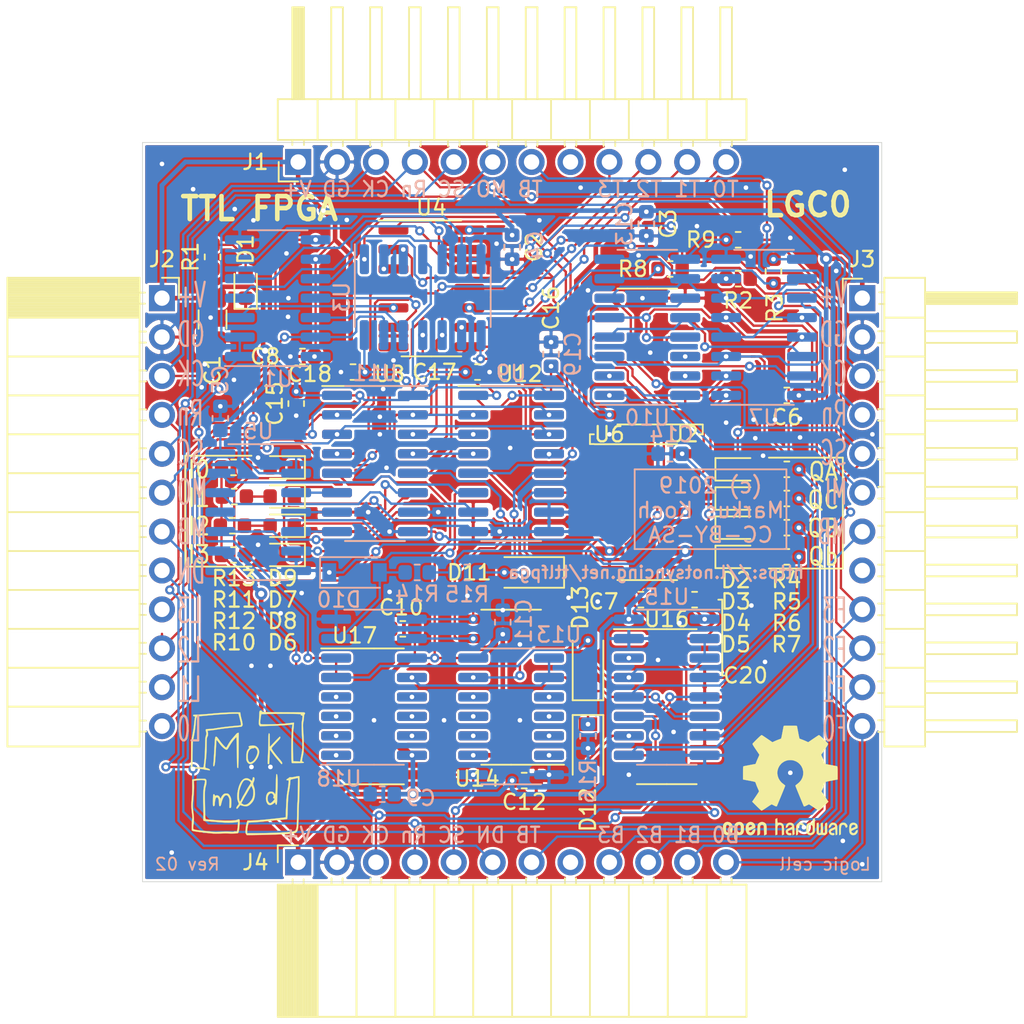
<source format=kicad_pcb>
(kicad_pcb (version 20171130) (host pcbnew 5.1.2)

  (general
    (thickness 1.6)
    (drawings 37)
    (tracks 1483)
    (zones 0)
    (modules 73)
    (nets 111)
  )

  (page A4)
  (layers
    (0 F.Cu signal)
    (31 B.Cu signal)
    (32 B.Adhes user)
    (33 F.Adhes user)
    (34 B.Paste user)
    (35 F.Paste user)
    (36 B.SilkS user)
    (37 F.SilkS user)
    (38 B.Mask user)
    (39 F.Mask user)
    (40 Dwgs.User user)
    (41 Cmts.User user)
    (42 Eco1.User user)
    (43 Eco2.User user)
    (44 Edge.Cuts user)
    (45 Margin user)
    (46 B.CrtYd user)
    (47 F.CrtYd user)
    (48 B.Fab user hide)
    (49 F.Fab user hide)
  )

  (setup
    (last_trace_width 0.1524)
    (user_trace_width 0.3)
    (trace_clearance 0.1524)
    (zone_clearance 0.1524)
    (zone_45_only no)
    (trace_min 0.1524)
    (via_size 0.6)
    (via_drill 0.3)
    (via_min_size 0.4)
    (via_min_drill 0.3)
    (user_via 0.8 0.4)
    (uvia_size 0.3)
    (uvia_drill 0.1)
    (uvias_allowed no)
    (uvia_min_size 0.2)
    (uvia_min_drill 0.1)
    (edge_width 0.05)
    (segment_width 0.2)
    (pcb_text_width 0.3)
    (pcb_text_size 1.5 1.5)
    (mod_edge_width 0.12)
    (mod_text_size 1 1)
    (mod_text_width 0.15)
    (pad_size 1.524 1.524)
    (pad_drill 0.762)
    (pad_to_mask_clearance 0.051)
    (solder_mask_min_width 0.25)
    (aux_axis_origin 0 0)
    (visible_elements FFFFEF7F)
    (pcbplotparams
      (layerselection 0x010fc_ffffffff)
      (usegerberextensions false)
      (usegerberattributes false)
      (usegerberadvancedattributes false)
      (creategerberjobfile false)
      (excludeedgelayer true)
      (linewidth 0.100000)
      (plotframeref false)
      (viasonmask false)
      (mode 1)
      (useauxorigin false)
      (hpglpennumber 1)
      (hpglpenspeed 20)
      (hpglpendiameter 15.000000)
      (psnegative false)
      (psa4output false)
      (plotreference true)
      (plotvalue true)
      (plotinvisibletext false)
      (padsonsilk false)
      (subtractmaskfromsilk false)
      (outputformat 1)
      (mirror false)
      (drillshape 1)
      (scaleselection 1)
      (outputdirectory ""))
  )

  (net 0 "")
  (net 1 GND)
  (net 2 VCC)
  (net 3 "Net-(D1-Pad2)")
  (net 4 /LogicBlock/cfg29)
  (net 5 "Net-(D2-Pad2)")
  (net 6 "Net-(D3-Pad2)")
  (net 7 "Net-(D4-Pad2)")
  (net 8 "Net-(D5-Pad2)")
  (net 9 "Net-(D6-Pad1)")
  (net 10 "Net-(D6-Pad2)")
  (net 11 "Net-(D7-Pad1)")
  (net 12 "Net-(D7-Pad2)")
  (net 13 "Net-(D8-Pad2)")
  (net 14 /LogicBlock/LUTD/lut_in3_n)
  (net 15 /LogicBlock/LUTD/lut_b_en_n)
  (net 16 /LogicBlock/LUTD/lut_a_en_n)
  (net 17 /LogicBlock/LUTD/async_a)
  (net 18 /LogicBlock/LUTD/async_c)
  (net 19 /LogicBlock/LUTD/async_b)
  (net 20 /fabric_t3)
  (net 21 /fabric_t2)
  (net 22 /fabric_t1)
  (net 23 /fabric_t0)
  (net 24 "Net-(J1-Pad8)")
  (net 25 "Net-(J1-Pad7)")
  (net 26 /LogicBlock/isp_mosi)
  (net 27 /LogicBlock/isp_sck)
  (net 28 /LogicBlock/rst_n)
  (net 29 /LogicBlock/clk)
  (net 30 /fabric_l0)
  (net 31 /fabric_l1)
  (net 32 /fabric_l2)
  (net 33 /fabric_l3)
  (net 34 /LogicBlock/isp_miso)
  (net 35 "Net-(J3-Pad8)")
  (net 36 /fabric_b2)
  (net 37 /fabric_b1)
  (net 38 /fabric_b0)
  (net 39 "Net-(J4-Pad8)")
  (net 40 "Net-(R2-Pad2)")
  (net 41 /LogicBlock/lut_out_a)
  (net 42 /LogicBlock/lut_out_c)
  (net 43 /LogicBlock/lut_out_b)
  (net 44 /LogicBlock/lut_out_b_async)
  (net 45 "Net-(R8-Pad2)")
  (net 46 /LogicBlock/cfg28)
  (net 47 /LogicBlock/cfg0)
  (net 48 /LogicBlock/cfg1)
  (net 49 /LogicBlock/cfg2)
  (net 50 /LogicBlock/cfg3)
  (net 51 /LogicBlock/cfg4)
  (net 52 /LogicBlock/cfg5)
  (net 53 /LogicBlock/cfg6)
  (net 54 /LogicBlock/cfg7)
  (net 55 /LogicBlock/cfg15)
  (net 56 /LogicBlock/cfg16)
  (net 57 /LogicBlock/cfg17)
  (net 58 /LogicBlock/cfg18)
  (net 59 /LogicBlock/cfg19)
  (net 60 /LogicBlock/cfg20)
  (net 61 /LogicBlock/cfg21)
  (net 62 /LogicBlock/cfg22)
  (net 63 /LogicBlock/cfg23)
  (net 64 /LogicBlock/cfg14)
  (net 65 /LogicBlock/cfg13)
  (net 66 /LogicBlock/cfg12)
  (net 67 /LogicBlock/cfg11)
  (net 68 /LogicBlock/cfg10)
  (net 69 /LogicBlock/cfg9)
  (net 70 /LogicBlock/cfg8)
  (net 71 /LogicBlock/cfg30)
  (net 72 /LogicBlock/cfg27)
  (net 73 /LogicBlock/cfg26)
  (net 74 /LogicBlock/cfg25)
  (net 75 /LogicBlock/cfg24)
  (net 76 /LogicBlock/lut_in0)
  (net 77 /LogicBlock/lut_in2)
  (net 78 /LogicBlock/lut_in1)
  (net 79 /LogicBlock/lut_in3)
  (net 80 "Net-(U13-Pad12)")
  (net 81 "Net-(U13-Pad11)")
  (net 82 "Net-(U13-Pad10)")
  (net 83 "Net-(U13-Pad6)")
  (net 84 "Net-(U13-Pad5)")
  (net 85 "Net-(U13-Pad4)")
  (net 86 "Net-(U13-Pad3)")
  (net 87 "Net-(U14-Pad6)")
  (net 88 /LogicBlock/LUTD/sync_a)
  (net 89 /LogicBlock/LUTD/sync_c)
  (net 90 /LogicBlock/LUTD/sync_b)
  (net 91 "Net-(U16-Pad15)")
  (net 92 "Net-(U16-Pad12)")
  (net 93 "Net-(U16-Pad10)")
  (net 94 "Net-(U17-Pad3)")
  (net 95 "Net-(U17-Pad4)")
  (net 96 "Net-(U17-Pad5)")
  (net 97 "Net-(U17-Pad6)")
  (net 98 "Net-(U17-Pad10)")
  (net 99 "Net-(U17-Pad11)")
  (net 100 "Net-(U17-Pad12)")
  (net 101 "Net-(U18-Pad6)")
  (net 102 "Net-(D8-Pad1)")
  (net 103 "Net-(D9-Pad2)")
  (net 104 "Net-(R3-Pad2)")
  (net 105 "Net-(R9-Pad2)")
  (net 106 /fabric_b3)
  (net 107 "Net-(U13-Pad1)")
  (net 108 /LogicBlock/cfgLO)
  (net 109 /miso)
  (net 110 /mosi_d)

  (net_class Default "This is the default net class."
    (clearance 0.1524)
    (trace_width 0.1524)
    (via_dia 0.6)
    (via_drill 0.3)
    (uvia_dia 0.3)
    (uvia_drill 0.1)
    (add_net /LogicBlock/LUTD/async_a)
    (add_net /LogicBlock/LUTD/async_b)
    (add_net /LogicBlock/LUTD/async_c)
    (add_net /LogicBlock/LUTD/lut_a_en_n)
    (add_net /LogicBlock/LUTD/lut_b_en_n)
    (add_net /LogicBlock/LUTD/lut_in3_n)
    (add_net /LogicBlock/LUTD/sync_a)
    (add_net /LogicBlock/LUTD/sync_b)
    (add_net /LogicBlock/LUTD/sync_c)
    (add_net /LogicBlock/cfg0)
    (add_net /LogicBlock/cfg1)
    (add_net /LogicBlock/cfg10)
    (add_net /LogicBlock/cfg11)
    (add_net /LogicBlock/cfg12)
    (add_net /LogicBlock/cfg13)
    (add_net /LogicBlock/cfg14)
    (add_net /LogicBlock/cfg15)
    (add_net /LogicBlock/cfg16)
    (add_net /LogicBlock/cfg17)
    (add_net /LogicBlock/cfg18)
    (add_net /LogicBlock/cfg19)
    (add_net /LogicBlock/cfg2)
    (add_net /LogicBlock/cfg20)
    (add_net /LogicBlock/cfg21)
    (add_net /LogicBlock/cfg22)
    (add_net /LogicBlock/cfg23)
    (add_net /LogicBlock/cfg24)
    (add_net /LogicBlock/cfg25)
    (add_net /LogicBlock/cfg26)
    (add_net /LogicBlock/cfg27)
    (add_net /LogicBlock/cfg28)
    (add_net /LogicBlock/cfg29)
    (add_net /LogicBlock/cfg3)
    (add_net /LogicBlock/cfg30)
    (add_net /LogicBlock/cfg4)
    (add_net /LogicBlock/cfg5)
    (add_net /LogicBlock/cfg6)
    (add_net /LogicBlock/cfg7)
    (add_net /LogicBlock/cfg8)
    (add_net /LogicBlock/cfg9)
    (add_net /LogicBlock/cfgLO)
    (add_net /LogicBlock/clk)
    (add_net /LogicBlock/isp_miso)
    (add_net /LogicBlock/isp_mosi)
    (add_net /LogicBlock/isp_sck)
    (add_net /LogicBlock/lut_in0)
    (add_net /LogicBlock/lut_in1)
    (add_net /LogicBlock/lut_in2)
    (add_net /LogicBlock/lut_in3)
    (add_net /LogicBlock/lut_out_a)
    (add_net /LogicBlock/lut_out_b)
    (add_net /LogicBlock/lut_out_b_async)
    (add_net /LogicBlock/lut_out_c)
    (add_net /LogicBlock/rst_n)
    (add_net /fabric_b0)
    (add_net /fabric_b1)
    (add_net /fabric_b2)
    (add_net /fabric_b3)
    (add_net /fabric_l0)
    (add_net /fabric_l1)
    (add_net /fabric_l2)
    (add_net /fabric_l3)
    (add_net /fabric_t0)
    (add_net /fabric_t1)
    (add_net /fabric_t2)
    (add_net /fabric_t3)
    (add_net /miso)
    (add_net /mosi_d)
    (add_net GND)
    (add_net "Net-(D1-Pad2)")
    (add_net "Net-(D2-Pad2)")
    (add_net "Net-(D3-Pad2)")
    (add_net "Net-(D4-Pad2)")
    (add_net "Net-(D5-Pad2)")
    (add_net "Net-(D6-Pad1)")
    (add_net "Net-(D6-Pad2)")
    (add_net "Net-(D7-Pad1)")
    (add_net "Net-(D7-Pad2)")
    (add_net "Net-(D8-Pad1)")
    (add_net "Net-(D8-Pad2)")
    (add_net "Net-(D9-Pad2)")
    (add_net "Net-(J1-Pad7)")
    (add_net "Net-(J1-Pad8)")
    (add_net "Net-(J3-Pad8)")
    (add_net "Net-(J4-Pad8)")
    (add_net "Net-(R2-Pad2)")
    (add_net "Net-(R3-Pad2)")
    (add_net "Net-(R8-Pad2)")
    (add_net "Net-(R9-Pad2)")
    (add_net "Net-(U13-Pad1)")
    (add_net "Net-(U13-Pad10)")
    (add_net "Net-(U13-Pad11)")
    (add_net "Net-(U13-Pad12)")
    (add_net "Net-(U13-Pad3)")
    (add_net "Net-(U13-Pad4)")
    (add_net "Net-(U13-Pad5)")
    (add_net "Net-(U13-Pad6)")
    (add_net "Net-(U14-Pad6)")
    (add_net "Net-(U16-Pad10)")
    (add_net "Net-(U16-Pad12)")
    (add_net "Net-(U16-Pad15)")
    (add_net "Net-(U17-Pad10)")
    (add_net "Net-(U17-Pad11)")
    (add_net "Net-(U17-Pad12)")
    (add_net "Net-(U17-Pad3)")
    (add_net "Net-(U17-Pad4)")
    (add_net "Net-(U17-Pad5)")
    (add_net "Net-(U17-Pad6)")
    (add_net "Net-(U18-Pad6)")
    (add_net VCC)
  )

  (module Diode_SMD:D_SOD-123 (layer F.Cu) (tedit 58645DC7) (tstamp 5CF2C4AF)
    (at 237.363 77.342 90)
    (descr SOD-123)
    (tags SOD-123)
    (path /5D77FDBE/5D7AF013/5D7F6FF8)
    (attr smd)
    (fp_text reference D13 (at 3.809 -0.508 90) (layer F.SilkS)
      (effects (font (size 1 1) (thickness 0.15)))
    )
    (fp_text value D_Schottky (at 0 2.1 90) (layer F.Fab)
      (effects (font (size 1 1) (thickness 0.15)))
    )
    (fp_line (start -2.25 -1) (end 1.65 -1) (layer F.SilkS) (width 0.12))
    (fp_line (start -2.25 1) (end 1.65 1) (layer F.SilkS) (width 0.12))
    (fp_line (start -2.35 -1.15) (end -2.35 1.15) (layer F.CrtYd) (width 0.05))
    (fp_line (start 2.35 1.15) (end -2.35 1.15) (layer F.CrtYd) (width 0.05))
    (fp_line (start 2.35 -1.15) (end 2.35 1.15) (layer F.CrtYd) (width 0.05))
    (fp_line (start -2.35 -1.15) (end 2.35 -1.15) (layer F.CrtYd) (width 0.05))
    (fp_line (start -1.4 -0.9) (end 1.4 -0.9) (layer F.Fab) (width 0.1))
    (fp_line (start 1.4 -0.9) (end 1.4 0.9) (layer F.Fab) (width 0.1))
    (fp_line (start 1.4 0.9) (end -1.4 0.9) (layer F.Fab) (width 0.1))
    (fp_line (start -1.4 0.9) (end -1.4 -0.9) (layer F.Fab) (width 0.1))
    (fp_line (start -0.75 0) (end -0.35 0) (layer F.Fab) (width 0.1))
    (fp_line (start -0.35 0) (end -0.35 -0.55) (layer F.Fab) (width 0.1))
    (fp_line (start -0.35 0) (end -0.35 0.55) (layer F.Fab) (width 0.1))
    (fp_line (start -0.35 0) (end 0.25 -0.4) (layer F.Fab) (width 0.1))
    (fp_line (start 0.25 -0.4) (end 0.25 0.4) (layer F.Fab) (width 0.1))
    (fp_line (start 0.25 0.4) (end -0.35 0) (layer F.Fab) (width 0.1))
    (fp_line (start 0.25 0) (end 0.75 0) (layer F.Fab) (width 0.1))
    (fp_line (start -2.25 -1) (end -2.25 1) (layer F.SilkS) (width 0.12))
    (fp_text user %R (at 0 -2 90) (layer F.Fab)
      (effects (font (size 1 1) (thickness 0.15)))
    )
    (pad 2 smd rect (at 1.65 0 90) (size 0.9 1.2) (layers F.Cu F.Paste F.Mask)
      (net 19 /LogicBlock/LUTD/async_b))
    (pad 1 smd rect (at -1.65 0 90) (size 0.9 1.2) (layers F.Cu F.Paste F.Mask)
      (net 18 /LogicBlock/LUTD/async_c))
    (model ${KISYS3DMOD}/Diode_SMD.3dshapes/D_SOD-123.wrl
      (at (xyz 0 0 0))
      (scale (xyz 1 1 1))
      (rotate (xyz 0 0 0))
    )
  )

  (module Diode_SMD:D_SOD-123 (layer F.Cu) (tedit 58645DC7) (tstamp 5CF2C49C)
    (at 237.363 82.805 270)
    (descr SOD-123)
    (tags SOD-123)
    (path /5D77FDBE/5D7AF013/5D7F6986)
    (attr smd)
    (fp_text reference D12 (at 3.936 0 90) (layer F.SilkS)
      (effects (font (size 1 1) (thickness 0.15)))
    )
    (fp_text value D_Schottky (at 0 2.1 90) (layer F.Fab)
      (effects (font (size 1 1) (thickness 0.15)))
    )
    (fp_line (start -2.25 -1) (end 1.65 -1) (layer F.SilkS) (width 0.12))
    (fp_line (start -2.25 1) (end 1.65 1) (layer F.SilkS) (width 0.12))
    (fp_line (start -2.35 -1.15) (end -2.35 1.15) (layer F.CrtYd) (width 0.05))
    (fp_line (start 2.35 1.15) (end -2.35 1.15) (layer F.CrtYd) (width 0.05))
    (fp_line (start 2.35 -1.15) (end 2.35 1.15) (layer F.CrtYd) (width 0.05))
    (fp_line (start -2.35 -1.15) (end 2.35 -1.15) (layer F.CrtYd) (width 0.05))
    (fp_line (start -1.4 -0.9) (end 1.4 -0.9) (layer F.Fab) (width 0.1))
    (fp_line (start 1.4 -0.9) (end 1.4 0.9) (layer F.Fab) (width 0.1))
    (fp_line (start 1.4 0.9) (end -1.4 0.9) (layer F.Fab) (width 0.1))
    (fp_line (start -1.4 0.9) (end -1.4 -0.9) (layer F.Fab) (width 0.1))
    (fp_line (start -0.75 0) (end -0.35 0) (layer F.Fab) (width 0.1))
    (fp_line (start -0.35 0) (end -0.35 -0.55) (layer F.Fab) (width 0.1))
    (fp_line (start -0.35 0) (end -0.35 0.55) (layer F.Fab) (width 0.1))
    (fp_line (start -0.35 0) (end 0.25 -0.4) (layer F.Fab) (width 0.1))
    (fp_line (start 0.25 -0.4) (end 0.25 0.4) (layer F.Fab) (width 0.1))
    (fp_line (start 0.25 0.4) (end -0.35 0) (layer F.Fab) (width 0.1))
    (fp_line (start 0.25 0) (end 0.75 0) (layer F.Fab) (width 0.1))
    (fp_line (start -2.25 -1) (end -2.25 1) (layer F.SilkS) (width 0.12))
    (fp_text user %R (at 0 -2 90) (layer F.Fab)
      (effects (font (size 1 1) (thickness 0.15)))
    )
    (pad 2 smd rect (at 1.65 0 270) (size 0.9 1.2) (layers F.Cu F.Paste F.Mask)
      (net 17 /LogicBlock/LUTD/async_a))
    (pad 1 smd rect (at -1.65 0 270) (size 0.9 1.2) (layers F.Cu F.Paste F.Mask)
      (net 18 /LogicBlock/LUTD/async_c))
    (model ${KISYS3DMOD}/Diode_SMD.3dshapes/D_SOD-123.wrl
      (at (xyz 0 0 0))
      (scale (xyz 1 1 1))
      (rotate (xyz 0 0 0))
    )
  )

  (module Diode_SMD:D_SOD-123 (layer F.Cu) (tedit 58645DC7) (tstamp 5CF2C489)
    (at 233.552 71.247 180)
    (descr SOD-123)
    (tags SOD-123)
    (path /5D77FDBE/5D7AF013/5D50C782)
    (attr smd)
    (fp_text reference D11 (at 3.936 0) (layer F.SilkS)
      (effects (font (size 1 1) (thickness 0.15)))
    )
    (fp_text value D_Schottky (at 0 2.1) (layer F.Fab)
      (effects (font (size 1 1) (thickness 0.15)))
    )
    (fp_line (start -2.25 -1) (end 1.65 -1) (layer F.SilkS) (width 0.12))
    (fp_line (start -2.25 1) (end 1.65 1) (layer F.SilkS) (width 0.12))
    (fp_line (start -2.35 -1.15) (end -2.35 1.15) (layer F.CrtYd) (width 0.05))
    (fp_line (start 2.35 1.15) (end -2.35 1.15) (layer F.CrtYd) (width 0.05))
    (fp_line (start 2.35 -1.15) (end 2.35 1.15) (layer F.CrtYd) (width 0.05))
    (fp_line (start -2.35 -1.15) (end 2.35 -1.15) (layer F.CrtYd) (width 0.05))
    (fp_line (start -1.4 -0.9) (end 1.4 -0.9) (layer F.Fab) (width 0.1))
    (fp_line (start 1.4 -0.9) (end 1.4 0.9) (layer F.Fab) (width 0.1))
    (fp_line (start 1.4 0.9) (end -1.4 0.9) (layer F.Fab) (width 0.1))
    (fp_line (start -1.4 0.9) (end -1.4 -0.9) (layer F.Fab) (width 0.1))
    (fp_line (start -0.75 0) (end -0.35 0) (layer F.Fab) (width 0.1))
    (fp_line (start -0.35 0) (end -0.35 -0.55) (layer F.Fab) (width 0.1))
    (fp_line (start -0.35 0) (end -0.35 0.55) (layer F.Fab) (width 0.1))
    (fp_line (start -0.35 0) (end 0.25 -0.4) (layer F.Fab) (width 0.1))
    (fp_line (start 0.25 -0.4) (end 0.25 0.4) (layer F.Fab) (width 0.1))
    (fp_line (start 0.25 0.4) (end -0.35 0) (layer F.Fab) (width 0.1))
    (fp_line (start 0.25 0) (end 0.75 0) (layer F.Fab) (width 0.1))
    (fp_line (start -2.25 -1) (end -2.25 1) (layer F.SilkS) (width 0.12))
    (fp_text user %R (at 0 -2) (layer F.Fab)
      (effects (font (size 1 1) (thickness 0.15)))
    )
    (pad 2 smd rect (at 1.65 0 180) (size 0.9 1.2) (layers F.Cu F.Paste F.Mask)
      (net 16 /LogicBlock/LUTD/lut_a_en_n))
    (pad 1 smd rect (at -1.65 0 180) (size 0.9 1.2) (layers F.Cu F.Paste F.Mask)
      (net 79 /LogicBlock/lut_in3))
    (model ${KISYS3DMOD}/Diode_SMD.3dshapes/D_SOD-123.wrl
      (at (xyz 0 0 0))
      (scale (xyz 1 1 1))
      (rotate (xyz 0 0 0))
    )
  )

  (module Diode_SMD:D_SOD-123 (layer B.Cu) (tedit 58645DC7) (tstamp 5CF54C28)
    (at 222.122 71.247)
    (descr SOD-123)
    (tags SOD-123)
    (path /5D77FDBE/5D7AF013/5D544D70)
    (attr smd)
    (fp_text reference D10 (at -1.015 1.778) (layer B.SilkS)
      (effects (font (size 1 1) (thickness 0.15)) (justify mirror))
    )
    (fp_text value D_Schottky (at 0 -2.1) (layer B.Fab)
      (effects (font (size 1 1) (thickness 0.15)) (justify mirror))
    )
    (fp_line (start -2.25 1) (end 1.65 1) (layer B.SilkS) (width 0.12))
    (fp_line (start -2.25 -1) (end 1.65 -1) (layer B.SilkS) (width 0.12))
    (fp_line (start -2.35 1.15) (end -2.35 -1.15) (layer B.CrtYd) (width 0.05))
    (fp_line (start 2.35 -1.15) (end -2.35 -1.15) (layer B.CrtYd) (width 0.05))
    (fp_line (start 2.35 1.15) (end 2.35 -1.15) (layer B.CrtYd) (width 0.05))
    (fp_line (start -2.35 1.15) (end 2.35 1.15) (layer B.CrtYd) (width 0.05))
    (fp_line (start -1.4 0.9) (end 1.4 0.9) (layer B.Fab) (width 0.1))
    (fp_line (start 1.4 0.9) (end 1.4 -0.9) (layer B.Fab) (width 0.1))
    (fp_line (start 1.4 -0.9) (end -1.4 -0.9) (layer B.Fab) (width 0.1))
    (fp_line (start -1.4 -0.9) (end -1.4 0.9) (layer B.Fab) (width 0.1))
    (fp_line (start -0.75 0) (end -0.35 0) (layer B.Fab) (width 0.1))
    (fp_line (start -0.35 0) (end -0.35 0.55) (layer B.Fab) (width 0.1))
    (fp_line (start -0.35 0) (end -0.35 -0.55) (layer B.Fab) (width 0.1))
    (fp_line (start -0.35 0) (end 0.25 0.4) (layer B.Fab) (width 0.1))
    (fp_line (start 0.25 0.4) (end 0.25 -0.4) (layer B.Fab) (width 0.1))
    (fp_line (start 0.25 -0.4) (end -0.35 0) (layer B.Fab) (width 0.1))
    (fp_line (start 0.25 0) (end 0.75 0) (layer B.Fab) (width 0.1))
    (fp_line (start -2.25 1) (end -2.25 -1) (layer B.SilkS) (width 0.12))
    (fp_text user %R (at 0 2) (layer B.Fab)
      (effects (font (size 1 1) (thickness 0.15)) (justify mirror))
    )
    (pad 2 smd rect (at 1.65 0) (size 0.9 1.2) (layers B.Cu B.Paste B.Mask)
      (net 15 /LogicBlock/LUTD/lut_b_en_n))
    (pad 1 smd rect (at -1.65 0) (size 0.9 1.2) (layers B.Cu B.Paste B.Mask)
      (net 14 /LogicBlock/LUTD/lut_in3_n))
    (model ${KISYS3DMOD}/Diode_SMD.3dshapes/D_SOD-123.wrl
      (at (xyz 0 0 0))
      (scale (xyz 1 1 1))
      (rotate (xyz 0 0 0))
    )
  )

  (module lib_mokmod:lib_mokmod (layer F.Cu) (tedit 0) (tstamp 5D04D5CE)
    (at 215.138 84.328)
    (fp_text reference G*** (at 0 0) (layer F.SilkS) hide
      (effects (font (size 1.524 1.524) (thickness 0.3)))
    )
    (fp_text value LOGO (at 0.75 0) (layer F.SilkS) hide
      (effects (font (size 1.524 1.524) (thickness 0.3)))
    )
    (fp_poly (pts (xy 0.882644 -4.062544) (xy 0.891811 -4.059054) (xy 0.916301 -4.046474) (xy 0.930145 -4.031899)
      (xy 0.935572 -4.019506) (xy 0.943411 -3.999666) (xy 0.953654 -3.986888) (xy 0.97003 -3.978818)
      (xy 0.996269 -3.973106) (xy 1.01317 -3.970552) (xy 1.027303 -3.969605) (xy 1.056192 -3.968628)
      (xy 1.099198 -3.967629) (xy 1.155684 -3.966613) (xy 1.225012 -3.965587) (xy 1.306543 -3.964557)
      (xy 1.399639 -3.96353) (xy 1.503662 -3.962513) (xy 1.617975 -3.961511) (xy 1.741939 -3.960532)
      (xy 1.874915 -3.959582) (xy 2.016266 -3.958668) (xy 2.165354 -3.957795) (xy 2.321541 -3.95697)
      (xy 2.370666 -3.956729) (xy 2.541404 -3.955885) (xy 2.697385 -3.955074) (xy 2.839246 -3.954287)
      (xy 2.967622 -3.953517) (xy 3.083152 -3.952755) (xy 3.186471 -3.951993) (xy 3.278217 -3.951223)
      (xy 3.359025 -3.950437) (xy 3.429534 -3.949627) (xy 3.490378 -3.948786) (xy 3.542196 -3.947904)
      (xy 3.585624 -3.946974) (xy 3.621298 -3.945989) (xy 3.649856 -3.944939) (xy 3.671933 -3.943817)
      (xy 3.688167 -3.942614) (xy 3.699195 -3.941324) (xy 3.705652 -3.939937) (xy 3.705877 -3.939861)
      (xy 3.734617 -3.923702) (xy 3.750326 -3.900782) (xy 3.752684 -3.873022) (xy 3.741372 -3.842344)
      (xy 3.725671 -3.820754) (xy 3.712765 -3.80399) (xy 3.703006 -3.785372) (xy 3.695794 -3.762247)
      (xy 3.690528 -3.731963) (xy 3.686607 -3.691868) (xy 3.68343 -3.639309) (xy 3.683115 -3.632969)
      (xy 3.674635 -3.517752) (xy 3.660952 -3.407897) (xy 3.642638 -3.307886) (xy 3.640136 -3.296668)
      (xy 3.631236 -3.250908) (xy 3.62492 -3.201896) (xy 3.621156 -3.147687) (xy 3.619911 -3.086336)
      (xy 3.62115 -3.015898) (xy 3.624842 -2.934429) (xy 3.630951 -2.839983) (xy 3.632059 -2.824787)
      (xy 3.640968 -2.694518) (xy 3.6487 -2.561913) (xy 3.655245 -2.428324) (xy 3.66059 -2.295106)
      (xy 3.664725 -2.163609) (xy 3.667638 -2.035186) (xy 3.669317 -1.911191) (xy 3.669752 -1.792976)
      (xy 3.668931 -1.681893) (xy 3.666842 -1.579295) (xy 3.663474 -1.486535) (xy 3.658816 -1.404964)
      (xy 3.652857 -1.335937) (xy 3.645585 -1.280804) (xy 3.64506 -1.277696) (xy 3.639765 -1.248605)
      (xy 3.632015 -1.208332) (xy 3.622577 -1.160748) (xy 3.612217 -1.109726) (xy 3.60315 -1.06603)
      (xy 3.58713 -0.986511) (xy 3.574408 -0.91663) (xy 3.565112 -0.857352) (xy 3.559371 -0.809645)
      (xy 3.557312 -0.774474) (xy 3.559065 -0.752807) (xy 3.560919 -0.748046) (xy 3.572111 -0.739079)
      (xy 3.593362 -0.728473) (xy 3.617657 -0.719357) (xy 3.652679 -0.705626) (xy 3.672925 -0.691538)
      (xy 3.679013 -0.676498) (xy 3.674675 -0.664259) (xy 3.661589 -0.652446) (xy 3.643926 -0.643858)
      (xy 3.632345 -0.642498) (xy 3.60727 -0.641167) (xy 3.570602 -0.639885) (xy 3.524243 -0.638671)
      (xy 3.470092 -0.637544) (xy 3.410049 -0.636524) (xy 3.346017 -0.635629) (xy 3.279894 -0.634881)
      (xy 3.213583 -0.634297) (xy 3.148982 -0.633897) (xy 3.087994 -0.633701) (xy 3.032518 -0.633729)
      (xy 2.984456 -0.633998) (xy 2.945707 -0.634529) (xy 2.918172 -0.635342) (xy 2.904621 -0.636319)
      (xy 2.88808 -0.640755) (xy 2.879737 -0.651268) (xy 2.875741 -0.668129) (xy 2.872518 -0.695426)
      (xy 2.869548 -0.736927) (xy 2.866851 -0.791445) (xy 2.864446 -0.857789) (xy 2.862353 -0.934774)
      (xy 2.86059 -1.02121) (xy 2.859178 -1.11591) (xy 2.858136 -1.217685) (xy 2.857483 -1.325348)
      (xy 2.857239 -1.43771) (xy 2.857423 -1.553583) (xy 2.858054 -1.671779) (xy 2.858478 -1.724121)
      (xy 2.86013 -1.890006) (xy 2.862003 -2.041374) (xy 2.86413 -2.1791) (xy 2.866547 -2.304059)
      (xy 2.869289 -2.417126) (xy 2.872389 -2.519178) (xy 2.875882 -2.61109) (xy 2.879804 -2.693736)
      (xy 2.884187 -2.767992) (xy 2.889067 -2.834734) (xy 2.894479 -2.894836) (xy 2.900456 -2.949175)
      (xy 2.907034 -2.998626) (xy 2.909356 -3.014108) (xy 2.91517 -3.053202) (xy 2.919985 -3.088291)
      (xy 2.923333 -3.115775) (xy 2.924749 -3.13205) (xy 2.924767 -3.132982) (xy 2.924848 -3.152541)
      (xy 2.761615 -3.135282) (xy 2.698919 -3.128956) (xy 2.633231 -3.122957) (xy 2.563218 -3.117202)
      (xy 2.487544 -3.111607) (xy 2.404875 -3.106089) (xy 2.313878 -3.100563) (xy 2.213218 -3.094946)
      (xy 2.10156 -3.089154) (xy 1.977571 -3.083103) (xy 1.839915 -3.076711) (xy 1.797242 -3.074781)
      (xy 1.772207 -3.07374) (xy 1.733538 -3.072245) (xy 1.682988 -3.070359) (xy 1.622308 -3.068146)
      (xy 1.553252 -3.065668) (xy 1.47757 -3.062989) (xy 1.397014 -3.060171) (xy 1.313337 -3.057278)
      (xy 1.258786 -3.05541) (xy 0.812694 -3.040195) (xy 0.794932 -3.061415) (xy 0.76363 -3.105415)
      (xy 0.742689 -3.149234) (xy 0.735083 -3.178848) (xy 0.734188 -3.195589) (xy 0.734205 -3.225313)
      (xy 0.735065 -3.26564) (xy 0.735733 -3.285465) (xy 0.823576 -3.285465) (xy 0.828032 -3.241919)
      (xy 0.841901 -3.209577) (xy 0.865935 -3.186914) (xy 0.874583 -3.182099) (xy 0.883088 -3.178327)
      (xy 0.892983 -3.175227) (xy 0.905838 -3.172716) (xy 0.92322 -3.170713) (xy 0.946696 -3.169135)
      (xy 0.977835 -3.167899) (xy 1.018204 -3.166925) (xy 1.069371 -3.166129) (xy 1.132904 -3.165429)
      (xy 1.204576 -3.164791) (xy 1.490003 -3.165601) (xy 1.776652 -3.172662) (xy 2.061314 -3.185795)
      (xy 2.340782 -3.20482) (xy 2.611848 -3.229561) (xy 2.840182 -3.255828) (xy 2.891314 -3.262298)
      (xy 2.937329 -3.268068) (xy 2.976038 -3.272866) (xy 3.005248 -3.276424) (xy 3.022771 -3.27847)
      (xy 3.026833 -3.278861) (xy 3.029918 -3.274161) (xy 3.031462 -3.259568) (xy 3.031419 -3.234444)
      (xy 3.029741 -3.198145) (xy 3.026381 -3.150032) (xy 3.021294 -3.089464) (xy 3.014431 -3.015799)
      (xy 3.005745 -2.928396) (xy 2.995191 -2.826615) (xy 2.990512 -2.782454) (xy 2.987639 -2.749642)
      (xy 2.984543 -2.703979) (xy 2.981351 -2.648004) (xy 2.978189 -2.584258) (xy 2.975184 -2.515278)
      (xy 2.972461 -2.443605) (xy 2.970227 -2.374515) (xy 2.968197 -2.293637) (xy 2.966616 -2.205797)
      (xy 2.965466 -2.112157) (xy 2.964729 -2.013879) (xy 2.964387 -1.912126) (xy 2.964421 -1.808061)
      (xy 2.964815 -1.702847) (xy 2.965549 -1.597647) (xy 2.966606 -1.493622) (xy 2.967969 -1.391937)
      (xy 2.969618 -1.293754) (xy 2.971536 -1.200235) (xy 2.973706 -1.112543) (xy 2.976108 -1.031842)
      (xy 2.978726 -0.959293) (xy 2.981541 -0.89606) (xy 2.984535 -0.843306) (xy 2.987691 -0.802192)
      (xy 2.990989 -0.773883) (xy 2.994413 -0.75954) (xy 2.995207 -0.758348) (xy 3.00344 -0.757177)
      (xy 3.024992 -0.755516) (xy 3.057802 -0.753485) (xy 3.099805 -0.751203) (xy 3.14894 -0.748789)
      (xy 3.198297 -0.746572) (xy 3.252441 -0.744152) (xy 3.30161 -0.741782) (xy 3.343679 -0.739577)
      (xy 3.376525 -0.737655) (xy 3.398023 -0.736132) (xy 3.405909 -0.735199) (xy 3.417346 -0.732791)
      (xy 3.424593 -0.738147) (xy 3.43073 -0.754407) (xy 3.433084 -0.762875) (xy 3.441432 -0.796955)
      (xy 3.451759 -0.844104) (xy 3.463669 -0.902182) (xy 3.476763 -0.96905) (xy 3.490644 -1.042566)
      (xy 3.504913 -1.120593) (xy 3.519173 -1.200988) (xy 3.533026 -1.281613) (xy 3.546075 -1.360327)
      (xy 3.557402 -1.431636) (xy 3.565246 -1.495353) (xy 3.570829 -1.570937) (xy 3.574146 -1.658837)
      (xy 3.575197 -1.759504) (xy 3.573978 -1.873384) (xy 3.570486 -2.000928) (xy 3.56472 -2.142585)
      (xy 3.556677 -2.298803) (xy 3.552051 -2.378363) (xy 3.545127 -2.498841) (xy 3.539626 -2.607034)
      (xy 3.535437 -2.705975) (xy 3.532453 -2.798699) (xy 3.530565 -2.888238) (xy 3.529665 -2.977625)
      (xy 3.529569 -3.005666) (xy 3.52906 -3.267363) (xy 3.554921 -3.417454) (xy 3.563456 -3.469541)
      (xy 3.571265 -3.521944) (xy 3.577811 -3.570694) (xy 3.582558 -3.611824) (xy 3.584841 -3.638893)
      (xy 3.586066 -3.679477) (xy 3.583379 -3.707451) (xy 3.575387 -3.725393) (xy 3.560697 -3.735879)
      (xy 3.537916 -3.741486) (xy 3.528745 -3.742664) (xy 3.505039 -3.747122) (xy 3.486746 -3.753658)
      (xy 3.482883 -3.756117) (xy 3.472444 -3.773337) (xy 3.473638 -3.793322) (xy 3.485788 -3.809592)
      (xy 3.488651 -3.811388) (xy 3.498049 -3.817406) (xy 3.497156 -3.821146) (xy 3.484009 -3.824301)
      (xy 3.471333 -3.826326) (xy 3.444873 -3.829157) (xy 3.404059 -3.831835) (xy 3.349928 -3.834345)
      (xy 3.283519 -3.836673) (xy 3.205871 -3.838805) (xy 3.118022 -3.840726) (xy 3.021011 -3.842421)
      (xy 2.915876 -3.843877) (xy 2.803656 -3.84508) (xy 2.685389 -3.846013) (xy 2.562114 -3.846665)
      (xy 2.434869 -3.847019) (xy 2.304693 -3.847061) (xy 2.172624 -3.846778) (xy 2.039701 -3.846154)
      (xy 2.039697 -3.846154) (xy 1.91475 -3.845288) (xy 1.792699 -3.844215) (xy 1.674484 -3.842957)
      (xy 1.561043 -3.841532) (xy 1.453315 -3.839961) (xy 1.352241 -3.838264) (xy 1.258758 -3.83646)
      (xy 1.173806 -3.83457) (xy 1.098323 -3.832613) (xy 1.03325 -3.830609) (xy 0.979525 -3.828578)
      (xy 0.938088 -3.826539) (xy 0.909876 -3.824514) (xy 0.89583 -3.822521) (xy 0.894503 -3.821917)
      (xy 0.892426 -3.813444) (xy 0.888759 -3.791827) (xy 0.883786 -3.759202) (xy 0.877789 -3.717703)
      (xy 0.871049 -3.669468) (xy 0.86385 -3.61663) (xy 0.856474 -3.561326) (xy 0.849203 -3.505691)
      (xy 0.842319 -3.451861) (xy 0.836105 -3.401972) (xy 0.830843 -3.358159) (xy 0.826816 -3.322557)
      (xy 0.824306 -3.297303) (xy 0.823576 -3.285465) (xy 0.735733 -3.285465) (xy 0.736703 -3.31419)
      (xy 0.739049 -3.368584) (xy 0.742038 -3.426441) (xy 0.742181 -3.429) (xy 0.745919 -3.496753)
      (xy 0.749834 -3.57007) (xy 0.753692 -3.644404) (xy 0.75726 -3.715209) (xy 0.760303 -3.777939)
      (xy 0.761789 -3.81) (xy 0.764448 -3.860827) (xy 0.767596 -3.908115) (xy 0.770997 -3.949098)
      (xy 0.774413 -3.981012) (xy 0.777607 -4.00109) (xy 0.778441 -4.004251) (xy 0.795116 -4.039913)
      (xy 0.817967 -4.06148) (xy 0.847106 -4.069005) (xy 0.882644 -4.062544)) (layer F.SilkS) (width 0.01))
    (fp_poly (pts (xy 0.413839 -1.778171) (xy 0.487472 -1.76212) (xy 0.552827 -1.733891) (xy 0.610616 -1.693201)
      (xy 0.661555 -1.639769) (xy 0.692947 -1.595534) (xy 0.728063 -1.525928) (xy 0.749524 -1.449748)
      (xy 0.757294 -1.367599) (xy 0.751337 -1.280085) (xy 0.731616 -1.187811) (xy 0.719845 -1.149644)
      (xy 0.679778 -1.046656) (xy 0.630809 -0.949135) (xy 0.574189 -0.858661) (xy 0.511166 -0.776816)
      (xy 0.442992 -0.705178) (xy 0.370915 -0.645328) (xy 0.296185 -0.598846) (xy 0.276609 -0.589207)
      (xy 0.229472 -0.574371) (xy 0.177682 -0.569812) (xy 0.127353 -0.575725) (xy 0.102113 -0.583671)
      (xy 0.062884 -0.606703) (xy 0.024317 -0.642488) (xy -0.011571 -0.688444) (xy -0.04276 -0.74199)
      (xy -0.067062 -0.800039) (xy -0.073472 -0.820456) (xy -0.078089 -0.840336) (xy -0.081205 -0.862769)
      (xy -0.08311 -0.890842) (xy -0.084093 -0.927643) (xy -0.084445 -0.976259) (xy -0.084462 -0.985212)
      (xy -0.083487 -1.05788) (xy 0.016518 -1.05788) (xy 0.018467 -0.989939) (xy 0.022947 -0.926482)
      (xy 0.029926 -0.871194) (xy 0.038403 -0.831167) (xy 0.051078 -0.798647) (xy 0.070429 -0.763815)
      (xy 0.093123 -0.731757) (xy 0.115825 -0.707559) (xy 0.123151 -0.701891) (xy 0.152511 -0.689175)
      (xy 0.187591 -0.687778) (xy 0.229873 -0.697839) (xy 0.273879 -0.716122) (xy 0.334098 -0.752854)
      (xy 0.392535 -0.804598) (xy 0.448925 -0.87105) (xy 0.503007 -0.951902) (xy 0.549789 -1.037325)
      (xy 0.590963 -1.126097) (xy 0.621283 -1.206263) (xy 0.640579 -1.277284) (xy 0.648679 -1.338622)
      (xy 0.648942 -1.350818) (xy 0.641794 -1.421635) (xy 0.620651 -1.486091) (xy 0.585681 -1.543838)
      (xy 0.537053 -1.594525) (xy 0.527967 -1.601996) (xy 0.49674 -1.624584) (xy 0.473047 -1.635825)
      (xy 0.454683 -1.636294) (xy 0.439441 -1.626566) (xy 0.438292 -1.625366) (xy 0.428336 -1.616769)
      (xy 0.415049 -1.610434) (xy 0.39542 -1.605624) (xy 0.366441 -1.601604) (xy 0.325104 -1.597637)
      (xy 0.324905 -1.59762) (xy 0.265315 -1.584985) (xy 0.209117 -1.55853) (xy 0.157727 -1.519701)
      (xy 0.112559 -1.469946) (xy 0.075028 -1.410711) (xy 0.046548 -1.343443) (xy 0.034613 -1.300787)
      (xy 0.026146 -1.251759) (xy 0.020327 -1.192475) (xy 0.017128 -1.12662) (xy 0.016518 -1.05788)
      (xy -0.083487 -1.05788) (xy -0.083015 -1.093007) (xy -0.07811 -1.187172) (xy -0.06939 -1.269155)
      (xy -0.056497 -1.340402) (xy -0.039077 -1.402362) (xy -0.016772 -1.456483) (xy 0.010773 -1.504212)
      (xy 0.043916 -1.546997) (xy 0.05743 -1.561617) (xy 0.079396 -1.585522) (xy 0.096504 -1.606331)
      (xy 0.10633 -1.620986) (xy 0.107757 -1.625161) (xy 0.102547 -1.637308) (xy 0.089535 -1.653746)
      (xy 0.084326 -1.659023) (xy 0.066985 -1.682189) (xy 0.064652 -1.703714) (xy 0.077006 -1.723356)
      (xy 0.103725 -1.740875) (xy 0.144488 -1.75603) (xy 0.198972 -1.76858) (xy 0.238888 -1.774863)
      (xy 0.331216 -1.782325) (xy 0.413839 -1.778171)) (layer F.SilkS) (width 0.01))
    (fp_poly (pts (xy 1.416074 -2.573229) (xy 1.430249 -2.555754) (xy 1.440093 -2.526748) (xy 1.441464 -2.513429)
      (xy 1.442747 -2.486324) (xy 1.443917 -2.44704) (xy 1.444946 -2.397186) (xy 1.445806 -2.338369)
      (xy 1.446471 -2.272197) (xy 1.446913 -2.200278) (xy 1.447104 -2.124219) (xy 1.44711 -2.112818)
      (xy 1.447256 -2.037054) (xy 1.447646 -1.965819) (xy 1.448252 -1.900624) (xy 1.44905 -1.842981)
      (xy 1.450013 -1.794399) (xy 1.451115 -1.756391) (xy 1.452331 -1.730466) (xy 1.453634 -1.718136)
      (xy 1.453891 -1.717453) (xy 1.464894 -1.711164) (xy 1.471901 -1.713604) (xy 1.479514 -1.720569)
      (xy 1.496374 -1.737572) (xy 1.521278 -1.763348) (xy 1.553022 -1.796635) (xy 1.590403 -1.836167)
      (xy 1.632214 -1.880681) (xy 1.677254 -1.928913) (xy 1.687233 -1.939636) (xy 1.754307 -2.011336)
      (xy 1.818013 -2.078619) (xy 1.877559 -2.140693) (xy 1.932152 -2.196765) (xy 1.980999 -2.246042)
      (xy 2.023307 -2.287731) (xy 2.058285 -2.321039) (xy 2.085139 -2.345174) (xy 2.103076 -2.359343)
      (xy 2.110501 -2.362969) (xy 2.127452 -2.356319) (xy 2.137154 -2.336276) (xy 2.139757 -2.308428)
      (xy 2.138725 -2.292678) (xy 2.135104 -2.276399) (xy 2.12811 -2.258591) (xy 2.116956 -2.238256)
      (xy 2.100857 -2.214395) (xy 2.079029 -2.186009) (xy 2.050685 -2.152099) (xy 2.01504 -2.111667)
      (xy 1.97131 -2.063714) (xy 1.918707 -2.00724) (xy 1.856448 -1.941247) (xy 1.824804 -1.907898)
      (xy 1.757315 -1.836253) (xy 1.699862 -1.773962) (xy 1.652673 -1.721285) (xy 1.615976 -1.678479)
      (xy 1.589997 -1.645803) (xy 1.576134 -1.625549) (xy 1.56922 -1.612182) (xy 1.567761 -1.600587)
      (xy 1.572226 -1.585354) (xy 1.58143 -1.564645) (xy 1.604607 -1.520841) (xy 1.638159 -1.46681)
      (xy 1.681584 -1.403218) (xy 1.734381 -1.330733) (xy 1.796047 -1.250021) (xy 1.866082 -1.16175)
      (xy 1.943984 -1.066586) (xy 2.029251 -0.965196) (xy 2.054891 -0.935181) (xy 2.110331 -0.869728)
      (xy 2.155741 -0.814354) (xy 2.191833 -0.768114) (xy 2.219321 -0.73006) (xy 2.238918 -0.699249)
      (xy 2.251337 -0.674734) (xy 2.251357 -0.674688) (xy 2.26133 -0.639246) (xy 2.261412 -0.607143)
      (xy 2.25175 -0.582238) (xy 2.247628 -0.577386) (xy 2.234612 -0.568613) (xy 2.220168 -0.568582)
      (xy 2.202755 -0.578279) (xy 2.180833 -0.598691) (xy 2.152862 -0.630804) (xy 2.140632 -0.645898)
      (xy 2.118675 -0.672801) (xy 2.089172 -0.70814) (xy 2.054757 -0.748805) (xy 2.018063 -0.791684)
      (xy 1.981725 -0.833665) (xy 1.980456 -0.835121) (xy 1.865008 -0.971084) (xy 1.754299 -1.108968)
      (xy 1.644578 -1.253533) (xy 1.572843 -1.352174) (xy 1.533619 -1.406302) (xy 1.502352 -1.448041)
      (xy 1.479143 -1.477267) (xy 1.464091 -1.493858) (xy 1.457295 -1.497688) (xy 1.456904 -1.496698)
      (xy 1.455985 -1.483631) (xy 1.454554 -1.457132) (xy 1.452692 -1.419154) (xy 1.450483 -1.371647)
      (xy 1.448009 -1.316563) (xy 1.445353 -1.255853) (xy 1.442598 -1.191468) (xy 1.439826 -1.125359)
      (xy 1.437121 -1.059478) (xy 1.434566 -0.995777) (xy 1.432242 -0.936205) (xy 1.430234 -0.882715)
      (xy 1.428623 -0.837258) (xy 1.427683 -0.808181) (xy 1.425295 -0.73704) (xy 1.422581 -0.680003)
      (xy 1.419074 -0.635785) (xy 1.414308 -0.603096) (xy 1.407814 -0.580649) (xy 1.399126 -0.567157)
      (xy 1.387777 -0.561331) (xy 1.373299 -0.561883) (xy 1.355225 -0.567527) (xy 1.342328 -0.572878)
      (xy 1.32218 -0.587282) (xy 1.313598 -0.60751) (xy 1.312718 -0.620787) (xy 1.312426 -0.647174)
      (xy 1.312659 -0.684405) (xy 1.313355 -0.73021) (xy 1.314454 -0.78232) (xy 1.315894 -0.838467)
      (xy 1.317614 -0.896382) (xy 1.319552 -0.953796) (xy 1.321647 -1.008441) (xy 1.323837 -1.058048)
      (xy 1.326062 -1.100348) (xy 1.327562 -1.123757) (xy 1.330061 -1.165367) (xy 1.332685 -1.220905)
      (xy 1.335392 -1.28891) (xy 1.338141 -1.367917) (xy 1.34089 -1.456462) (xy 1.343597 -1.553082)
      (xy 1.346221 -1.656314) (xy 1.348719 -1.764693) (xy 1.351052 -1.876756) (xy 1.353176 -1.991039)
      (xy 1.354499 -2.070484) (xy 1.356166 -2.171146) (xy 1.357798 -2.25751) (xy 1.359491 -2.330672)
      (xy 1.361337 -2.391728) (xy 1.363429 -2.441772) (xy 1.365862 -2.481902) (xy 1.368728 -2.513211)
      (xy 1.372121 -2.536797) (xy 1.376134 -2.553755) (xy 1.380861 -2.56518) (xy 1.386395 -2.572168)
      (xy 1.392829 -2.575815) (xy 1.397673 -2.576932) (xy 1.416074 -2.573229)) (layer F.SilkS) (width 0.01))
    (fp_poly (pts (xy -0.580267 -1.754184) (xy -0.581514 -1.572055) (xy -0.582896 -1.400845) (xy -0.584407 -1.240926)
      (xy -0.58604 -1.092672) (xy -0.58779 -0.956454) (xy -0.589649 -0.832644) (xy -0.59161 -0.721617)
      (xy -0.593668 -0.623743) (xy -0.595815 -0.539395) (xy -0.598046 -0.468946) (xy -0.600352 -0.412768)
      (xy -0.602729 -0.371233) (xy -0.605169 -0.344715) (xy -0.605205 -0.344439) (xy -0.611495 -0.318896)
      (xy -0.622278 -0.307882) (xy -0.638504 -0.310944) (xy -0.65377 -0.321348) (xy -0.666463 -0.33756)
      (xy -0.676701 -0.360506) (xy -0.678157 -0.365606) (xy -0.679751 -0.379017) (xy -0.681489 -0.406286)
      (xy -0.68332 -0.445876) (xy -0.685195 -0.496253) (xy -0.687064 -0.55588) (xy -0.688876 -0.623222)
      (xy -0.690582 -0.696743) (xy -0.692131 -0.774909) (xy -0.692841 -0.815878) (xy -0.694976 -0.942155)
      (xy -0.697256 -1.071436) (xy -0.699648 -1.202064) (xy -0.702118 -1.332381) (xy -0.704631 -1.460727)
      (xy -0.707154 -1.585444) (xy -0.709652 -1.704875) (xy -0.712091 -1.81736) (xy -0.714436 -1.921241)
      (xy -0.716655 -2.01486) (xy -0.718712 -2.096558) (xy -0.720573 -2.164677) (xy -0.720736 -2.170281)
      (xy -0.725778 -2.343198) (xy -0.787635 -2.278038) (xy -0.85769 -2.201347) (xy -0.92405 -2.122409)
      (xy -0.988271 -2.039052) (xy -1.051915 -1.949103) (xy -1.11654 -1.85039) (xy -1.183705 -1.740742)
      (xy -1.229482 -1.662545) (xy -1.25917 -1.612033) (xy -1.283367 -1.573673) (xy -1.303541 -1.545881)
      (xy -1.321157 -1.527078) (xy -1.337683 -1.515682) (xy -1.354586 -1.510112) (xy -1.372107 -1.508775)
      (xy -1.401416 -1.511977) (xy -1.43166 -1.522152) (xy -1.465493 -1.540616) (xy -1.505568 -1.568685)
      (xy -1.527849 -1.585994) (xy -1.610326 -1.656326) (xy -1.68711 -1.732117) (xy -1.761511 -1.816821)
      (xy -1.818741 -1.889606) (xy -1.86937 -1.956323) (xy -1.911755 -2.011152) (xy -1.946541 -2.054769)
      (xy -1.974373 -2.087855) (xy -1.995896 -2.111087) (xy -2.011756 -2.125143) (xy -2.022597 -2.130703)
      (xy -2.029064 -2.128445) (xy -2.031803 -2.119048) (xy -2.032 -2.113935) (xy -2.032587 -2.099423)
      (xy -2.034185 -2.073264) (xy -2.036551 -2.039158) (xy -2.039441 -2.0008) (xy -2.039472 -2.000405)
      (xy -2.041578 -1.97078) (xy -2.044306 -1.928176) (xy -2.047517 -1.87499) (xy -2.051072 -1.813618)
      (xy -2.054832 -1.746457) (xy -2.05866 -1.675902) (xy -2.062415 -1.604351) (xy -2.062589 -1.600969)
      (xy -2.071137 -1.438556) (xy -2.079338 -1.290907) (xy -2.087268 -1.157397) (xy -2.095006 -1.037404)
      (xy -2.10263 -0.930303) (xy -2.110219 -0.83547) (xy -2.117849 -0.752281) (xy -2.1256 -0.680113)
      (xy -2.13355 -0.61834) (xy -2.141776 -0.56634) (xy -2.150357 -0.523488) (xy -2.15937 -0.48916)
      (xy -2.168894 -0.462732) (xy -2.179007 -0.44358) (xy -2.189787 -0.431081) (xy -2.201312 -0.42461)
      (xy -2.209953 -0.423333) (xy -2.22453 -0.429504) (xy -2.231851 -0.438221) (xy -2.236333 -0.455446)
      (xy -2.23883 -0.484145) (xy -2.239328 -0.520524) (xy -2.237817 -0.560791) (xy -2.234284 -0.601152)
      (xy -2.232404 -0.615757) (xy -2.229425 -0.641661) (xy -2.22577 -0.681784) (xy -2.221514 -0.734968)
      (xy -2.216734 -0.800057) (xy -2.211505 -0.875894) (xy -2.205902 -0.961322) (xy -2.200002 -1.055184)
      (xy -2.19388 -1.156324) (xy -2.187612 -1.263584) (xy -2.181273 -1.375807) (xy -2.174939 -1.491836)
      (xy -2.174247 -1.504757) (xy -2.16647 -1.647082) (xy -2.159144 -1.774466) (xy -2.152238 -1.887353)
      (xy -2.145722 -1.986187) (xy -2.139566 -2.071414) (xy -2.133738 -2.143478) (xy -2.128209 -2.202824)
      (xy -2.123402 -2.246224) (xy -2.114045 -2.297521) (xy -2.100307 -2.33416) (xy -2.082157 -2.356138)
      (xy -2.059561 -2.363452) (xy -2.032487 -2.356097) (xy -2.000902 -2.334071) (xy -1.964773 -2.297369)
      (xy -1.924068 -2.245988) (xy -1.907479 -2.222736) (xy -1.824434 -2.106332) (xy -1.745678 -2.002055)
      (xy -1.669538 -1.907839) (xy -1.594343 -1.821619) (xy -1.518421 -1.741327) (xy -1.51615 -1.739023)
      (xy -1.486276 -1.709613) (xy -1.458721 -1.684038) (xy -1.43591 -1.664436) (xy -1.420269 -1.652948)
      (xy -1.416419 -1.651055) (xy -1.403623 -1.650244) (xy -1.390201 -1.656926) (xy -1.374953 -1.672507)
      (xy -1.35668 -1.698394) (xy -1.334182 -1.735992) (xy -1.315882 -1.768923) (xy -1.254418 -1.87785)
      (xy -1.194653 -1.975345) (xy -1.134218 -2.06482) (xy -1.070744 -2.149691) (xy -1.001861 -2.23337)
      (xy -0.962442 -2.278303) (xy -0.927698 -2.317605) (xy -0.887578 -2.363724) (xy -0.84647 -2.411576)
      (xy -0.80876 -2.456075) (xy -0.799712 -2.466878) (xy -0.7621 -2.511209) (xy -0.73176 -2.544831)
      (xy -0.706674 -2.569312) (xy -0.684826 -2.58622) (xy -0.664198 -2.59712) (xy -0.642771 -2.60358)
      (xy -0.619162 -2.607103) (xy -0.574887 -2.611672) (xy -0.580267 -1.754184)) (layer F.SilkS) (width 0.01))
    (fp_poly (pts (xy -0.729889 -3.947481) (xy -0.669195 -3.946669) (xy -0.613521 -3.945692) (xy -0.564712 -3.9446)
      (xy -0.524608 -3.943444) (xy -0.495054 -3.942275) (xy -0.477891 -3.941143) (xy -0.474272 -3.940473)
      (xy -0.471884 -3.931547) (xy -0.468671 -3.910655) (xy -0.465098 -3.881168) (xy -0.462429 -3.855069)
      (xy -0.457323 -3.807765) (xy -0.45094 -3.762589) (xy -0.442628 -3.716289) (xy -0.431732 -3.665616)
      (xy -0.417598 -3.607317) (xy -0.399574 -3.538143) (xy -0.396115 -3.525212) (xy -0.374884 -3.444274)
      (xy -0.358049 -3.37576) (xy -0.345157 -3.31748) (xy -0.335755 -3.267248) (xy -0.329391 -3.222875)
      (xy -0.325856 -3.185721) (xy -0.323939 -3.151808) (xy -0.324473 -3.127764) (xy -0.328203 -3.108159)
      (xy -0.335868 -3.087562) (xy -0.340771 -3.076587) (xy -0.359651 -3.043821) (xy -0.38286 -3.022648)
      (xy -0.414952 -3.009269) (xy -0.42442 -3.00681) (xy -0.43597 -3.005145) (xy -0.461278 -3.00224)
      (xy -0.49877 -2.998254) (xy -0.546876 -2.993344) (xy -0.604021 -2.987668) (xy -0.668634 -2.981384)
      (xy -0.739142 -2.97465) (xy -0.813973 -2.967625) (xy -0.820814 -2.966988) (xy -0.962724 -2.953627)
      (xy -1.091436 -2.941108) (xy -1.209109 -2.929166) (xy -1.3179 -2.917535) (xy -1.419966 -2.905951)
      (xy -1.517465 -2.894148) (xy -1.612553 -2.88186) (xy -1.707388 -2.868823) (xy -1.804128 -2.854771)
      (xy -1.904929 -2.839438) (xy -2.011949 -2.82256) (xy -2.066637 -2.813754) (xy -2.158036 -2.799365)
      (xy -2.243846 -2.786663) (xy -2.322462 -2.775851) (xy -2.392279 -2.76713) (xy -2.451693 -2.7607)
      (xy -2.4991 -2.756763) (xy -2.531307 -2.755515) (xy -2.5638 -2.753874) (xy -2.587991 -2.74939)
      (xy -2.597296 -2.745237) (xy -2.604933 -2.738597) (xy -2.607433 -2.73066) (xy -2.604756 -2.717039)
      (xy -2.596864 -2.693344) (xy -2.596843 -2.693282) (xy -2.590678 -2.672309) (xy -2.586463 -2.648772)
      (xy -2.583879 -2.619319) (xy -2.582612 -2.580597) (xy -2.582334 -2.539504) (xy -2.582334 -2.427403)
      (xy -2.611794 -2.371165) (xy -2.622072 -2.351248) (xy -2.630917 -2.332765) (xy -2.638454 -2.314412)
      (xy -2.644809 -2.294885) (xy -2.650109 -2.272879) (xy -2.654479 -2.247092) (xy -2.658045 -2.216218)
      (xy -2.660934 -2.178953) (xy -2.66327 -2.133995) (xy -2.66518 -2.080037) (xy -2.66679 -2.015777)
      (xy -2.668226 -1.939911) (xy -2.669613 -1.851134) (xy -2.67093 -1.758757) (xy -2.672466 -1.65184)
      (xy -2.673954 -1.558289) (xy -2.675512 -1.476077) (xy -2.677256 -1.403177) (xy -2.679307 -1.337561)
      (xy -2.681781 -1.277202) (xy -2.684797 -1.220073) (xy -2.688473 -1.164148) (xy -2.692928 -1.107398)
      (xy -2.698278 -1.047797) (xy -2.704643 -0.983318) (xy -2.71214 -0.911933) (xy -2.720887 -0.831615)
      (xy -2.72945 -0.754303) (xy -2.739863 -0.657394) (xy -2.747917 -0.574879) (xy -2.753645 -0.505944)
      (xy -2.757083 -0.449774) (xy -2.758264 -0.405557) (xy -2.757224 -0.372479) (xy -2.753996 -0.349726)
      (xy -2.748615 -0.336484) (xy -2.747204 -0.334825) (xy -2.734764 -0.327801) (xy -2.711206 -0.318865)
      (xy -2.680448 -0.309404) (xy -2.660174 -0.304053) (xy -2.594569 -0.285253) (xy -2.540578 -0.26441)
      (xy -2.499053 -0.242022) (xy -2.470844 -0.218589) (xy -2.456804 -0.19461) (xy -2.455334 -0.184043)
      (xy -2.457074 -0.168605) (xy -2.465481 -0.162632) (xy -2.480349 -0.16182) (xy -2.504996 -0.163837)
      (xy -2.532578 -0.16854) (xy -2.536152 -0.169357) (xy -2.555121 -0.172876) (xy -2.585579 -0.177378)
      (xy -2.623698 -0.182342) (xy -2.665647 -0.187247) (xy -2.676375 -0.188413) (xy -2.734639 -0.195908)
      (xy -2.787798 -0.205166) (xy -2.831533 -0.215391) (xy -2.844832 -0.219382) (xy -2.877813 -0.228465)
      (xy -2.918933 -0.236678) (xy -2.969266 -0.244131) (xy -3.029887 -0.250931) (xy -3.101869 -0.257189)
      (xy -3.186287 -0.263014) (xy -3.284216 -0.268515) (xy -3.367424 -0.272505) (xy -3.438297 -0.275531)
      (xy -3.494936 -0.27755) (xy -3.538468 -0.278569) (xy -3.57002 -0.278596) (xy -3.590718 -0.277639)
      (xy -3.60169 -0.275708) (xy -3.603988 -0.274231) (xy -3.608032 -0.26105) (xy -3.610285 -0.24062)
      (xy -3.610353 -0.238606) (xy -3.61461 -0.203304) (xy -3.624377 -0.171595) (xy -3.637957 -0.148153)
      (xy -3.645875 -0.140838) (xy -3.659402 -0.13409) (xy -3.67011 -0.137831) (xy -3.677955 -0.145045)
      (xy -3.690367 -0.167017) (xy -3.697895 -0.202866) (xy -3.698166 -0.205261) (xy -3.702488 -0.241215)
      (xy -3.706868 -0.265446) (xy -3.71248 -0.281585) (xy -3.720496 -0.293263) (xy -3.729332 -0.30175)
      (xy -3.748316 -0.318257) (xy -3.728742 -0.351656) (xy -3.720499 -0.371109) (xy -3.594485 -0.371109)
      (xy -3.461712 -0.366331) (xy -3.412318 -0.36456) (xy -3.35235 -0.362419) (xy -3.286617 -0.36008)
      (xy -3.219931 -0.357714) (xy -3.157102 -0.355492) (xy -3.148061 -0.355173) (xy -3.095032 -0.353295)
      (xy -3.045577 -0.351529) (xy -3.002303 -0.349969) (xy -2.967815 -0.348709) (xy -2.944719 -0.347845)
      (xy -2.937969 -0.347578) (xy -2.911245 -0.35069) (xy -2.89101 -0.364108) (xy -2.883336 -0.375085)
      (xy -2.876152 -0.392914) (xy -2.869199 -0.418961) (xy -2.862216 -0.454596) (xy -2.854943 -0.501184)
      (xy -2.847119 -0.560093) (xy -2.838483 -0.63269) (xy -2.836475 -0.650393) (xy -2.826198 -0.747135)
      (xy -2.816946 -0.846211) (xy -2.808642 -0.949072) (xy -2.801209 -1.057169) (xy -2.794571 -1.171951)
      (xy -2.788652 -1.294869) (xy -2.783374 -1.427373) (xy -2.778661 -1.570914) (xy -2.774436 -1.726941)
      (xy -2.770624 -1.896904) (xy -2.770616 -1.897303) (xy -2.768704 -1.987056) (xy -2.766826 -2.06316)
      (xy -2.764803 -2.127361) (xy -2.762454 -2.181403) (xy -2.7596 -2.227028) (xy -2.756062 -2.265983)
      (xy -2.751658 -2.300011) (xy -2.746211 -2.330856) (xy -2.73954 -2.360262) (xy -2.731466 -2.389975)
      (xy -2.721808 -2.421738) (xy -2.714121 -2.445782) (xy -2.702962 -2.482429) (xy -2.693938 -2.516118)
      (xy -2.688059 -2.542807) (xy -2.686288 -2.557175) (xy -2.68831 -2.574788) (xy -2.693747 -2.602982)
      (xy -2.701719 -2.637554) (xy -2.709334 -2.667) (xy -2.724051 -2.728502) (xy -2.73116 -2.776682)
      (xy -2.730665 -2.811593) (xy -2.722569 -2.833294) (xy -2.720632 -2.835481) (xy -2.714209 -2.840827)
      (xy -2.705552 -2.845152) (xy -2.692763 -2.848695) (xy -2.673946 -2.851699) (xy -2.647203 -2.854406)
      (xy -2.610636 -2.857057) (xy -2.562349 -2.859894) (xy -2.505364 -2.862906) (xy -2.446731 -2.86619)
      (xy -2.392889 -2.869881) (xy -2.341168 -2.874293) (xy -2.288901 -2.87974) (xy -2.233419 -2.886536)
      (xy -2.172054 -2.894997) (xy -2.102137 -2.905436) (xy -2.021001 -2.918168) (xy -1.978121 -2.925052)
      (xy -1.848514 -2.945009) (xy -1.706347 -2.965157) (xy -1.554447 -2.985166) (xy -1.395638 -3.004706)
      (xy -1.232747 -3.023446) (xy -1.0686 -3.041057) (xy -0.906021 -3.057208) (xy -0.747837 -3.07157)
      (xy -0.66352 -3.078603) (xy -0.608981 -3.083332) (xy -0.559255 -3.088281) (xy -0.51664 -3.093174)
      (xy -0.483435 -3.097733) (xy -0.461941 -3.101682) (xy -0.455701 -3.103605) (xy -0.442045 -3.112818)
      (xy -0.435156 -3.126955) (xy -0.432376 -3.148118) (xy -0.431756 -3.161679) (xy -0.432057 -3.17625)
      (xy -0.433576 -3.19327) (xy -0.436612 -3.214177) (xy -0.441465 -3.240412) (xy -0.448431 -3.273414)
      (xy -0.457811 -3.314622) (xy -0.469902 -3.365475) (xy -0.485004 -3.427414) (xy -0.503414 -3.501876)
      (xy -0.517562 -3.558739) (xy -0.535734 -3.63148) (xy -0.550684 -3.690704) (xy -0.562857 -3.737843)
      (xy -0.572697 -3.77433) (xy -0.580648 -3.8016) (xy -0.587154 -3.821084) (xy -0.592659 -3.834217)
      (xy -0.597607 -3.842431) (xy -0.602442 -3.847161) (xy -0.607609 -3.849838) (xy -0.607779 -3.849904)
      (xy -0.622823 -3.852525) (xy -0.651312 -3.854507) (xy -0.691309 -3.855852) (xy -0.740876 -3.856566)
      (xy -0.798078 -3.856655) (xy -0.860978 -3.856122) (xy -0.92764 -3.854974) (xy -0.996127 -3.853214)
      (xy -1.064504 -3.850849) (xy -1.116061 -3.848608) (xy -1.285044 -3.840195) (xy -1.444984 -3.831492)
      (xy -1.599034 -3.822272) (xy -1.750347 -3.812311) (xy -1.902076 -3.801387) (xy -2.057374 -3.789274)
      (xy -2.219394 -3.775748) (xy -2.391288 -3.760585) (xy -2.520758 -3.74873) (xy -2.602945 -3.741147)
      (xy -2.684137 -3.733733) (xy -2.762346 -3.726664) (xy -2.835583 -3.720117) (xy -2.901859 -3.714268)
      (xy -2.959186 -3.709294) (xy -3.005575 -3.705371) (xy -3.039036 -3.702676) (xy -3.044152 -3.702288)
      (xy -3.117711 -3.696147) (xy -3.177551 -3.689286) (xy -3.225345 -3.680956) (xy -3.262768 -3.670408)
      (xy -3.291494 -3.656893) (xy -3.313198 -3.639662) (xy -3.329554 -3.617966) (xy -3.342236 -3.591055)
      (xy -3.350936 -3.565014) (xy -3.355202 -3.544809) (xy -3.360027 -3.512283) (xy -3.365052 -3.470481)
      (xy -3.369916 -3.422449) (xy -3.374262 -3.371231) (xy -3.375024 -3.361044) (xy -3.386964 -3.209672)
      (xy -3.399935 -3.070062) (xy -3.414437 -2.938595) (xy -3.430968 -2.811649) (xy -3.450025 -2.685602)
      (xy -3.472107 -2.556833) (xy -3.497712 -2.421722) (xy -3.518055 -2.321155) (xy -3.529674 -2.263592)
      (xy -3.540947 -2.205208) (xy -3.551221 -2.149583) (xy -3.559841 -2.1003) (xy -3.566153 -2.060938)
      (xy -3.568 -2.047912) (xy -3.57235 -2.006296) (xy -3.57634 -1.94979) (xy -3.57996 -1.878894)
      (xy -3.583197 -1.79411) (xy -3.586041 -1.695937) (xy -3.58848 -1.584877) (xy -3.590503 -1.461428)
      (xy -3.592099 -1.326093) (xy -3.593256 -1.179371) (xy -3.593963 -1.021762) (xy -3.5942 -0.884054)
      (xy -3.594485 -0.371109) (xy -3.720499 -0.371109) (xy -3.713255 -0.388201) (xy -3.702385 -0.435802)
      (xy -3.701095 -0.444604) (xy -3.699689 -0.462676) (xy -3.698321 -0.495472) (xy -3.696999 -0.542318)
      (xy -3.695735 -0.602545) (xy -3.694536 -0.67548) (xy -3.693412 -0.760453) (xy -3.692373 -0.856792)
      (xy -3.691428 -0.963825) (xy -3.690587 -1.080882) (xy -3.689858 -1.207291) (xy -3.689556 -1.27)
      (xy -3.68609 -2.035848) (xy -3.628835 -2.324484) (xy -3.602833 -2.457351) (xy -3.580093 -2.577699)
      (xy -3.560236 -2.687968) (xy -3.542883 -2.790598) (xy -3.527657 -2.888028) (xy -3.514177 -2.982696)
      (xy -3.502066 -3.077043) (xy -3.490944 -3.173507) (xy -3.480433 -3.274527) (xy -3.478863 -3.290454)
      (xy -3.470265 -3.374337) (xy -3.461866 -3.448626) (xy -3.453816 -3.512213) (xy -3.446269 -3.56399)
      (xy -3.439376 -3.602851) (xy -3.433289 -3.627687) (xy -3.432138 -3.630989) (xy -3.427356 -3.651708)
      (xy -3.433336 -3.665527) (xy -3.451965 -3.675182) (xy -3.465164 -3.678946) (xy -3.507668 -3.692096)
      (xy -3.53612 -3.707309) (xy -3.551843 -3.725798) (xy -3.556155 -3.748776) (xy -3.554664 -3.761226)
      (xy -3.55196 -3.769461) (xy -3.546366 -3.776281) (xy -3.536454 -3.781877) (xy -3.520797 -3.786437)
      (xy -3.497967 -3.790153) (xy -3.466536 -3.793213) (xy -3.425077 -3.795808) (xy -3.372163 -3.798126)
      (xy -3.306365 -3.800359) (xy -3.247086 -3.802108) (xy -3.182487 -3.804023) (xy -3.12084 -3.805999)
      (xy -3.064335 -3.807957) (xy -3.015162 -3.809813) (xy -2.975512 -3.811488) (xy -2.947573 -3.812898)
      (xy -2.936394 -3.813664) (xy -2.911399 -3.815726) (xy -2.875452 -3.818528) (xy -2.83296 -3.821735)
      (xy -2.788328 -3.825009) (xy -2.778606 -3.825709) (xy -2.741474 -3.828558) (xy -2.6922 -3.832617)
      (xy -2.633965 -3.837608) (xy -2.569948 -3.843254) (xy -2.503329 -3.849278) (xy -2.43729 -3.855403)
      (xy -2.428394 -3.856241) (xy -2.160197 -3.880397) (xy -1.906563 -3.900837) (xy -1.667121 -3.917581)
      (xy -1.441501 -3.93065) (xy -1.229332 -3.940062) (xy -1.030244 -3.945839) (xy -0.843865 -3.948)
      (xy -0.729889 -3.947481)) (layer F.SilkS) (width 0.01))
    (fp_poly (pts (xy 1.906292 0.083636) (xy 1.919276 0.100994) (xy 1.93144 0.127954) (xy 1.941464 0.161675)
      (xy 1.947335 0.193704) (xy 1.951079 0.232268) (xy 1.954125 0.284837) (xy 1.956493 0.350042)
      (xy 1.958201 0.426509) (xy 1.959268 0.51287) (xy 1.959714 0.607751) (xy 1.959557 0.709781)
      (xy 1.958816 0.81759) (xy 1.95751 0.929807) (xy 1.955658 1.045059) (xy 1.953278 1.161976)
      (xy 1.950391 1.279187) (xy 1.947015 1.395319) (xy 1.943168 1.509003) (xy 1.93887 1.618866)
      (xy 1.934139 1.723538) (xy 1.928995 1.821647) (xy 1.923654 1.908849) (xy 1.919604 1.963354)
      (xy 1.915341 2.0046) (xy 1.910373 2.034721) (xy 1.904206 2.055848) (xy 1.896349 2.070114)
      (xy 1.886309 2.079652) (xy 1.883833 2.081281) (xy 1.866423 2.084527) (xy 1.849175 2.074465)
      (xy 1.833477 2.053134) (xy 1.82072 2.022572) (xy 1.812293 1.984817) (xy 1.811025 1.974481)
      (xy 1.806747 1.9486) (xy 1.800815 1.934112) (xy 1.797224 1.93194) (xy 1.787871 1.936542)
      (xy 1.769359 1.949073) (xy 1.744368 1.967618) (xy 1.715575 1.990266) (xy 1.715558 1.99028)
      (xy 1.648131 2.040153) (xy 1.586416 2.076146) (xy 1.529913 2.098461) (xy 1.478121 2.1073)
      (xy 1.435485 2.103978) (xy 1.397504 2.095109) (xy 1.37015 2.08563) (xy 1.348754 2.073217)
      (xy 1.328645 2.05554) (xy 1.319786 2.046337) (xy 1.288896 2.006122) (xy 1.259956 1.955137)
      (xy 1.235148 1.898006) (xy 1.216655 1.839352) (xy 1.211647 1.817175) (xy 1.204493 1.764081)
      (xy 1.201553 1.702369) (xy 1.201614 1.698692) (xy 1.31175 1.698692) (xy 1.314554 1.754465)
      (xy 1.321754 1.803943) (xy 1.330186 1.834446) (xy 1.349062 1.87574) (xy 1.373434 1.913842)
      (xy 1.400993 1.946235) (xy 1.429426 1.970405) (xy 1.456423 1.983839) (xy 1.469255 1.985746)
      (xy 1.486596 1.981964) (xy 1.510991 1.972233) (xy 1.531697 1.961646) (xy 1.560108 1.9421)
      (xy 1.594429 1.913291) (xy 1.631512 1.878403) (xy 1.668207 1.840619) (xy 1.701366 1.803122)
      (xy 1.727842 1.769097) (xy 1.738993 1.752039) (xy 1.754299 1.722938) (xy 1.759003 1.702655)
      (xy 1.752316 1.688145) (xy 1.733443 1.676361) (xy 1.717649 1.669962) (xy 1.69241 1.659617)
      (xy 1.678397 1.649348) (xy 1.674092 1.635329) (xy 1.67798 1.613731) (xy 1.685681 1.589289)
      (xy 1.698064 1.539092) (xy 1.698585 1.495401) (xy 1.6869 1.454507) (xy 1.67035 1.424109)
      (xy 1.641984 1.385897) (xy 1.613025 1.360702) (xy 1.580218 1.346375) (xy 1.544242 1.340972)
      (xy 1.516015 1.340319) (xy 1.495054 1.343617) (xy 1.474071 1.35273) (xy 1.455158 1.363757)
      (xy 1.414815 1.396217) (xy 1.378385 1.440821) (xy 1.348095 1.494411) (xy 1.32978 1.541624)
      (xy 1.319356 1.587469) (xy 1.313348 1.641426) (xy 1.31175 1.698692) (xy 1.201614 1.698692)
      (xy 1.202643 1.63713) (xy 1.20758 1.573455) (xy 1.216181 1.516437) (xy 1.223567 1.485641)
      (xy 1.251286 1.408626) (xy 1.285941 1.345285) (xy 1.327741 1.295448) (xy 1.376894 1.258944)
      (xy 1.43361 1.235601) (xy 1.498098 1.225248) (xy 1.541318 1.225237) (xy 1.607528 1.234772)
      (xy 1.664999 1.255559) (xy 1.712705 1.286988) (xy 1.749622 1.328448) (xy 1.767008 1.359732)
      (xy 1.780626 1.387501) (xy 1.790807 1.401316) (xy 1.798783 1.401892) (xy 1.805781 1.389946)
      (xy 1.808012 1.383602) (xy 1.813078 1.36464) (xy 1.817561 1.340042) (xy 1.82154 1.30861)
      (xy 1.82509 1.269149) (xy 1.828288 1.220462) (xy 1.831211 1.161353) (xy 1.833936 1.090627)
      (xy 1.83654 1.007088) (xy 1.839098 0.909538) (xy 1.839502 0.892849) (xy 1.842712 0.761739)
      (xy 1.845745 0.645194) (xy 1.848657 0.542384) (xy 1.851502 0.452482) (xy 1.854336 0.37466)
      (xy 1.857215 0.30809) (xy 1.860193 0.251944) (xy 1.863325 0.205393) (xy 1.866668 0.167609)
      (xy 1.870275 0.137765) (xy 1.874203 0.115032) (xy 1.878507 0.098582) (xy 1.883241 0.087587)
      (xy 1.888462 0.081219) (xy 1.893813 0.078721) (xy 1.906292 0.083636)) (layer F.SilkS) (width 0.01))
    (fp_poly (pts (xy -1.349578 1.351127) (xy -1.321549 1.352127) (xy -1.30152 1.3546) (xy -1.285794 1.359158)
      (xy -1.270676 1.366416) (xy -1.260235 1.372394) (xy -1.221215 1.402412) (xy -1.183955 1.445834)
      (xy -1.14786 1.503429) (xy -1.126795 1.544525) (xy -1.103044 1.598056) (xy -1.085449 1.648373)
      (xy -1.072994 1.699871) (xy -1.064666 1.756944) (xy -1.059449 1.823986) (xy -1.058661 1.839576)
      (xy -1.057353 1.886067) (xy -1.057292 1.939077) (xy -1.058341 1.995698) (xy -1.060359 2.053021)
      (xy -1.06321 2.108137) (xy -1.066753 2.158138) (xy -1.07085 2.200115) (xy -1.075361 2.23116)
      (xy -1.077889 2.242243) (xy -1.092541 2.275664) (xy -1.113353 2.295005) (xy -1.140252 2.300227)
      (xy -1.168287 2.293357) (xy -1.185878 2.286295) (xy -1.183681 2.010981) (xy -1.183127 1.938547)
      (xy -1.182795 1.879723) (xy -1.182772 1.832727) (xy -1.183144 1.795776) (xy -1.183999 1.767086)
      (xy -1.185423 1.744876) (xy -1.187502 1.727362) (xy -1.190324 1.712761) (xy -1.193975 1.69929)
      (xy -1.198541 1.685168) (xy -1.19968 1.681788) (xy -1.228345 1.608495) (xy -1.259782 1.550072)
      (xy -1.29392 1.506581) (xy -1.330689 1.47808) (xy -1.370017 1.464628) (xy -1.411836 1.466285)
      (xy -1.44396 1.477098) (xy -1.485522 1.503703) (xy -1.525994 1.544843) (xy -1.564931 1.599672)
      (xy -1.60189 1.667346) (xy -1.636427 1.747018) (xy -1.668099 1.837845) (xy -1.696461 1.938979)
      (xy -1.704973 1.974273) (xy -1.720211 2.037053) (xy -1.733878 2.086115) (xy -1.746721 2.122962)
      (xy -1.759486 2.149095) (xy -1.772919 2.166016) (xy -1.787767 2.175225) (xy -1.804776 2.178226)
      (xy -1.806352 2.178243) (xy -1.826869 2.17133) (xy -1.845297 2.153435) (xy -1.857426 2.128822)
      (xy -1.858246 2.125674) (xy -1.860128 2.111654) (xy -1.862442 2.085078) (xy -1.864991 2.048768)
      (xy -1.867575 2.005551) (xy -1.869966 1.958879) (xy -1.874403 1.882734) (xy -1.880098 1.819854)
      (xy -1.887416 1.768136) (xy -1.896725 1.725479) (xy -1.908391 1.689779) (xy -1.921952 1.660462)
      (xy -1.943997 1.627408) (xy -1.967671 1.608808) (xy -1.994656 1.603723) (xy -2.016378 1.607689)
      (xy -2.038719 1.617028) (xy -2.056044 1.628698) (xy -2.057624 1.630304) (xy -2.071853 1.653249)
      (xy -2.085973 1.689428) (xy -2.099514 1.736686) (xy -2.112002 1.792868) (xy -2.122966 1.855817)
      (xy -2.131936 1.923378) (xy -2.138438 1.993396) (xy -2.139078 2.00258) (xy -2.142112 2.043373)
      (xy -2.145368 2.079611) (xy -2.148512 2.108048) (xy -2.151212 2.125439) (xy -2.151954 2.128214)
      (xy -2.165863 2.152561) (xy -2.185806 2.170577) (xy -2.207071 2.178099) (xy -2.208448 2.178125)
      (xy -2.223177 2.177156) (xy -2.234993 2.173431) (xy -2.244215 2.165433) (xy -2.251159 2.151645)
      (xy -2.256141 2.13055) (xy -2.259479 2.100633) (xy -2.261489 2.060374) (xy -2.262489 2.008259)
      (xy -2.262795 1.942769) (xy -2.262798 1.917969) (xy -2.262361 1.842562) (xy -2.261189 1.768124)
      (xy -2.259367 1.696475) (xy -2.256981 1.629437) (xy -2.254116 1.568831) (xy -2.250856 1.51648)
      (xy -2.247287 1.474204) (xy -2.243494 1.443826) (xy -2.239882 1.427955) (xy -2.227147 1.409646)
      (xy -2.213349 1.399663) (xy -2.190371 1.396337) (xy -2.169942 1.407032) (xy -2.153803 1.430392)
      (xy -2.146455 1.45166) (xy -2.138964 1.473453) (xy -2.130182 1.488195) (xy -2.126399 1.491125)
      (xy -2.113806 1.491456) (xy -2.091067 1.488319) (xy -2.062864 1.482381) (xy -2.059878 1.481648)
      (xy -2.007616 1.472683) (xy -1.96289 1.474619) (xy -1.921934 1.487904) (xy -1.898619 1.500861)
      (xy -1.870021 1.522616) (xy -1.844613 1.550581) (xy -1.820182 1.587659) (xy -1.794512 1.636751)
      (xy -1.793831 1.638166) (xy -1.78093 1.663938) (xy -1.770256 1.683277) (xy -1.76368 1.692853)
      (xy -1.76286 1.693334) (xy -1.758272 1.686661) (xy -1.750121 1.668969) (xy -1.739983 1.643751)
      (xy -1.737517 1.637202) (xy -1.713129 1.582844) (xy -1.681293 1.52868) (xy -1.644305 1.477555)
      (xy -1.604462 1.432315) (xy -1.564058 1.395803) (xy -1.525392 1.370864) (xy -1.520778 1.368694)
      (xy -1.501327 1.360914) (xy -1.48174 1.355783) (xy -1.458078 1.352771) (xy -1.426399 1.351347)
      (xy -1.389303 1.350987) (xy -1.349578 1.351127)) (layer F.SilkS) (width 0.01))
    (fp_poly (pts (xy 0.405022 0.289728) (xy 0.426331 0.302757) (xy 0.442329 0.325387) (xy 0.442948 0.326826)
      (xy 0.453825 0.371438) (xy 0.453078 0.425524) (xy 0.440683 0.489232) (xy 0.416617 0.56271)
      (xy 0.398737 0.606556) (xy 0.381322 0.649856) (xy 0.370442 0.68667) (xy 0.366165 0.720695)
      (xy 0.368562 0.755627) (xy 0.3777 0.795161) (xy 0.393649 0.842994) (xy 0.403657 0.869758)
      (xy 0.428101 0.93665) (xy 0.446891 0.995877) (xy 0.46081 1.051555) (xy 0.47064 1.107799)
      (xy 0.477163 1.168725) (xy 0.481161 1.238447) (xy 0.482652 1.285394) (xy 0.483872 1.342849)
      (xy 0.484175 1.388485) (xy 0.483389 1.42586) (xy 0.481344 1.458532) (xy 0.477866 1.490059)
      (xy 0.472783 1.523999) (xy 0.470427 1.538078) (xy 0.450349 1.634125) (xy 0.423959 1.719609)
      (xy 0.38967 1.797508) (xy 0.345894 1.870804) (xy 0.291045 1.942478) (xy 0.223535 2.01551)
      (xy 0.207905 2.031001) (xy 0.144998 2.087636) (xy 0.085307 2.130837) (xy 0.026981 2.161703)
      (xy -0.031832 2.181336) (xy -0.052366 2.185666) (xy -0.092531 2.188922) (xy -0.143665 2.18688)
      (xy -0.202499 2.180093) (xy -0.265765 2.169115) (xy -0.330194 2.1545) (xy -0.392517 2.136804)
      (xy -0.441681 2.119643) (xy -0.47927 2.105122) (xy -0.497313 2.128213) (xy -0.508811 2.143247)
      (xy -0.527009 2.167406) (xy -0.549462 2.197433) (xy -0.573727 2.230069) (xy -0.575178 2.232026)
      (xy -0.61216 2.279092) (xy -0.644501 2.314403) (xy -0.671533 2.337321) (xy -0.692589 2.347211)
      (xy -0.696521 2.347576) (xy -0.708404 2.342349) (xy -0.718474 2.3335) (xy -0.729843 2.310696)
      (xy -0.728967 2.280642) (xy -0.715724 2.243029) (xy -0.689991 2.197547) (xy -0.651648 2.143884)
      (xy -0.636235 2.124364) (xy -0.609027 2.089661) (xy -0.590577 2.061895) (xy -0.580458 2.03746)
      (xy -0.578245 2.012749) (xy -0.580884 1.998411) (xy -0.404755 1.998411) (xy -0.394858 2.005788)
      (xy -0.381169 2.004416) (xy -0.366335 2.003301) (xy -0.361758 2.007525) (xy -0.35523 2.021755)
      (xy -0.339761 2.034082) (xy -0.321526 2.039681) (xy -0.320589 2.039697) (xy -0.304732 2.045233)
      (xy -0.286973 2.058929) (xy -0.283348 2.062788) (xy -0.27127 2.075138) (xy -0.259118 2.082056)
      (xy -0.242008 2.085081) (xy -0.215054 2.085752) (xy -0.210437 2.085746) (xy -0.172697 2.083848)
      (xy -0.131434 2.079106) (xy -0.10665 2.074773) (xy -0.060339 2.062315) (xy -0.018982 2.044653)
      (xy 0.022335 2.019289) (xy 0.062131 1.988963) (xy 0.115325 1.94043) (xy 0.169541 1.881462)
      (xy 0.221273 1.816335) (xy 0.267013 1.749327) (xy 0.288407 1.713106) (xy 0.321114 1.6424)
      (xy 0.345508 1.562701) (xy 0.361835 1.472784) (xy 0.37034 1.37142) (xy 0.371787 1.29694)
      (xy 0.370494 1.22843) (xy 0.366548 1.171325) (xy 0.359233 1.121758) (xy 0.347836 1.075863)
      (xy 0.331641 1.029773) (xy 0.315336 0.99146) (xy 0.300626 0.957305) (xy 0.287449 0.92407)
      (xy 0.277886 0.897106) (xy 0.275415 0.888813) (xy 0.268875 0.868436) (xy 0.262808 0.856075)
      (xy 0.260616 0.854364) (xy 0.250096 0.860982) (xy 0.233137 0.880073) (xy 0.21048 0.910495)
      (xy 0.182863 0.951101) (xy 0.151028 1.000751) (xy 0.115715 1.058298) (xy 0.077664 1.1226)
      (xy 0.037616 1.192513) (xy 0.011533 1.239213) (xy -0.016141 1.288597) (xy -0.044803 1.338605)
      (xy -0.072459 1.385835) (xy -0.097113 1.426889) (xy -0.116771 1.458366) (xy -0.11941 1.462425)
      (xy -0.144649 1.502196) (xy -0.172687 1.548554) (xy -0.202605 1.599769) (xy -0.233482 1.654115)
      (xy -0.2644 1.709865) (xy -0.294439 1.765292) (xy -0.32268 1.818668) (xy -0.348202 1.868266)
      (xy -0.370087 1.912358) (xy -0.387414 1.949219) (xy -0.399265 1.97712) (xy -0.40472 1.994333)
      (xy -0.404755 1.998411) (xy -0.580884 1.998411) (xy -0.583509 1.984155) (xy -0.595825 1.948072)
      (xy -0.61091 1.91031) (xy -0.633254 1.852324) (xy -0.64976 1.800391) (xy -0.661374 1.749853)
      (xy -0.669041 1.696051) (xy -0.673706 1.634329) (xy -0.67543 1.592389) (xy -0.67493 1.523462)
      (xy -0.561102 1.523462) (xy -0.560031 1.601195) (xy -0.556367 1.667559) (xy -0.549928 1.724483)
      (xy -0.54053 1.773898) (xy -0.527993 1.817734) (xy -0.521838 1.834712) (xy -0.513681 1.856559)
      (xy -0.507228 1.872717) (xy -0.501307 1.882241) (xy -0.494746 1.884182) (xy -0.486375 1.877593)
      (xy -0.47502 1.861528) (xy -0.459511 1.835038) (xy -0.438674 1.797178) (xy -0.411339 1.746999)
      (xy -0.409773 1.744136) (xy -0.387314 1.702292) (xy -0.366313 1.661717) (xy -0.348445 1.62575)
      (xy -0.335385 1.597734) (xy -0.330342 1.585576) (xy -0.319274 1.561222) (xy -0.301976 1.529091)
      (xy -0.28112 1.493967) (xy -0.265811 1.470122) (xy -0.245755 1.438659) (xy -0.22085 1.397532)
      (xy -0.193419 1.350696) (xy -0.165788 1.302108) (xy -0.145926 1.266152) (xy -0.104665 1.190687)
      (xy -0.068822 1.126077) (xy -0.036737 1.069507) (xy -0.006749 1.018162) (xy 0.022802 0.969227)
      (xy 0.053576 0.919887) (xy 0.087233 0.867328) (xy 0.10939 0.833247) (xy 0.143389 0.780589)
      (xy 0.169248 0.738716) (xy 0.187664 0.705803) (xy 0.19933 0.680029) (xy 0.20494 0.65957)
      (xy 0.205188 0.642601) (xy 0.200769 0.627301) (xy 0.193184 0.613139) (xy 0.157429 0.568962)
      (xy 0.110043 0.531084) (xy 0.05402 0.501011) (xy -0.007643 0.480248) (xy -0.07195 0.470302)
      (xy -0.092364 0.46965) (xy -0.143915 0.472713) (xy -0.185472 0.48272) (xy -0.221268 0.500725)
      (xy -0.223922 0.502483) (xy -0.257142 0.531378) (xy -0.292307 0.573968) (xy -0.328659 0.628792)
      (xy -0.365441 0.69439) (xy -0.401895 0.7693) (xy -0.437263 0.852064) (xy -0.470788 0.941219)
      (xy -0.501711 1.035306) (xy -0.503676 1.041762) (xy -0.520126 1.098749) (xy -0.532918 1.150182)
      (xy -0.542571 1.199684) (xy -0.549606 1.250875) (xy -0.554543 1.307377) (xy -0.557901 1.37281)
      (xy -0.55976 1.432427) (xy -0.561102 1.523462) (xy -0.67493 1.523462) (xy -0.67443 1.45462)
      (xy -0.662368 1.314522) (xy -0.63894 1.169636) (xy -0.604344 1.019425) (xy -0.566509 0.89023)
      (xy -0.524096 0.774432) (xy -0.477254 0.67225) (xy -0.426132 0.5839) (xy -0.370877 0.509599)
      (xy -0.311638 0.449565) (xy -0.248563 0.404014) (xy -0.181802 0.373163) (xy -0.157519 0.36586)
      (xy -0.089611 0.354667) (xy -0.023314 0.35726) (xy 0.042379 0.373942) (xy 0.108475 0.405015)
      (xy 0.175981 0.450784) (xy 0.205711 0.475073) (xy 0.232506 0.497546) (xy 0.255246 0.51572)
      (xy 0.271304 0.52755) (xy 0.277765 0.531091) (xy 0.289314 0.523509) (xy 0.300966 0.501208)
      (xy 0.312457 0.464863) (xy 0.323522 0.415144) (xy 0.323603 0.41472) (xy 0.330841 0.379063)
      (xy 0.3381 0.347034) (xy 0.344359 0.322967) (xy 0.347443 0.313554) (xy 0.361757 0.294595)
      (xy 0.382224 0.28683) (xy 0.405022 0.289728)) (layer F.SilkS) (width 0.01))
    (fp_poly (pts (xy -2.916316 0.389198) (xy -2.871207 0.389542) (xy -2.836353 0.390237) (xy -2.810042 0.391368)
      (xy -2.790561 0.393024) (xy -2.776196 0.395292) (xy -2.765237 0.398258) (xy -2.755968 0.40201)
      (xy -2.751667 0.404091) (xy -2.719565 0.428723) (xy -2.701637 0.454122) (xy -2.693933 0.468998)
      (xy -2.688612 0.483233) (xy -2.68524 0.500057) (xy -2.683381 0.5227) (xy -2.682601 0.554393)
      (xy -2.682463 0.596516) (xy -2.682701 0.63733) (xy -2.683746 0.669901) (xy -2.68618 0.698332)
      (xy -2.690587 0.726724) (xy -2.697552 0.759179) (xy -2.707656 0.799801) (xy -2.715856 0.831273)
      (xy -2.72964 0.884948) (xy -2.7416 0.934686) (xy -2.751849 0.981994) (xy -2.760496 1.028379)
      (xy -2.767653 1.075347) (xy -2.77343 1.124404) (xy -2.777939 1.177058) (xy -2.781289 1.234815)
      (xy -2.783593 1.299182) (xy -2.78496 1.371664) (xy -2.785502 1.45377) (xy -2.78533 1.547005)
      (xy -2.784554 1.652876) (xy -2.783535 1.751061) (xy -2.781893 1.884865) (xy -2.780033 2.015487)
      (xy -2.777983 2.141822) (xy -2.775769 2.262765) (xy -2.77342 2.377211) (xy -2.770961 2.484056)
      (xy -2.76842 2.582195) (xy -2.765823 2.670523) (xy -2.763199 2.747936) (xy -2.760573 2.813329)
      (xy -2.757973 2.865596) (xy -2.755426 2.903634) (xy -2.755291 2.905251) (xy -2.750248 2.953772)
      (xy -2.744076 2.98898) (xy -2.736076 3.012954) (xy -2.72555 3.027767) (xy -2.711801 3.035498)
      (xy -2.711463 3.035602) (xy -2.700284 3.03731) (xy -2.675473 3.040029) (xy -2.638751 3.043614)
      (xy -2.591836 3.047919) (xy -2.536447 3.052799) (xy -2.474304 3.058109) (xy -2.407127 3.063704)
      (xy -2.336633 3.069438) (xy -2.264543 3.075166) (xy -2.192576 3.080742) (xy -2.122451 3.086022)
      (xy -2.066637 3.090093) (xy -1.939099 3.098733) (xy -1.822129 3.105498) (xy -1.711039 3.110558)
      (xy -1.601137 3.11408) (xy -1.487737 3.116234) (xy -1.366146 3.117189) (xy -1.312323 3.117273)
      (xy -1.194797 3.116739) (xy -1.091404 3.11506) (xy -1.000917 3.112123) (xy -0.92211 3.107815)
      (xy -0.853756 3.102023) (xy -0.794628 3.094632) (xy -0.743499 3.08553) (xy -0.699144 3.074603)
      (xy -0.660335 3.061738) (xy -0.645032 3.055576) (xy -0.611091 3.041894) (xy -0.587212 3.034962)
      (xy -0.569698 3.034625) (xy -0.554853 3.040729) (xy -0.541142 3.051236) (xy -0.519546 3.069865)
      (xy -0.52035 3.23019) (xy -0.5219 3.315195) (xy -0.525559 3.401413) (xy -0.531099 3.486914)
      (xy -0.538294 3.56977) (xy -0.546915 3.64805) (xy -0.556736 3.719825) (xy -0.567529 3.783165)
      (xy -0.579068 3.83614) (xy -0.591125 3.87682) (xy -0.598584 3.894667) (xy -0.612756 3.920162)
      (xy -0.626179 3.935344) (xy -0.643004 3.944496) (xy -0.648882 3.946558) (xy -0.670703 3.951072)
      (xy -0.705819 3.955125) (xy -0.752138 3.958657) (xy -0.807566 3.961608) (xy -0.87001 3.963921)
      (xy -0.937377 3.965535) (xy -1.007574 3.966392) (xy -1.078508 3.966433) (xy -1.148086 3.965599)
      (xy -1.214214 3.96383) (xy -1.234007 3.96307) (xy -1.334163 3.959979) (xy -1.438101 3.958986)
      (xy -1.549619 3.960094) (xy -1.672518 3.963303) (xy -1.674883 3.963381) (xy -1.757755 3.965822)
      (xy -1.841349 3.96773) (xy -1.923526 3.969094) (xy -2.002144 3.969903) (xy -2.075064 3.970147)
      (xy -2.140146 3.969815) (xy -2.195249 3.968896) (xy -2.238233 3.967378) (xy -2.255212 3.966339)
      (xy -2.323738 3.960698) (xy -2.404951 3.953202) (xy -2.496293 3.944143) (xy -2.595209 3.933809)
      (xy -2.699141 3.92249) (xy -2.805532 3.910477) (xy -2.911824 3.898059) (xy -3.015462 3.885527)
      (xy -3.113889 3.873169) (xy -3.204546 3.861277) (xy -3.284878 3.85014) (xy -3.302 3.847661)
      (xy -3.388908 3.83437) (xy -3.461219 3.821996) (xy -3.519692 3.810367) (xy -3.565084 3.799311)
      (xy -3.598155 3.788656) (xy -3.619662 3.77823) (xy -3.624814 3.774419) (xy -3.632029 3.767771)
      (xy -3.637277 3.760495) (xy -3.640934 3.750138) (xy -3.643371 3.734245) (xy -3.644963 3.710363)
      (xy -3.646082 3.676038) (xy -3.647103 3.628819) (xy -3.647122 3.627882) (xy -3.647536 3.580823)
      (xy -3.647149 3.525487) (xy -3.646059 3.464318) (xy -3.644362 3.399758) (xy -3.642155 3.33425)
      (xy -3.639536 3.270239) (xy -3.636602 3.210166) (xy -3.63345 3.156475) (xy -3.630178 3.11161)
      (xy -3.626881 3.078014) (xy -3.624649 3.06271) (xy -3.615884 3.013818) (xy -3.610156 2.974929)
      (xy -3.607154 2.94102) (xy -3.606568 2.907067) (xy -3.608086 2.868048) (xy -3.610413 2.832523)
      (xy -3.613716 2.793127) (xy -3.618703 2.742536) (xy -3.624932 2.684797) (xy -3.631961 2.623961)
      (xy -3.639349 2.564077) (xy -3.641465 2.547697) (xy -3.653878 2.442352) (xy -3.662925 2.340388)
      (xy -3.668605 2.239325) (xy -3.670307 2.163687) (xy -3.57622 2.163687) (xy -3.575245 2.209535)
      (xy -3.573013 2.254567) (xy -3.569545 2.300394) (xy -3.564861 2.348628) (xy -3.558981 2.400882)
      (xy -3.551928 2.458768) (xy -3.548012 2.48997) (xy -3.533957 2.604232) (xy -3.522429 2.705442)
      (xy -3.513403 2.79573) (xy -3.506852 2.877225) (xy -3.502751 2.952056) (xy -3.501074 3.022352)
      (xy -3.501795 3.090243) (xy -3.504889 3.157858) (xy -3.510329 3.227326) (xy -3.518091 3.300776)
      (xy -3.528147 3.380338) (xy -3.536501 3.440546) (xy -3.54167 3.483831) (xy -3.545673 3.530686)
      (xy -3.547902 3.573387) (xy -3.548162 3.588413) (xy -3.547803 3.621725) (xy -3.546036 3.643464)
      (xy -3.542085 3.657437) (xy -3.535173 3.667453) (xy -3.531235 3.671363) (xy -3.511691 3.684382)
      (xy -3.481106 3.696983) (xy -3.438793 3.709313) (xy -3.384069 3.721519) (xy -3.31625 3.733747)
      (xy -3.234651 3.746144) (xy -3.138587 3.758857) (xy -3.101879 3.763353) (xy -3.074383 3.766506)
      (xy -3.033494 3.770982) (xy -2.98114 3.776584) (xy -2.919248 3.783115) (xy -2.849743 3.790376)
      (xy -2.774553 3.798172) (xy -2.695603 3.806304) (xy -2.614822 3.814574) (xy -2.534134 3.822785)
      (xy -2.455468 3.830741) (xy -2.380749 3.838242) (xy -2.311904 3.845092) (xy -2.25086 3.851094)
      (xy -2.199543 3.856049) (xy -2.174394 3.858422) (xy -2.124641 3.861393) (xy -2.06212 3.862415)
      (xy -1.989327 3.861545) (xy -1.908756 3.85884) (xy -1.822903 3.854355) (xy -1.739515 3.84856)
      (xy -1.621961 3.840771) (xy -1.507906 3.835889) (xy -1.39973 3.833928) (xy -1.299814 3.834905)
      (xy -1.210537 3.838835) (xy -1.143 3.84471) (xy -1.07322 3.851742) (xy -1.016469 3.855402)
      (xy -0.970749 3.855652) (xy -0.934062 3.852453) (xy -0.904407 3.845766) (xy -0.888632 3.839833)
      (xy -0.868947 3.832036) (xy -0.850522 3.827701) (xy -0.828601 3.826344) (xy -0.798423 3.827482)
      (xy -0.779676 3.828768) (xy -0.707681 3.834053) (xy -0.693208 3.80086) (xy -0.685397 3.778127)
      (xy -0.676896 3.745761) (xy -0.66912 3.709378) (xy -0.666447 3.694474) (xy -0.660075 3.652653)
      (xy -0.653762 3.604184) (xy -0.647672 3.551149) (xy -0.641969 3.495626) (xy -0.636817 3.439696)
      (xy -0.63238 3.385437) (xy -0.628821 3.33493) (xy -0.626305 3.290254) (xy -0.624996 3.253489)
      (xy -0.625058 3.226714) (xy -0.626654 3.21201) (xy -0.628239 3.20982) (xy -0.639468 3.211627)
      (xy -0.659154 3.215904) (xy -0.665788 3.217483) (xy -0.709546 3.225893) (xy -0.766667 3.233384)
      (xy -0.835143 3.239882) (xy -0.912964 3.245313) (xy -0.998124 3.249603) (xy -1.088615 3.252679)
      (xy -1.182427 3.254467) (xy -1.277553 3.254892) (xy -1.371985 3.253881) (xy -1.463715 3.25136)
      (xy -1.520152 3.248916) (xy -1.580007 3.24557) (xy -1.650306 3.241085) (xy -1.726171 3.235805)
      (xy -1.802725 3.230078) (xy -1.875089 3.224248) (xy -1.908849 3.221344) (xy -1.99962 3.213363)
      (xy -2.078451 3.206516) (xy -2.148729 3.200528) (xy -2.213844 3.195125) (xy -2.277182 3.190031)
      (xy -2.342134 3.184971) (xy -2.412086 3.17967) (xy -2.490428 3.173853) (xy -2.528455 3.171058)
      (xy -2.617099 3.164305) (xy -2.691193 3.158092) (xy -2.751569 3.152327) (xy -2.799057 3.146913)
      (xy -2.834489 3.141758) (xy -2.858694 3.136766) (xy -2.872222 3.131997) (xy -2.877937 3.126561)
      (xy -2.882356 3.116139) (xy -2.885536 3.099312) (xy -2.887534 3.074662) (xy -2.88841 3.04077)
      (xy -2.888221 2.996218) (xy -2.887025 2.939586) (xy -2.884881 2.869455) (xy -2.884007 2.844031)
      (xy -2.881891 2.761442) (xy -2.880805 2.667108) (xy -2.880702 2.56464) (xy -2.881536 2.457648)
      (xy -2.88326 2.349743) (xy -2.885827 2.244536) (xy -2.88919 2.145639) (xy -2.893303 2.056661)
      (xy -2.894474 2.035849) (xy -2.896964 1.979357) (xy -2.898667 1.910223) (xy -2.89961 1.831178)
      (xy -2.89982 1.744952) (xy -2.899324 1.654275) (xy -2.898149 1.561878) (xy -2.896322 1.470492)
      (xy -2.89387 1.382846) (xy -2.89082 1.301672) (xy -2.887199 1.2297) (xy -2.886376 1.216122)
      (xy -2.87978 1.124644) (xy -2.871921 1.044189) (xy -2.862159 0.970396) (xy -2.849856 0.898906)
      (xy -2.834373 0.825361) (xy -2.820778 0.768201) (xy -2.80924 0.719778) (xy -2.798778 0.672626)
      (xy -2.790122 0.630297) (xy -2.784007 0.596345) (xy -2.781377 0.576995) (xy -2.779228 0.549386)
      (xy -2.779921 0.532467) (xy -2.784548 0.521631) (xy -2.794203 0.512274) (xy -2.797335 0.50978)
      (xy -2.825868 0.49483) (xy -2.867943 0.483557) (xy -2.922119 0.476103) (xy -2.986956 0.472611)
      (xy -3.061013 0.473223) (xy -3.128818 0.476977) (xy -3.161311 0.479818) (xy -3.201578 0.483966)
      (xy -3.247141 0.489098) (xy -3.295522 0.494892) (xy -3.344242 0.501028) (xy -3.390824 0.507181)
      (xy -3.432787 0.513032) (xy -3.467655 0.518257) (xy -3.492949 0.522534) (xy -3.50619 0.525542)
      (xy -3.507461 0.526168) (xy -3.507602 0.533998) (xy -3.507096 0.555114) (xy -3.506016 0.587426)
      (xy -3.504437 0.628842) (xy -3.502434 0.677273) (xy -3.500616 0.718754) (xy -3.497926 0.791863)
      (xy -3.496558 0.86426) (xy -3.496589 0.937825) (xy -3.498098 1.014439) (xy -3.501163 1.095982)
      (xy -3.505863 1.184334) (xy -3.512275 1.281375) (xy -3.52048 1.388985) (xy -3.530554 1.509044)
      (xy -3.53629 1.574031) (xy -3.546114 1.684452) (xy -3.554516 1.781159) (xy -3.561517 1.865764)
      (xy -3.567136 1.93988) (xy -3.571396 2.005117) (xy -3.574316 2.06309) (xy -3.575917 2.115409)
      (xy -3.57622 2.163687) (xy -3.670307 2.163687) (xy -3.670915 2.136682) (xy -3.669853 2.029978)
      (xy -3.665418 1.916732) (xy -3.657609 1.794463) (xy -3.646422 1.660691) (xy -3.640764 1.60097)
      (xy -3.631232 1.493852) (xy -3.623625 1.386507) (xy -3.61785 1.276375) (xy -3.613815 1.160896)
      (xy -3.61143 1.037509) (xy -3.610602 0.903653) (xy -3.611113 0.772243) (xy -3.613728 0.439971)
      (xy -3.544455 0.427237) (xy -3.488926 0.417269) (xy -3.440151 0.409218) (xy -3.395427 0.402877)
      (xy -3.352051 0.398041) (xy -3.307321 0.394504) (xy -3.258535 0.392063) (xy -3.202991 0.39051)
      (xy -3.137985 0.389641) (xy -3.060815 0.38925) (xy -3.044152 0.389212) (xy -2.973394 0.389117)
      (xy -2.916316 0.389198)) (layer F.SilkS) (width 0.01))
    (fp_poly (pts (xy 3.335488 0.217118) (xy 3.390515 0.219364) (xy 3.392954 0.558031) (xy 3.393295 0.648329)
      (xy 3.393115 0.747088) (xy 3.392455 0.852171) (xy 3.391353 0.961441) (xy 3.389851 1.072763)
      (xy 3.387987 1.183999) (xy 3.385802 1.293014) (xy 3.383335 1.397671) (xy 3.380626 1.495833)
      (xy 3.377716 1.585366) (xy 3.374643 1.664131) (xy 3.371449 1.729993) (xy 3.37091 1.739516)
      (xy 3.3656 1.8328) (xy 3.361066 1.916615) (xy 3.357193 1.993969) (xy 3.353864 2.067865)
      (xy 3.350963 2.141308) (xy 3.348373 2.217305) (xy 3.345978 2.298861) (xy 3.343662 2.38898)
      (xy 3.341308 2.490669) (xy 3.340645 2.520758) (xy 3.337407 2.667333) (xy 3.334396 2.799432)
      (xy 3.331568 2.917968) (xy 3.328883 3.023856) (xy 3.326295 3.118012) (xy 3.323764 3.201348)
      (xy 3.321245 3.274781) (xy 3.318696 3.339224) (xy 3.316074 3.395593) (xy 3.313336 3.444801)
      (xy 3.31044 3.487764) (xy 3.307342 3.525396) (xy 3.304 3.558611) (xy 3.300371 3.588325)
      (xy 3.296412 3.615452) (xy 3.29208 3.640906) (xy 3.287333 3.665602) (xy 3.286927 3.667607)
      (xy 3.269294 3.739103) (xy 3.247683 3.797251) (xy 3.221002 3.843823) (xy 3.188165 3.880592)
      (xy 3.148081 3.909328) (xy 3.133589 3.917095) (xy 3.103233 3.931578) (xy 3.076144 3.942386)
      (xy 3.048256 3.950597) (xy 3.015506 3.95729) (xy 2.973827 3.963543) (xy 2.944091 3.967378)
      (xy 2.864868 3.976185) (xy 2.770725 3.984739) (xy 2.662136 3.993022) (xy 2.539573 4.001017)
      (xy 2.403509 4.008706) (xy 2.254417 4.016072) (xy 2.092769 4.023098) (xy 1.919037 4.029766)
      (xy 1.733696 4.036058) (xy 1.537217 4.041957) (xy 1.330074 4.047446) (xy 1.112739 4.052507)
      (xy 0.885684 4.057123) (xy 0.649383 4.061277) (xy 0.404308 4.06495) (xy 0.242454 4.067049)
      (xy -0.050031 4.070616) (xy -0.079057 4.033178) (xy -0.102957 3.997871) (xy -0.119384 3.961519)
      (xy -0.129819 3.91963) (xy -0.135744 3.86771) (xy -0.136281 3.859662) (xy -0.136377 3.853671)
      (xy -0.023091 3.853671) (xy -0.023091 3.940849) (xy 0.459894 3.940755) (xy 0.556114 3.940602)
      (xy 0.656695 3.940197) (xy 0.75902 3.939566) (xy 0.860475 3.938733) (xy 0.958444 3.937726)
      (xy 1.050312 3.936569) (xy 1.133464 3.935288) (xy 1.205285 3.933909) (xy 1.239212 3.933112)
      (xy 1.4089 3.92849) (xy 1.574765 3.92338) (xy 1.735815 3.917835) (xy 1.891054 3.911902)
      (xy 2.039491 3.905634) (xy 2.18013 3.899081) (xy 2.31198 3.892292) (xy 2.434046 3.885317)
      (xy 2.545335 3.878208) (xy 2.644853 3.871014) (xy 2.731608 3.863785) (xy 2.804605 3.856573)
      (xy 2.84403 3.851939) (xy 2.92104 3.840802) (xy 2.984293 3.828349) (xy 3.035421 3.813761)
      (xy 3.076053 3.796223) (xy 3.10782 3.774919) (xy 3.132351 3.749031) (xy 3.151275 3.717744)
      (xy 3.161858 3.692742) (xy 3.174572 3.650444) (xy 3.186498 3.595304) (xy 3.197187 3.529868)
      (xy 3.206191 3.456685) (xy 3.20955 3.422158) (xy 3.212692 3.379905) (xy 3.215815 3.324442)
      (xy 3.218858 3.257952) (xy 3.221757 3.182619) (xy 3.224447 3.100626) (xy 3.226865 3.014158)
      (xy 3.228948 2.925398) (xy 3.230632 2.83653) (xy 3.231854 2.749736) (xy 3.232548 2.667201)
      (xy 3.232678 2.628516) (xy 3.233403 2.52529) (xy 3.235212 2.418893) (xy 3.237996 2.312509)
      (xy 3.241645 2.209325) (xy 3.246048 2.112525) (xy 3.251097 2.025296) (xy 3.255674 1.962728)
      (xy 3.25843 1.925334) (xy 3.261549 1.876577) (xy 3.264798 1.820473) (xy 3.267949 1.761042)
      (xy 3.270771 1.702301) (xy 3.271342 1.689485) (xy 3.272581 1.656172) (xy 3.273915 1.611293)
      (xy 3.275323 1.556188) (xy 3.276786 1.492193) (xy 3.278285 1.420648) (xy 3.2798 1.342889)
      (xy 3.28131 1.260256) (xy 3.282798 1.174086) (xy 3.284243 1.085716) (xy 3.285626 0.996486)
      (xy 3.286927 0.907733) (xy 3.288127 0.820795) (xy 3.289205 0.73701) (xy 3.290144 0.657716)
      (xy 3.290923 0.584251) (xy 3.291522 0.517954) (xy 3.291922 0.460162) (xy 3.292104 0.412213)
      (xy 3.292048 0.375445) (xy 3.291734 0.351197) (xy 3.291143 0.340806) (xy 3.291032 0.340528)
      (xy 3.282782 0.34104) (xy 3.261849 0.344516) (xy 3.230547 0.350458) (xy 3.191193 0.358366)
      (xy 3.146102 0.367741) (xy 3.09759 0.378085) (xy 3.047973 0.388898) (xy 2.999566 0.399681)
      (xy 2.954684 0.409936) (xy 2.915644 0.419164) (xy 2.884761 0.426865) (xy 2.865165 0.432289)
      (xy 2.832375 0.444851) (xy 2.811197 0.458432) (xy 2.806422 0.464062) (xy 2.800926 0.480942)
      (xy 2.796235 0.512067) (xy 2.792498 0.556303) (xy 2.791029 0.583056) (xy 2.786885 0.645974)
      (xy 2.78002 0.720476) (xy 2.770903 0.803085) (xy 2.760003 0.890325) (xy 2.74779 0.978718)
      (xy 2.734731 1.064789) (xy 2.721296 1.145061) (xy 2.707953 1.216057) (xy 2.701481 1.24691)
      (xy 2.6909 1.303583) (xy 2.680718 1.374845) (xy 2.67099 1.459894) (xy 2.661769 1.557929)
      (xy 2.653111 1.668148) (xy 2.645069 1.78975) (xy 2.637696 1.921934) (xy 2.631048 2.063898)
      (xy 2.625178 2.21484) (xy 2.62014 2.37396) (xy 2.616863 2.501516) (xy 2.614307 2.605502)
      (xy 2.611774 2.695077) (xy 2.609206 2.771223) (xy 2.606544 2.834923) (xy 2.60373 2.887159)
      (xy 2.600706 2.928913) (xy 2.597413 2.961169) (xy 2.593794 2.984908) (xy 2.589789 3.001113)
      (xy 2.586769 3.008418) (xy 2.581178 3.014976) (xy 2.570957 3.020772) (xy 2.554674 3.026039)
      (xy 2.530895 3.031007) (xy 2.498186 3.035909) (xy 2.455114 3.040977) (xy 2.400245 3.046441)
      (xy 2.332146 3.052535) (xy 2.293697 3.055805) (xy 2.190547 3.064761) (xy 2.081487 3.07481)
      (xy 1.964788 3.086126) (xy 1.838724 3.098882) (xy 1.701567 3.113249) (xy 1.551591 3.1294)
      (xy 1.485515 3.136631) (xy 1.30918 3.155636) (xy 1.146197 3.172398) (xy 0.994709 3.187074)
      (xy 0.852862 3.199823) (xy 0.718801 3.210802) (xy 0.590671 3.220168) (xy 0.466617 3.228078)
      (xy 0.344785 3.234692) (xy 0.312626 3.236247) (xy 0.254556 3.239179) (xy 0.201459 3.242229)
      (xy 0.155285 3.245258) (xy 0.117986 3.248123) (xy 0.091511 3.250683) (xy 0.077812 3.252796)
      (xy 0.07642 3.25338) (xy 0.070197 3.265417) (xy 0.061741 3.289836) (xy 0.051771 3.32391)
      (xy 0.041005 3.364913) (xy 0.030163 3.410118) (xy 0.019963 3.4568) (xy 0.011845 3.498273)
      (xy -0.010747 3.64845) (xy -0.021827 3.789742) (xy -0.023091 3.853671) (xy -0.136377 3.853671)
      (xy -0.137262 3.798995) (xy -0.133829 3.726984) (xy -0.1265 3.646868) (xy -0.115793 3.561885)
      (xy -0.102228 3.475275) (xy -0.086322 3.390274) (xy -0.068594 3.310123) (xy -0.049562 3.23806)
      (xy -0.029744 3.177323) (xy -0.025162 3.165379) (xy -0.00606 3.117273) (xy 0.118197 3.117167)
      (xy 0.203059 3.116251) (xy 0.296362 3.113608) (xy 0.398755 3.109188) (xy 0.510888 3.102942)
      (xy 0.633408 3.094818) (xy 0.766963 3.084768) (xy 0.912203 3.072741) (xy 1.069776 3.058686)
      (xy 1.240331 3.042555) (xy 1.424516 3.024297) (xy 1.622979 3.003862) (xy 1.720272 2.993608)
      (xy 1.847547 2.980052) (xy 1.960346 2.96791) (xy 2.05951 2.957073) (xy 2.145881 2.947428)
      (xy 2.220301 2.938864) (xy 2.283612 2.93127) (xy 2.336655 2.924534) (xy 2.380273 2.918545)
      (xy 2.415306 2.913191) (xy 2.442598 2.908362) (xy 2.462989 2.903946) (xy 2.477321 2.899831)
      (xy 2.486436 2.895906) (xy 2.491176 2.89206) (xy 2.491517 2.891558) (xy 2.493116 2.881411)
      (xy 2.494303 2.858504) (xy 2.495017 2.825467) (xy 2.495198 2.78493) (xy 2.494857 2.744199)
      (xy 2.494843 2.702989) (xy 2.495702 2.649359) (xy 2.497337 2.586252) (xy 2.499655 2.516612)
      (xy 2.50256 2.443381) (xy 2.505956 2.369504) (xy 2.508694 2.316788) (xy 2.512744 2.241659)
      (xy 2.516885 2.162727) (xy 2.520946 2.083412) (xy 2.524756 2.007134) (xy 2.528142 1.937313)
      (xy 2.530933 1.877368) (xy 2.532264 1.847273) (xy 2.535772 1.775526) (xy 2.540105 1.70707)
      (xy 2.545535 1.639497) (xy 2.552333 1.5704) (xy 2.560769 1.497373) (xy 2.571114 1.418009)
      (xy 2.583641 1.329901) (xy 2.59862 1.230643) (xy 2.609773 1.159169) (xy 2.628672 1.036312)
      (xy 2.644348 0.927828) (xy 2.656878 0.833054) (xy 2.666338 0.751324) (xy 2.672803 0.681977)
      (xy 2.676348 0.624347) (xy 2.677051 0.577771) (xy 2.676892 0.570874) (xy 2.674697 0.496455)
      (xy 2.615292 0.492607) (xy 2.576638 0.488468) (xy 2.552133 0.481858) (xy 2.543402 0.476245)
      (xy 2.535673 0.459324) (xy 2.542678 0.43921) (xy 2.564168 0.416233) (xy 2.599891 0.390725)
      (xy 2.615216 0.381545) (xy 2.645462 0.363063) (xy 2.673297 0.344254) (xy 2.693867 0.328447)
      (xy 2.697829 0.324854) (xy 2.721726 0.303894) (xy 2.743334 0.291842) (xy 2.767936 0.287024)
      (xy 2.800818 0.287766) (xy 2.811932 0.288715) (xy 2.843346 0.290414) (xy 2.877766 0.289642)
      (xy 2.917289 0.286122) (xy 2.964008 0.279574) (xy 3.020019 0.269723) (xy 3.087417 0.25629)
      (xy 3.138746 0.245416) (xy 3.197558 0.233206) (xy 3.244229 0.224674) (xy 3.281464 0.219431)
      (xy 3.31197 0.217088) (xy 3.335488 0.217118)) (layer F.SilkS) (width 0.01))
  )

  (module Symbol:OSHW-Logo2_9.8x8mm_SilkScreen (layer F.Cu) (tedit 0) (tstamp 5D036A70)
    (at 250.571 84.963)
    (descr "Open Source Hardware Symbol")
    (tags "Logo Symbol OSHW")
    (attr virtual)
    (fp_text reference REF** (at 0 0) (layer F.SilkS) hide
      (effects (font (size 1 1) (thickness 0.15)))
    )
    (fp_text value OSHW-Logo2_9.8x8mm_SilkScreen (at 0.75 0) (layer F.Fab) hide
      (effects (font (size 1 1) (thickness 0.15)))
    )
    (fp_poly (pts (xy 0.139878 -3.712224) (xy 0.245612 -3.711645) (xy 0.322132 -3.710078) (xy 0.374372 -3.707028)
      (xy 0.407263 -3.702004) (xy 0.425737 -3.694511) (xy 0.434727 -3.684056) (xy 0.439163 -3.670147)
      (xy 0.439594 -3.668346) (xy 0.446333 -3.635855) (xy 0.458808 -3.571748) (xy 0.475719 -3.482849)
      (xy 0.495771 -3.375981) (xy 0.517664 -3.257967) (xy 0.518429 -3.253822) (xy 0.540359 -3.138169)
      (xy 0.560877 -3.035986) (xy 0.578659 -2.953402) (xy 0.592381 -2.896544) (xy 0.600718 -2.871542)
      (xy 0.601116 -2.871099) (xy 0.625677 -2.85889) (xy 0.676315 -2.838544) (xy 0.742095 -2.814455)
      (xy 0.742461 -2.814326) (xy 0.825317 -2.783182) (xy 0.923 -2.743509) (xy 1.015077 -2.703619)
      (xy 1.019434 -2.701647) (xy 1.169407 -2.63358) (xy 1.501498 -2.860361) (xy 1.603374 -2.929496)
      (xy 1.695657 -2.991303) (xy 1.773003 -3.042267) (xy 1.830064 -3.078873) (xy 1.861495 -3.097606)
      (xy 1.864479 -3.098996) (xy 1.887321 -3.09281) (xy 1.929982 -3.062965) (xy 1.994128 -3.008053)
      (xy 2.081421 -2.926666) (xy 2.170535 -2.840078) (xy 2.256441 -2.754753) (xy 2.333327 -2.676892)
      (xy 2.396564 -2.611303) (xy 2.441523 -2.562795) (xy 2.463576 -2.536175) (xy 2.464396 -2.534805)
      (xy 2.466834 -2.516537) (xy 2.45765 -2.486705) (xy 2.434574 -2.441279) (xy 2.395337 -2.37623)
      (xy 2.33767 -2.28753) (xy 2.260795 -2.173343) (xy 2.19257 -2.072838) (xy 2.131582 -1.982697)
      (xy 2.081356 -1.908151) (xy 2.045416 -1.854435) (xy 2.027287 -1.826782) (xy 2.026146 -1.824905)
      (xy 2.028359 -1.79841) (xy 2.045138 -1.746914) (xy 2.073142 -1.680149) (xy 2.083122 -1.658828)
      (xy 2.126672 -1.563841) (xy 2.173134 -1.456063) (xy 2.210877 -1.362808) (xy 2.238073 -1.293594)
      (xy 2.259675 -1.240994) (xy 2.272158 -1.213503) (xy 2.273709 -1.211384) (xy 2.296668 -1.207876)
      (xy 2.350786 -1.198262) (xy 2.428868 -1.183911) (xy 2.523719 -1.166193) (xy 2.628143 -1.146475)
      (xy 2.734944 -1.126126) (xy 2.836926 -1.106514) (xy 2.926894 -1.089009) (xy 2.997653 -1.074978)
      (xy 3.042006 -1.065791) (xy 3.052885 -1.063193) (xy 3.064122 -1.056782) (xy 3.072605 -1.042303)
      (xy 3.078714 -1.014867) (xy 3.082832 -0.969589) (xy 3.085341 -0.90158) (xy 3.086621 -0.805953)
      (xy 3.087054 -0.67782) (xy 3.087077 -0.625299) (xy 3.087077 -0.198155) (xy 2.9845 -0.177909)
      (xy 2.927431 -0.16693) (xy 2.842269 -0.150905) (xy 2.739372 -0.131767) (xy 2.629096 -0.111449)
      (xy 2.598615 -0.105868) (xy 2.496855 -0.086083) (xy 2.408205 -0.066627) (xy 2.340108 -0.049303)
      (xy 2.300004 -0.035912) (xy 2.293323 -0.031921) (xy 2.276919 -0.003658) (xy 2.253399 0.051109)
      (xy 2.227316 0.121588) (xy 2.222142 0.136769) (xy 2.187956 0.230896) (xy 2.145523 0.337101)
      (xy 2.103997 0.432473) (xy 2.103792 0.432916) (xy 2.03464 0.582525) (xy 2.489512 1.251617)
      (xy 2.1975 1.544116) (xy 2.10918 1.63117) (xy 2.028625 1.707909) (xy 1.96036 1.770237)
      (xy 1.908908 1.814056) (xy 1.878794 1.83527) (xy 1.874474 1.836616) (xy 1.849111 1.826016)
      (xy 1.797358 1.796547) (xy 1.724868 1.751705) (xy 1.637294 1.694984) (xy 1.542612 1.631462)
      (xy 1.446516 1.566668) (xy 1.360837 1.510287) (xy 1.291016 1.465788) (xy 1.242494 1.436639)
      (xy 1.220782 1.426308) (xy 1.194293 1.43505) (xy 1.144062 1.458087) (xy 1.080451 1.490631)
      (xy 1.073708 1.494249) (xy 0.988046 1.53721) (xy 0.929306 1.558279) (xy 0.892772 1.558503)
      (xy 0.873731 1.538928) (xy 0.87362 1.538654) (xy 0.864102 1.515472) (xy 0.841403 1.460441)
      (xy 0.807282 1.377822) (xy 0.7635 1.271872) (xy 0.711816 1.146852) (xy 0.653992 1.00702)
      (xy 0.597991 0.871637) (xy 0.536447 0.722234) (xy 0.479939 0.583832) (xy 0.430161 0.460673)
      (xy 0.388806 0.357002) (xy 0.357568 0.277059) (xy 0.338141 0.225088) (xy 0.332154 0.205692)
      (xy 0.347168 0.183443) (xy 0.386439 0.147982) (xy 0.438807 0.108887) (xy 0.587941 -0.014755)
      (xy 0.704511 -0.156478) (xy 0.787118 -0.313296) (xy 0.834366 -0.482225) (xy 0.844857 -0.660278)
      (xy 0.837231 -0.742461) (xy 0.795682 -0.912969) (xy 0.724123 -1.063541) (xy 0.626995 -1.192691)
      (xy 0.508734 -1.298936) (xy 0.37378 -1.38079) (xy 0.226571 -1.436768) (xy 0.071544 -1.465385)
      (xy -0.086861 -1.465156) (xy -0.244206 -1.434595) (xy -0.396054 -1.372218) (xy -0.537965 -1.27654)
      (xy -0.597197 -1.222428) (xy -0.710797 -1.08348) (xy -0.789894 -0.931639) (xy -0.835014 -0.771333)
      (xy -0.846684 -0.606988) (xy -0.825431 -0.443029) (xy -0.77178 -0.283882) (xy -0.68626 -0.133975)
      (xy -0.569395 0.002267) (xy -0.438807 0.108887) (xy -0.384412 0.149642) (xy -0.345986 0.184718)
      (xy -0.332154 0.205726) (xy -0.339397 0.228635) (xy -0.359995 0.283365) (xy -0.392254 0.365672)
      (xy -0.434479 0.471315) (xy -0.484977 0.59605) (xy -0.542052 0.735636) (xy -0.598146 0.87167)
      (xy -0.660033 1.021201) (xy -0.717356 1.159767) (xy -0.768356 1.283107) (xy -0.811273 1.386964)
      (xy -0.844347 1.46708) (xy -0.865819 1.519195) (xy -0.873775 1.538654) (xy -0.892571 1.558423)
      (xy -0.928926 1.558365) (xy -0.987521 1.537441) (xy -1.073032 1.494613) (xy -1.073708 1.494249)
      (xy -1.138093 1.461012) (xy -1.190139 1.436802) (xy -1.219488 1.426404) (xy -1.220783 1.426308)
      (xy -1.242876 1.436855) (xy -1.291652 1.466184) (xy -1.361669 1.510827) (xy -1.447486 1.567314)
      (xy -1.542612 1.631462) (xy -1.63946 1.696411) (xy -1.726747 1.752896) (xy -1.798819 1.797421)
      (xy -1.850023 1.82649) (xy -1.874474 1.836616) (xy -1.89699 1.823307) (xy -1.942258 1.786112)
      (xy -2.005756 1.729128) (xy -2.082961 1.656449) (xy -2.169349 1.572171) (xy -2.197601 1.544016)
      (xy -2.489713 1.251416) (xy -2.267369 0.925104) (xy -2.199798 0.824897) (xy -2.140493 0.734963)
      (xy -2.092783 0.66051) (xy -2.059993 0.606751) (xy -2.045452 0.578894) (xy -2.045026 0.576912)
      (xy -2.052692 0.550655) (xy -2.073311 0.497837) (xy -2.103315 0.42731) (xy -2.124375 0.380093)
      (xy -2.163752 0.289694) (xy -2.200835 0.198366) (xy -2.229585 0.1212) (xy -2.237395 0.097692)
      (xy -2.259583 0.034916) (xy -2.281273 -0.013589) (xy -2.293187 -0.031921) (xy -2.319477 -0.043141)
      (xy -2.376858 -0.059046) (xy -2.457882 -0.077833) (xy -2.555105 -0.097701) (xy -2.598615 -0.105868)
      (xy -2.709104 -0.126171) (xy -2.815084 -0.14583) (xy -2.906199 -0.162912) (xy -2.972092 -0.175482)
      (xy -2.9845 -0.177909) (xy -3.087077 -0.198155) (xy -3.087077 -0.625299) (xy -3.086847 -0.765754)
      (xy -3.085901 -0.872021) (xy -3.083859 -0.948987) (xy -3.080338 -1.00154) (xy -3.074957 -1.034567)
      (xy -3.067334 -1.052955) (xy -3.057088 -1.061592) (xy -3.052885 -1.063193) (xy -3.02753 -1.068873)
      (xy -2.971516 -1.080205) (xy -2.892036 -1.095821) (xy -2.796288 -1.114353) (xy -2.691467 -1.134431)
      (xy -2.584768 -1.154688) (xy -2.483387 -1.173754) (xy -2.394521 -1.190261) (xy -2.325363 -1.202841)
      (xy -2.283111 -1.210125) (xy -2.27371 -1.211384) (xy -2.265193 -1.228237) (xy -2.24634 -1.27313)
      (xy -2.220676 -1.33757) (xy -2.210877 -1.362808) (xy -2.171352 -1.460314) (xy -2.124808 -1.568041)
      (xy -2.083123 -1.658828) (xy -2.05245 -1.728247) (xy -2.032044 -1.78529) (xy -2.025232 -1.820223)
      (xy -2.026318 -1.824905) (xy -2.040715 -1.847009) (xy -2.073588 -1.896169) (xy -2.12141 -1.967152)
      (xy -2.180652 -2.054722) (xy -2.247785 -2.153643) (xy -2.261059 -2.17317) (xy -2.338954 -2.28886)
      (xy -2.396213 -2.376956) (xy -2.435119 -2.441514) (xy -2.457956 -2.486589) (xy -2.467006 -2.516237)
      (xy -2.464552 -2.534515) (xy -2.464489 -2.534631) (xy -2.445173 -2.558639) (xy -2.402449 -2.605053)
      (xy -2.340949 -2.669063) (xy -2.265302 -2.745855) (xy -2.180139 -2.830618) (xy -2.170535 -2.840078)
      (xy -2.06321 -2.944011) (xy -1.980385 -3.020325) (xy -1.920395 -3.070429) (xy -1.881577 -3.09573)
      (xy -1.86448 -3.098996) (xy -1.839527 -3.08475) (xy -1.787745 -3.051844) (xy -1.71448 -3.003792)
      (xy -1.62508 -2.94411) (xy -1.524889 -2.876312) (xy -1.501499 -2.860361) (xy -1.169407 -2.63358)
      (xy -1.019435 -2.701647) (xy -0.92823 -2.741315) (xy -0.830331 -2.781209) (xy -0.746169 -2.813017)
      (xy -0.742462 -2.814326) (xy -0.676631 -2.838424) (xy -0.625884 -2.8588) (xy -0.601158 -2.871064)
      (xy -0.601116 -2.871099) (xy -0.593271 -2.893266) (xy -0.579934 -2.947783) (xy -0.56243 -3.02852)
      (xy -0.542083 -3.12935) (xy -0.520218 -3.244144) (xy -0.518429 -3.253822) (xy -0.496496 -3.372096)
      (xy -0.47636 -3.479458) (xy -0.45932 -3.569083) (xy -0.446672 -3.634149) (xy -0.439716 -3.667832)
      (xy -0.439594 -3.668346) (xy -0.435361 -3.682675) (xy -0.427129 -3.693493) (xy -0.409967 -3.701294)
      (xy -0.378942 -3.706571) (xy -0.329122 -3.709818) (xy -0.255576 -3.711528) (xy -0.153371 -3.712193)
      (xy -0.017575 -3.712307) (xy 0 -3.712308) (xy 0.139878 -3.712224)) (layer F.SilkS) (width 0.01))
    (fp_poly (pts (xy 4.245224 2.647838) (xy 4.322528 2.698361) (xy 4.359814 2.74359) (xy 4.389353 2.825663)
      (xy 4.391699 2.890607) (xy 4.386385 2.977445) (xy 4.186115 3.065103) (xy 4.088739 3.109887)
      (xy 4.025113 3.145913) (xy 3.992029 3.177117) (xy 3.98628 3.207436) (xy 4.004658 3.240805)
      (xy 4.024923 3.262923) (xy 4.083889 3.298393) (xy 4.148024 3.300879) (xy 4.206926 3.273235)
      (xy 4.250197 3.21832) (xy 4.257936 3.198928) (xy 4.295006 3.138364) (xy 4.337654 3.112552)
      (xy 4.396154 3.090471) (xy 4.396154 3.174184) (xy 4.390982 3.23115) (xy 4.370723 3.279189)
      (xy 4.328262 3.334346) (xy 4.321951 3.341514) (xy 4.27472 3.390585) (xy 4.234121 3.41692)
      (xy 4.183328 3.429035) (xy 4.14122 3.433003) (xy 4.065902 3.433991) (xy 4.012286 3.421466)
      (xy 3.978838 3.402869) (xy 3.926268 3.361975) (xy 3.889879 3.317748) (xy 3.86685 3.262126)
      (xy 3.854359 3.187047) (xy 3.849587 3.084449) (xy 3.849206 3.032376) (xy 3.850501 2.969948)
      (xy 3.968471 2.969948) (xy 3.969839 3.003438) (xy 3.973249 3.008923) (xy 3.995753 3.001472)
      (xy 4.044182 2.981753) (xy 4.108908 2.953718) (xy 4.122443 2.947692) (xy 4.204244 2.906096)
      (xy 4.249312 2.869538) (xy 4.259217 2.835296) (xy 4.235526 2.800648) (xy 4.21596 2.785339)
      (xy 4.14536 2.754721) (xy 4.07928 2.75978) (xy 4.023959 2.797151) (xy 3.985636 2.863473)
      (xy 3.973349 2.916116) (xy 3.968471 2.969948) (xy 3.850501 2.969948) (xy 3.85173 2.91072)
      (xy 3.861032 2.82071) (xy 3.87946 2.755167) (xy 3.90936 2.706912) (xy 3.95308 2.668767)
      (xy 3.972141 2.65644) (xy 4.058726 2.624336) (xy 4.153522 2.622316) (xy 4.245224 2.647838)) (layer F.SilkS) (width 0.01))
    (fp_poly (pts (xy 3.570807 2.636782) (xy 3.594161 2.646988) (xy 3.649902 2.691134) (xy 3.697569 2.754967)
      (xy 3.727048 2.823087) (xy 3.731846 2.85667) (xy 3.71576 2.903556) (xy 3.680475 2.928365)
      (xy 3.642644 2.943387) (xy 3.625321 2.946155) (xy 3.616886 2.926066) (xy 3.60023 2.882351)
      (xy 3.592923 2.862598) (xy 3.551948 2.794271) (xy 3.492622 2.760191) (xy 3.416552 2.761239)
      (xy 3.410918 2.762581) (xy 3.370305 2.781836) (xy 3.340448 2.819375) (xy 3.320055 2.879809)
      (xy 3.307836 2.967751) (xy 3.3025 3.087813) (xy 3.302 3.151698) (xy 3.301752 3.252403)
      (xy 3.300126 3.321054) (xy 3.295801 3.364673) (xy 3.287454 3.390282) (xy 3.273765 3.404903)
      (xy 3.253411 3.415558) (xy 3.252234 3.416095) (xy 3.213038 3.432667) (xy 3.193619 3.438769)
      (xy 3.190635 3.420319) (xy 3.188081 3.369323) (xy 3.18614 3.292308) (xy 3.184997 3.195805)
      (xy 3.184769 3.125184) (xy 3.185932 2.988525) (xy 3.190479 2.884851) (xy 3.199999 2.808108)
      (xy 3.216081 2.752246) (xy 3.240313 2.711212) (xy 3.274286 2.678954) (xy 3.307833 2.65644)
      (xy 3.388499 2.626476) (xy 3.482381 2.619718) (xy 3.570807 2.636782)) (layer F.SilkS) (width 0.01))
    (fp_poly (pts (xy 2.887333 2.633528) (xy 2.94359 2.659117) (xy 2.987747 2.690124) (xy 3.020101 2.724795)
      (xy 3.042438 2.76952) (xy 3.056546 2.830692) (xy 3.064211 2.914701) (xy 3.06722 3.02794)
      (xy 3.067538 3.102509) (xy 3.067538 3.39342) (xy 3.017773 3.416095) (xy 2.978576 3.432667)
      (xy 2.959157 3.438769) (xy 2.955442 3.42061) (xy 2.952495 3.371648) (xy 2.950691 3.300153)
      (xy 2.950308 3.243385) (xy 2.948661 3.161371) (xy 2.944222 3.096309) (xy 2.93774 3.056467)
      (xy 2.93259 3.048) (xy 2.897977 3.056646) (xy 2.84364 3.078823) (xy 2.780722 3.108886)
      (xy 2.720368 3.141192) (xy 2.673721 3.170098) (xy 2.651926 3.189961) (xy 2.651839 3.190175)
      (xy 2.653714 3.226935) (xy 2.670525 3.262026) (xy 2.700039 3.290528) (xy 2.743116 3.300061)
      (xy 2.779932 3.29895) (xy 2.832074 3.298133) (xy 2.859444 3.310349) (xy 2.875882 3.342624)
      (xy 2.877955 3.34871) (xy 2.885081 3.394739) (xy 2.866024 3.422687) (xy 2.816353 3.436007)
      (xy 2.762697 3.43847) (xy 2.666142 3.42021) (xy 2.616159 3.394131) (xy 2.554429 3.332868)
      (xy 2.52169 3.25767) (xy 2.518753 3.178211) (xy 2.546424 3.104167) (xy 2.588047 3.057769)
      (xy 2.629604 3.031793) (xy 2.694922 2.998907) (xy 2.771038 2.965557) (xy 2.783726 2.960461)
      (xy 2.867333 2.923565) (xy 2.91553 2.891046) (xy 2.93103 2.858718) (xy 2.91655 2.822394)
      (xy 2.891692 2.794) (xy 2.832939 2.759039) (xy 2.768293 2.756417) (xy 2.709008 2.783358)
      (xy 2.666339 2.837088) (xy 2.660739 2.85095) (xy 2.628133 2.901936) (xy 2.58053 2.939787)
      (xy 2.520461 2.97085) (xy 2.520461 2.882768) (xy 2.523997 2.828951) (xy 2.539156 2.786534)
      (xy 2.572768 2.741279) (xy 2.605035 2.70642) (xy 2.655209 2.657062) (xy 2.694193 2.630547)
      (xy 2.736064 2.619911) (xy 2.78346 2.618154) (xy 2.887333 2.633528)) (layer F.SilkS) (width 0.01))
    (fp_poly (pts (xy 2.395929 2.636662) (xy 2.398911 2.688068) (xy 2.401247 2.766192) (xy 2.402749 2.864857)
      (xy 2.403231 2.968343) (xy 2.403231 3.318533) (xy 2.341401 3.380363) (xy 2.298793 3.418462)
      (xy 2.26139 3.433895) (xy 2.21027 3.432918) (xy 2.189978 3.430433) (xy 2.126554 3.4232)
      (xy 2.074095 3.419055) (xy 2.061308 3.418672) (xy 2.018199 3.421176) (xy 1.956544 3.427462)
      (xy 1.932638 3.430433) (xy 1.873922 3.435028) (xy 1.834464 3.425046) (xy 1.795338 3.394228)
      (xy 1.781215 3.380363) (xy 1.719385 3.318533) (xy 1.719385 2.663503) (xy 1.76915 2.640829)
      (xy 1.812002 2.624034) (xy 1.837073 2.618154) (xy 1.843501 2.636736) (xy 1.849509 2.688655)
      (xy 1.854697 2.768172) (xy 1.858664 2.869546) (xy 1.860577 2.955192) (xy 1.865923 3.292231)
      (xy 1.91256 3.298825) (xy 1.954976 3.294214) (xy 1.97576 3.279287) (xy 1.98157 3.251377)
      (xy 1.98653 3.191925) (xy 1.990246 3.108466) (xy 1.992324 3.008532) (xy 1.992624 2.957104)
      (xy 1.992923 2.661054) (xy 2.054454 2.639604) (xy 2.098004 2.62502) (xy 2.121694 2.618219)
      (xy 2.122377 2.618154) (xy 2.124754 2.636642) (xy 2.127366 2.687906) (xy 2.129995 2.765649)
      (xy 2.132421 2.863574) (xy 2.134115 2.955192) (xy 2.139461 3.292231) (xy 2.256692 3.292231)
      (xy 2.262072 2.984746) (xy 2.267451 2.677261) (xy 2.324601 2.647707) (xy 2.366797 2.627413)
      (xy 2.39177 2.618204) (xy 2.392491 2.618154) (xy 2.395929 2.636662)) (layer F.SilkS) (width 0.01))
    (fp_poly (pts (xy 1.602081 2.780289) (xy 1.601833 2.92632) (xy 1.600872 3.038655) (xy 1.598794 3.122678)
      (xy 1.595193 3.183769) (xy 1.589665 3.227309) (xy 1.581804 3.258679) (xy 1.571207 3.283262)
      (xy 1.563182 3.297294) (xy 1.496728 3.373388) (xy 1.41247 3.421084) (xy 1.319249 3.438199)
      (xy 1.2259 3.422546) (xy 1.170312 3.394418) (xy 1.111957 3.34576) (xy 1.072186 3.286333)
      (xy 1.04819 3.208507) (xy 1.037161 3.104652) (xy 1.035599 3.028462) (xy 1.035809 3.022986)
      (xy 1.172308 3.022986) (xy 1.173141 3.110355) (xy 1.176961 3.168192) (xy 1.185746 3.206029)
      (xy 1.201474 3.233398) (xy 1.220266 3.254042) (xy 1.283375 3.29389) (xy 1.351137 3.297295)
      (xy 1.415179 3.264025) (xy 1.420164 3.259517) (xy 1.441439 3.236067) (xy 1.454779 3.208166)
      (xy 1.462001 3.166641) (xy 1.464923 3.102316) (xy 1.465385 3.0312) (xy 1.464383 2.941858)
      (xy 1.460238 2.882258) (xy 1.451236 2.843089) (xy 1.435667 2.81504) (xy 1.422902 2.800144)
      (xy 1.3636 2.762575) (xy 1.295301 2.758057) (xy 1.23011 2.786753) (xy 1.217528 2.797406)
      (xy 1.196111 2.821063) (xy 1.182744 2.849251) (xy 1.175566 2.891245) (xy 1.172719 2.956319)
      (xy 1.172308 3.022986) (xy 1.035809 3.022986) (xy 1.040322 2.905765) (xy 1.056362 2.813577)
      (xy 1.086528 2.744269) (xy 1.133629 2.690211) (xy 1.170312 2.662505) (xy 1.23699 2.632572)
      (xy 1.314272 2.618678) (xy 1.38611 2.622397) (xy 1.426308 2.6374) (xy 1.442082 2.64167)
      (xy 1.45255 2.62575) (xy 1.459856 2.583089) (xy 1.465385 2.518106) (xy 1.471437 2.445732)
      (xy 1.479844 2.402187) (xy 1.495141 2.377287) (xy 1.521864 2.360845) (xy 1.538654 2.353564)
      (xy 1.602154 2.326963) (xy 1.602081 2.780289)) (layer F.SilkS) (width 0.01))
    (fp_poly (pts (xy 0.713362 2.62467) (xy 0.802117 2.657421) (xy 0.874022 2.71535) (xy 0.902144 2.756128)
      (xy 0.932802 2.830954) (xy 0.932165 2.885058) (xy 0.899987 2.921446) (xy 0.888081 2.927633)
      (xy 0.836675 2.946925) (xy 0.810422 2.941982) (xy 0.80153 2.909587) (xy 0.801077 2.891692)
      (xy 0.784797 2.825859) (xy 0.742365 2.779807) (xy 0.683388 2.757564) (xy 0.617475 2.763161)
      (xy 0.563895 2.792229) (xy 0.545798 2.80881) (xy 0.532971 2.828925) (xy 0.524306 2.859332)
      (xy 0.518696 2.906788) (xy 0.515035 2.97805) (xy 0.512215 3.079875) (xy 0.511484 3.112115)
      (xy 0.50882 3.22241) (xy 0.505792 3.300036) (xy 0.50125 3.351396) (xy 0.494046 3.38289)
      (xy 0.483033 3.40092) (xy 0.46706 3.411888) (xy 0.456834 3.416733) (xy 0.413406 3.433301)
      (xy 0.387842 3.438769) (xy 0.379395 3.420507) (xy 0.374239 3.365296) (xy 0.372346 3.272499)
      (xy 0.373689 3.141478) (xy 0.374107 3.121269) (xy 0.377058 3.001733) (xy 0.380548 2.914449)
      (xy 0.385514 2.852591) (xy 0.392893 2.809336) (xy 0.403624 2.77786) (xy 0.418645 2.751339)
      (xy 0.426502 2.739975) (xy 0.471553 2.689692) (xy 0.52194 2.650581) (xy 0.528108 2.647167)
      (xy 0.618458 2.620212) (xy 0.713362 2.62467)) (layer F.SilkS) (width 0.01))
    (fp_poly (pts (xy 0.053501 2.626303) (xy 0.13006 2.654733) (xy 0.130936 2.655279) (xy 0.178285 2.690127)
      (xy 0.213241 2.730852) (xy 0.237825 2.783925) (xy 0.254062 2.855814) (xy 0.263975 2.952992)
      (xy 0.269586 3.081928) (xy 0.270077 3.100298) (xy 0.277141 3.377287) (xy 0.217695 3.408028)
      (xy 0.174681 3.428802) (xy 0.14871 3.438646) (xy 0.147509 3.438769) (xy 0.143014 3.420606)
      (xy 0.139444 3.371612) (xy 0.137248 3.300031) (xy 0.136769 3.242068) (xy 0.136758 3.14817)
      (xy 0.132466 3.089203) (xy 0.117503 3.061079) (xy 0.085482 3.059706) (xy 0.030014 3.080998)
      (xy -0.053731 3.120136) (xy -0.115311 3.152643) (xy -0.146983 3.180845) (xy -0.156294 3.211582)
      (xy -0.156308 3.213104) (xy -0.140943 3.266054) (xy -0.095453 3.29466) (xy -0.025834 3.298803)
      (xy 0.024313 3.298084) (xy 0.050754 3.312527) (xy 0.067243 3.347218) (xy 0.076733 3.391416)
      (xy 0.063057 3.416493) (xy 0.057907 3.420082) (xy 0.009425 3.434496) (xy -0.058469 3.436537)
      (xy -0.128388 3.426983) (xy -0.177932 3.409522) (xy -0.24643 3.351364) (xy -0.285366 3.270408)
      (xy -0.293077 3.20716) (xy -0.287193 3.150111) (xy -0.265899 3.103542) (xy -0.223735 3.062181)
      (xy -0.155241 3.020755) (xy -0.054956 2.973993) (xy -0.048846 2.97135) (xy 0.04149 2.929617)
      (xy 0.097235 2.895391) (xy 0.121129 2.864635) (xy 0.115913 2.833311) (xy 0.084328 2.797383)
      (xy 0.074883 2.789116) (xy 0.011617 2.757058) (xy -0.053936 2.758407) (xy -0.111028 2.789838)
      (xy -0.148907 2.848024) (xy -0.152426 2.859446) (xy -0.1867 2.914837) (xy -0.230191 2.941518)
      (xy -0.293077 2.96796) (xy -0.293077 2.899548) (xy -0.273948 2.80011) (xy -0.217169 2.708902)
      (xy -0.187622 2.678389) (xy -0.120458 2.639228) (xy -0.035044 2.6215) (xy 0.053501 2.626303)) (layer F.SilkS) (width 0.01))
    (fp_poly (pts (xy -0.840154 2.49212) (xy -0.834428 2.57198) (xy -0.827851 2.619039) (xy -0.818738 2.639566)
      (xy -0.805402 2.639829) (xy -0.801077 2.637378) (xy -0.743556 2.619636) (xy -0.668732 2.620672)
      (xy -0.592661 2.63891) (xy -0.545082 2.662505) (xy -0.496298 2.700198) (xy -0.460636 2.742855)
      (xy -0.436155 2.797057) (xy -0.420913 2.869384) (xy -0.41297 2.966419) (xy -0.410384 3.094742)
      (xy -0.410338 3.119358) (xy -0.410308 3.39587) (xy -0.471839 3.41732) (xy -0.515541 3.431912)
      (xy -0.539518 3.438706) (xy -0.540223 3.438769) (xy -0.542585 3.420345) (xy -0.544594 3.369526)
      (xy -0.546099 3.292993) (xy -0.546947 3.19743) (xy -0.547077 3.139329) (xy -0.547349 3.024771)
      (xy -0.548748 2.942667) (xy -0.552151 2.886393) (xy -0.558433 2.849326) (xy -0.568471 2.824844)
      (xy -0.583139 2.806325) (xy -0.592298 2.797406) (xy -0.655211 2.761466) (xy -0.723864 2.758775)
      (xy -0.786152 2.78917) (xy -0.797671 2.800144) (xy -0.814567 2.820779) (xy -0.826286 2.845256)
      (xy -0.833767 2.880647) (xy -0.837946 2.934026) (xy -0.839763 3.012466) (xy -0.840154 3.120617)
      (xy -0.840154 3.39587) (xy -0.901685 3.41732) (xy -0.945387 3.431912) (xy -0.969364 3.438706)
      (xy -0.97007 3.438769) (xy -0.971874 3.420069) (xy -0.9735 3.367322) (xy -0.974883 3.285557)
      (xy -0.975958 3.179805) (xy -0.97666 3.055094) (xy -0.976923 2.916455) (xy -0.976923 2.381806)
      (xy -0.849923 2.328236) (xy -0.840154 2.49212)) (layer F.SilkS) (width 0.01))
    (fp_poly (pts (xy -2.465746 2.599745) (xy -2.388714 2.651567) (xy -2.329184 2.726412) (xy -2.293622 2.821654)
      (xy -2.286429 2.891756) (xy -2.287246 2.921009) (xy -2.294086 2.943407) (xy -2.312888 2.963474)
      (xy -2.349592 2.985733) (xy -2.410138 3.014709) (xy -2.500466 3.054927) (xy -2.500923 3.055129)
      (xy -2.584067 3.09321) (xy -2.652247 3.127025) (xy -2.698495 3.152933) (xy -2.715842 3.167295)
      (xy -2.715846 3.167411) (xy -2.700557 3.198685) (xy -2.664804 3.233157) (xy -2.623758 3.25799)
      (xy -2.602963 3.262923) (xy -2.54623 3.245862) (xy -2.497373 3.203133) (xy -2.473535 3.156155)
      (xy -2.450603 3.121522) (xy -2.405682 3.082081) (xy -2.352877 3.048009) (xy -2.30629 3.02948)
      (xy -2.296548 3.028462) (xy -2.285582 3.045215) (xy -2.284921 3.088039) (xy -2.29298 3.145781)
      (xy -2.308173 3.207289) (xy -2.328914 3.261409) (xy -2.329962 3.26351) (xy -2.392379 3.35066)
      (xy -2.473274 3.409939) (xy -2.565144 3.439034) (xy -2.660487 3.435634) (xy -2.751802 3.397428)
      (xy -2.755862 3.394741) (xy -2.827694 3.329642) (xy -2.874927 3.244705) (xy -2.901066 3.133021)
      (xy -2.904574 3.101643) (xy -2.910787 2.953536) (xy -2.903339 2.884468) (xy -2.715846 2.884468)
      (xy -2.71341 2.927552) (xy -2.700086 2.940126) (xy -2.666868 2.930719) (xy -2.614506 2.908483)
      (xy -2.555976 2.88061) (xy -2.554521 2.879872) (xy -2.504911 2.853777) (xy -2.485 2.836363)
      (xy -2.48991 2.818107) (xy -2.510584 2.79412) (xy -2.563181 2.759406) (xy -2.619823 2.756856)
      (xy -2.670631 2.782119) (xy -2.705724 2.830847) (xy -2.715846 2.884468) (xy -2.903339 2.884468)
      (xy -2.898008 2.835036) (xy -2.865222 2.741055) (xy -2.819579 2.675215) (xy -2.737198 2.608681)
      (xy -2.646454 2.575676) (xy -2.553815 2.573573) (xy -2.465746 2.599745)) (layer F.SilkS) (width 0.01))
    (fp_poly (pts (xy -3.983114 2.587256) (xy -3.891536 2.635409) (xy -3.823951 2.712905) (xy -3.799943 2.762727)
      (xy -3.781262 2.837533) (xy -3.771699 2.932052) (xy -3.770792 3.03521) (xy -3.778079 3.135935)
      (xy -3.793097 3.223153) (xy -3.815385 3.285791) (xy -3.822235 3.296579) (xy -3.903368 3.377105)
      (xy -3.999734 3.425336) (xy -4.104299 3.43945) (xy -4.210032 3.417629) (xy -4.239457 3.404547)
      (xy -4.296759 3.364231) (xy -4.34705 3.310775) (xy -4.351803 3.303995) (xy -4.371122 3.271321)
      (xy -4.383892 3.236394) (xy -4.391436 3.190414) (xy -4.395076 3.124584) (xy -4.396135 3.030105)
      (xy -4.396154 3.008923) (xy -4.396106 3.002182) (xy -4.200769 3.002182) (xy -4.199632 3.091349)
      (xy -4.195159 3.15052) (xy -4.185754 3.188741) (xy -4.169824 3.215053) (xy -4.161692 3.223846)
      (xy -4.114942 3.257261) (xy -4.069553 3.255737) (xy -4.02366 3.226752) (xy -3.996288 3.195809)
      (xy -3.980077 3.150643) (xy -3.970974 3.07942) (xy -3.970349 3.071114) (xy -3.968796 2.942037)
      (xy -3.985035 2.846172) (xy -4.018848 2.784107) (xy -4.070016 2.756432) (xy -4.08828 2.754923)
      (xy -4.13624 2.762513) (xy -4.169047 2.788808) (xy -4.189105 2.839095) (xy -4.198822 2.918664)
      (xy -4.200769 3.002182) (xy -4.396106 3.002182) (xy -4.395426 2.908249) (xy -4.392371 2.837906)
      (xy -4.385678 2.789163) (xy -4.37404 2.753288) (xy -4.356147 2.721548) (xy -4.352192 2.715648)
      (xy -4.285733 2.636104) (xy -4.213315 2.589929) (xy -4.125151 2.571599) (xy -4.095213 2.570703)
      (xy -3.983114 2.587256)) (layer F.SilkS) (width 0.01))
    (fp_poly (pts (xy -1.728336 2.595089) (xy -1.665633 2.631358) (xy -1.622039 2.667358) (xy -1.590155 2.705075)
      (xy -1.56819 2.751199) (xy -1.554351 2.812421) (xy -1.546847 2.895431) (xy -1.543883 3.006919)
      (xy -1.543539 3.087062) (xy -1.543539 3.382065) (xy -1.709615 3.456515) (xy -1.719385 3.133402)
      (xy -1.723421 3.012729) (xy -1.727656 2.925141) (xy -1.732903 2.86465) (xy -1.739975 2.825268)
      (xy -1.749689 2.801007) (xy -1.762856 2.78588) (xy -1.767081 2.782606) (xy -1.831091 2.757034)
      (xy -1.895792 2.767153) (xy -1.934308 2.794) (xy -1.949975 2.813024) (xy -1.96082 2.837988)
      (xy -1.967712 2.875834) (xy -1.971521 2.933502) (xy -1.973117 3.017935) (xy -1.973385 3.105928)
      (xy -1.973437 3.216323) (xy -1.975328 3.294463) (xy -1.981655 3.347165) (xy -1.995017 3.381242)
      (xy -2.018015 3.403511) (xy -2.053246 3.420787) (xy -2.100303 3.438738) (xy -2.151697 3.458278)
      (xy -2.145579 3.111485) (xy -2.143116 2.986468) (xy -2.140233 2.894082) (xy -2.136102 2.827881)
      (xy -2.129893 2.78142) (xy -2.120774 2.748256) (xy -2.107917 2.721944) (xy -2.092416 2.698729)
      (xy -2.017629 2.624569) (xy -1.926372 2.581684) (xy -1.827117 2.571412) (xy -1.728336 2.595089)) (layer F.SilkS) (width 0.01))
    (fp_poly (pts (xy -3.231114 2.584505) (xy -3.156461 2.621727) (xy -3.090569 2.690261) (xy -3.072423 2.715648)
      (xy -3.052655 2.748866) (xy -3.039828 2.784945) (xy -3.03249 2.833098) (xy -3.029187 2.902536)
      (xy -3.028462 2.994206) (xy -3.031737 3.11983) (xy -3.043123 3.214154) (xy -3.064959 3.284523)
      (xy -3.099581 3.338286) (xy -3.14933 3.382788) (xy -3.152986 3.385423) (xy -3.202015 3.412377)
      (xy -3.261055 3.425712) (xy -3.336141 3.429) (xy -3.458205 3.429) (xy -3.458256 3.547497)
      (xy -3.459392 3.613492) (xy -3.466314 3.652202) (xy -3.484402 3.675419) (xy -3.519038 3.694933)
      (xy -3.527355 3.69892) (xy -3.56628 3.717603) (xy -3.596417 3.729403) (xy -3.618826 3.730422)
      (xy -3.634567 3.716761) (xy -3.644698 3.684522) (xy -3.650277 3.629804) (xy -3.652365 3.548711)
      (xy -3.652019 3.437344) (xy -3.6503 3.291802) (xy -3.649763 3.248269) (xy -3.647828 3.098205)
      (xy -3.646096 3.000042) (xy -3.458308 3.000042) (xy -3.457252 3.083364) (xy -3.452562 3.13788)
      (xy -3.441949 3.173837) (xy -3.423128 3.201482) (xy -3.41035 3.214965) (xy -3.35811 3.254417)
      (xy -3.311858 3.257628) (xy -3.264133 3.225049) (xy -3.262923 3.223846) (xy -3.243506 3.198668)
      (xy -3.231693 3.164447) (xy -3.225735 3.111748) (xy -3.22388 3.031131) (xy -3.223846 3.013271)
      (xy -3.22833 2.902175) (xy -3.242926 2.825161) (xy -3.26935 2.778147) (xy -3.309317 2.75705)
      (xy -3.332416 2.754923) (xy -3.387238 2.7649) (xy -3.424842 2.797752) (xy -3.447477 2.857857)
      (xy -3.457394 2.949598) (xy -3.458308 3.000042) (xy -3.646096 3.000042) (xy -3.645778 2.98206)
      (xy -3.643127 2.894679) (xy -3.639394 2.830905) (xy -3.634093 2.785582) (xy -3.626742 2.753555)
      (xy -3.616857 2.729668) (xy -3.603954 2.708764) (xy -3.598421 2.700898) (xy -3.525031 2.626595)
      (xy -3.43224 2.584467) (xy -3.324904 2.572722) (xy -3.231114 2.584505)) (layer F.SilkS) (width 0.01))
  )

  (module Connector_PinHeader_2.54mm:PinHeader_1x12_P2.54mm_Horizontal (layer F.Cu) (tedit 59FED5CB) (tstamp 5CF2C65C)
    (at 255.27 53.34)
    (descr "Through hole angled pin header, 1x12, 2.54mm pitch, 6mm pin length, single row")
    (tags "Through hole angled pin header THT 1x12 2.54mm single row")
    (path /5CF23FEF)
    (fp_text reference J3 (at 0 -2.54) (layer F.SilkS)
      (effects (font (size 1 1) (thickness 0.15)))
    )
    (fp_text value Right (at 4.385 30.21) (layer F.Fab)
      (effects (font (size 1 1) (thickness 0.15)))
    )
    (fp_line (start 2.135 -1.27) (end 4.04 -1.27) (layer F.Fab) (width 0.1))
    (fp_line (start 4.04 -1.27) (end 4.04 29.21) (layer F.Fab) (width 0.1))
    (fp_line (start 4.04 29.21) (end 1.5 29.21) (layer F.Fab) (width 0.1))
    (fp_line (start 1.5 29.21) (end 1.5 -0.635) (layer F.Fab) (width 0.1))
    (fp_line (start 1.5 -0.635) (end 2.135 -1.27) (layer F.Fab) (width 0.1))
    (fp_line (start -0.32 -0.32) (end 1.5 -0.32) (layer F.Fab) (width 0.1))
    (fp_line (start -0.32 -0.32) (end -0.32 0.32) (layer F.Fab) (width 0.1))
    (fp_line (start -0.32 0.32) (end 1.5 0.32) (layer F.Fab) (width 0.1))
    (fp_line (start 4.04 -0.32) (end 10.04 -0.32) (layer F.Fab) (width 0.1))
    (fp_line (start 10.04 -0.32) (end 10.04 0.32) (layer F.Fab) (width 0.1))
    (fp_line (start 4.04 0.32) (end 10.04 0.32) (layer F.Fab) (width 0.1))
    (fp_line (start -0.32 2.22) (end 1.5 2.22) (layer F.Fab) (width 0.1))
    (fp_line (start -0.32 2.22) (end -0.32 2.86) (layer F.Fab) (width 0.1))
    (fp_line (start -0.32 2.86) (end 1.5 2.86) (layer F.Fab) (width 0.1))
    (fp_line (start 4.04 2.22) (end 10.04 2.22) (layer F.Fab) (width 0.1))
    (fp_line (start 10.04 2.22) (end 10.04 2.86) (layer F.Fab) (width 0.1))
    (fp_line (start 4.04 2.86) (end 10.04 2.86) (layer F.Fab) (width 0.1))
    (fp_line (start -0.32 4.76) (end 1.5 4.76) (layer F.Fab) (width 0.1))
    (fp_line (start -0.32 4.76) (end -0.32 5.4) (layer F.Fab) (width 0.1))
    (fp_line (start -0.32 5.4) (end 1.5 5.4) (layer F.Fab) (width 0.1))
    (fp_line (start 4.04 4.76) (end 10.04 4.76) (layer F.Fab) (width 0.1))
    (fp_line (start 10.04 4.76) (end 10.04 5.4) (layer F.Fab) (width 0.1))
    (fp_line (start 4.04 5.4) (end 10.04 5.4) (layer F.Fab) (width 0.1))
    (fp_line (start -0.32 7.3) (end 1.5 7.3) (layer F.Fab) (width 0.1))
    (fp_line (start -0.32 7.3) (end -0.32 7.94) (layer F.Fab) (width 0.1))
    (fp_line (start -0.32 7.94) (end 1.5 7.94) (layer F.Fab) (width 0.1))
    (fp_line (start 4.04 7.3) (end 10.04 7.3) (layer F.Fab) (width 0.1))
    (fp_line (start 10.04 7.3) (end 10.04 7.94) (layer F.Fab) (width 0.1))
    (fp_line (start 4.04 7.94) (end 10.04 7.94) (layer F.Fab) (width 0.1))
    (fp_line (start -0.32 9.84) (end 1.5 9.84) (layer F.Fab) (width 0.1))
    (fp_line (start -0.32 9.84) (end -0.32 10.48) (layer F.Fab) (width 0.1))
    (fp_line (start -0.32 10.48) (end 1.5 10.48) (layer F.Fab) (width 0.1))
    (fp_line (start 4.04 9.84) (end 10.04 9.84) (layer F.Fab) (width 0.1))
    (fp_line (start 10.04 9.84) (end 10.04 10.48) (layer F.Fab) (width 0.1))
    (fp_line (start 4.04 10.48) (end 10.04 10.48) (layer F.Fab) (width 0.1))
    (fp_line (start -0.32 12.38) (end 1.5 12.38) (layer F.Fab) (width 0.1))
    (fp_line (start -0.32 12.38) (end -0.32 13.02) (layer F.Fab) (width 0.1))
    (fp_line (start -0.32 13.02) (end 1.5 13.02) (layer F.Fab) (width 0.1))
    (fp_line (start 4.04 12.38) (end 10.04 12.38) (layer F.Fab) (width 0.1))
    (fp_line (start 10.04 12.38) (end 10.04 13.02) (layer F.Fab) (width 0.1))
    (fp_line (start 4.04 13.02) (end 10.04 13.02) (layer F.Fab) (width 0.1))
    (fp_line (start -0.32 14.92) (end 1.5 14.92) (layer F.Fab) (width 0.1))
    (fp_line (start -0.32 14.92) (end -0.32 15.56) (layer F.Fab) (width 0.1))
    (fp_line (start -0.32 15.56) (end 1.5 15.56) (layer F.Fab) (width 0.1))
    (fp_line (start 4.04 14.92) (end 10.04 14.92) (layer F.Fab) (width 0.1))
    (fp_line (start 10.04 14.92) (end 10.04 15.56) (layer F.Fab) (width 0.1))
    (fp_line (start 4.04 15.56) (end 10.04 15.56) (layer F.Fab) (width 0.1))
    (fp_line (start -0.32 17.46) (end 1.5 17.46) (layer F.Fab) (width 0.1))
    (fp_line (start -0.32 17.46) (end -0.32 18.1) (layer F.Fab) (width 0.1))
    (fp_line (start -0.32 18.1) (end 1.5 18.1) (layer F.Fab) (width 0.1))
    (fp_line (start 4.04 17.46) (end 10.04 17.46) (layer F.Fab) (width 0.1))
    (fp_line (start 10.04 17.46) (end 10.04 18.1) (layer F.Fab) (width 0.1))
    (fp_line (start 4.04 18.1) (end 10.04 18.1) (layer F.Fab) (width 0.1))
    (fp_line (start -0.32 20) (end 1.5 20) (layer F.Fab) (width 0.1))
    (fp_line (start -0.32 20) (end -0.32 20.64) (layer F.Fab) (width 0.1))
    (fp_line (start -0.32 20.64) (end 1.5 20.64) (layer F.Fab) (width 0.1))
    (fp_line (start 4.04 20) (end 10.04 20) (layer F.Fab) (width 0.1))
    (fp_line (start 10.04 20) (end 10.04 20.64) (layer F.Fab) (width 0.1))
    (fp_line (start 4.04 20.64) (end 10.04 20.64) (layer F.Fab) (width 0.1))
    (fp_line (start -0.32 22.54) (end 1.5 22.54) (layer F.Fab) (width 0.1))
    (fp_line (start -0.32 22.54) (end -0.32 23.18) (layer F.Fab) (width 0.1))
    (fp_line (start -0.32 23.18) (end 1.5 23.18) (layer F.Fab) (width 0.1))
    (fp_line (start 4.04 22.54) (end 10.04 22.54) (layer F.Fab) (width 0.1))
    (fp_line (start 10.04 22.54) (end 10.04 23.18) (layer F.Fab) (width 0.1))
    (fp_line (start 4.04 23.18) (end 10.04 23.18) (layer F.Fab) (width 0.1))
    (fp_line (start -0.32 25.08) (end 1.5 25.08) (layer F.Fab) (width 0.1))
    (fp_line (start -0.32 25.08) (end -0.32 25.72) (layer F.Fab) (width 0.1))
    (fp_line (start -0.32 25.72) (end 1.5 25.72) (layer F.Fab) (width 0.1))
    (fp_line (start 4.04 25.08) (end 10.04 25.08) (layer F.Fab) (width 0.1))
    (fp_line (start 10.04 25.08) (end 10.04 25.72) (layer F.Fab) (width 0.1))
    (fp_line (start 4.04 25.72) (end 10.04 25.72) (layer F.Fab) (width 0.1))
    (fp_line (start -0.32 27.62) (end 1.5 27.62) (layer F.Fab) (width 0.1))
    (fp_line (start -0.32 27.62) (end -0.32 28.26) (layer F.Fab) (width 0.1))
    (fp_line (start -0.32 28.26) (end 1.5 28.26) (layer F.Fab) (width 0.1))
    (fp_line (start 4.04 27.62) (end 10.04 27.62) (layer F.Fab) (width 0.1))
    (fp_line (start 10.04 27.62) (end 10.04 28.26) (layer F.Fab) (width 0.1))
    (fp_line (start 4.04 28.26) (end 10.04 28.26) (layer F.Fab) (width 0.1))
    (fp_line (start 1.44 -1.33) (end 1.44 29.27) (layer F.SilkS) (width 0.12))
    (fp_line (start 1.44 29.27) (end 4.1 29.27) (layer F.SilkS) (width 0.12))
    (fp_line (start 4.1 29.27) (end 4.1 -1.33) (layer F.SilkS) (width 0.12))
    (fp_line (start 4.1 -1.33) (end 1.44 -1.33) (layer F.SilkS) (width 0.12))
    (fp_line (start 4.1 -0.38) (end 10.1 -0.38) (layer F.SilkS) (width 0.12))
    (fp_line (start 10.1 -0.38) (end 10.1 0.38) (layer F.SilkS) (width 0.12))
    (fp_line (start 10.1 0.38) (end 4.1 0.38) (layer F.SilkS) (width 0.12))
    (fp_line (start 4.1 -0.32) (end 10.1 -0.32) (layer F.SilkS) (width 0.12))
    (fp_line (start 4.1 -0.2) (end 10.1 -0.2) (layer F.SilkS) (width 0.12))
    (fp_line (start 4.1 -0.08) (end 10.1 -0.08) (layer F.SilkS) (width 0.12))
    (fp_line (start 4.1 0.04) (end 10.1 0.04) (layer F.SilkS) (width 0.12))
    (fp_line (start 4.1 0.16) (end 10.1 0.16) (layer F.SilkS) (width 0.12))
    (fp_line (start 4.1 0.28) (end 10.1 0.28) (layer F.SilkS) (width 0.12))
    (fp_line (start 1.11 -0.38) (end 1.44 -0.38) (layer F.SilkS) (width 0.12))
    (fp_line (start 1.11 0.38) (end 1.44 0.38) (layer F.SilkS) (width 0.12))
    (fp_line (start 1.44 1.27) (end 4.1 1.27) (layer F.SilkS) (width 0.12))
    (fp_line (start 4.1 2.16) (end 10.1 2.16) (layer F.SilkS) (width 0.12))
    (fp_line (start 10.1 2.16) (end 10.1 2.92) (layer F.SilkS) (width 0.12))
    (fp_line (start 10.1 2.92) (end 4.1 2.92) (layer F.SilkS) (width 0.12))
    (fp_line (start 1.042929 2.16) (end 1.44 2.16) (layer F.SilkS) (width 0.12))
    (fp_line (start 1.042929 2.92) (end 1.44 2.92) (layer F.SilkS) (width 0.12))
    (fp_line (start 1.44 3.81) (end 4.1 3.81) (layer F.SilkS) (width 0.12))
    (fp_line (start 4.1 4.7) (end 10.1 4.7) (layer F.SilkS) (width 0.12))
    (fp_line (start 10.1 4.7) (end 10.1 5.46) (layer F.SilkS) (width 0.12))
    (fp_line (start 10.1 5.46) (end 4.1 5.46) (layer F.SilkS) (width 0.12))
    (fp_line (start 1.042929 4.7) (end 1.44 4.7) (layer F.SilkS) (width 0.12))
    (fp_line (start 1.042929 5.46) (end 1.44 5.46) (layer F.SilkS) (width 0.12))
    (fp_line (start 1.44 6.35) (end 4.1 6.35) (layer F.SilkS) (width 0.12))
    (fp_line (start 4.1 7.24) (end 10.1 7.24) (layer F.SilkS) (width 0.12))
    (fp_line (start 10.1 7.24) (end 10.1 8) (layer F.SilkS) (width 0.12))
    (fp_line (start 10.1 8) (end 4.1 8) (layer F.SilkS) (width 0.12))
    (fp_line (start 1.042929 7.24) (end 1.44 7.24) (layer F.SilkS) (width 0.12))
    (fp_line (start 1.042929 8) (end 1.44 8) (layer F.SilkS) (width 0.12))
    (fp_line (start 1.44 8.89) (end 4.1 8.89) (layer F.SilkS) (width 0.12))
    (fp_line (start 4.1 9.78) (end 10.1 9.78) (layer F.SilkS) (width 0.12))
    (fp_line (start 10.1 9.78) (end 10.1 10.54) (layer F.SilkS) (width 0.12))
    (fp_line (start 10.1 10.54) (end 4.1 10.54) (layer F.SilkS) (width 0.12))
    (fp_line (start 1.042929 9.78) (end 1.44 9.78) (layer F.SilkS) (width 0.12))
    (fp_line (start 1.042929 10.54) (end 1.44 10.54) (layer F.SilkS) (width 0.12))
    (fp_line (start 1.44 11.43) (end 4.1 11.43) (layer F.SilkS) (width 0.12))
    (fp_line (start 4.1 12.32) (end 10.1 12.32) (layer F.SilkS) (width 0.12))
    (fp_line (start 10.1 12.32) (end 10.1 13.08) (layer F.SilkS) (width 0.12))
    (fp_line (start 10.1 13.08) (end 4.1 13.08) (layer F.SilkS) (width 0.12))
    (fp_line (start 1.042929 12.32) (end 1.44 12.32) (layer F.SilkS) (width 0.12))
    (fp_line (start 1.042929 13.08) (end 1.44 13.08) (layer F.SilkS) (width 0.12))
    (fp_line (start 1.44 13.97) (end 4.1 13.97) (layer F.SilkS) (width 0.12))
    (fp_line (start 4.1 14.86) (end 10.1 14.86) (layer F.SilkS) (width 0.12))
    (fp_line (start 10.1 14.86) (end 10.1 15.62) (layer F.SilkS) (width 0.12))
    (fp_line (start 10.1 15.62) (end 4.1 15.62) (layer F.SilkS) (width 0.12))
    (fp_line (start 1.042929 14.86) (end 1.44 14.86) (layer F.SilkS) (width 0.12))
    (fp_line (start 1.042929 15.62) (end 1.44 15.62) (layer F.SilkS) (width 0.12))
    (fp_line (start 1.44 16.51) (end 4.1 16.51) (layer F.SilkS) (width 0.12))
    (fp_line (start 4.1 17.4) (end 10.1 17.4) (layer F.SilkS) (width 0.12))
    (fp_line (start 10.1 17.4) (end 10.1 18.16) (layer F.SilkS) (width 0.12))
    (fp_line (start 10.1 18.16) (end 4.1 18.16) (layer F.SilkS) (width 0.12))
    (fp_line (start 1.042929 17.4) (end 1.44 17.4) (layer F.SilkS) (width 0.12))
    (fp_line (start 1.042929 18.16) (end 1.44 18.16) (layer F.SilkS) (width 0.12))
    (fp_line (start 1.44 19.05) (end 4.1 19.05) (layer F.SilkS) (width 0.12))
    (fp_line (start 4.1 19.94) (end 10.1 19.94) (layer F.SilkS) (width 0.12))
    (fp_line (start 10.1 19.94) (end 10.1 20.7) (layer F.SilkS) (width 0.12))
    (fp_line (start 10.1 20.7) (end 4.1 20.7) (layer F.SilkS) (width 0.12))
    (fp_line (start 1.042929 19.94) (end 1.44 19.94) (layer F.SilkS) (width 0.12))
    (fp_line (start 1.042929 20.7) (end 1.44 20.7) (layer F.SilkS) (width 0.12))
    (fp_line (start 1.44 21.59) (end 4.1 21.59) (layer F.SilkS) (width 0.12))
    (fp_line (start 4.1 22.48) (end 10.1 22.48) (layer F.SilkS) (width 0.12))
    (fp_line (start 10.1 22.48) (end 10.1 23.24) (layer F.SilkS) (width 0.12))
    (fp_line (start 10.1 23.24) (end 4.1 23.24) (layer F.SilkS) (width 0.12))
    (fp_line (start 1.042929 22.48) (end 1.44 22.48) (layer F.SilkS) (width 0.12))
    (fp_line (start 1.042929 23.24) (end 1.44 23.24) (layer F.SilkS) (width 0.12))
    (fp_line (start 1.44 24.13) (end 4.1 24.13) (layer F.SilkS) (width 0.12))
    (fp_line (start 4.1 25.02) (end 10.1 25.02) (layer F.SilkS) (width 0.12))
    (fp_line (start 10.1 25.02) (end 10.1 25.78) (layer F.SilkS) (width 0.12))
    (fp_line (start 10.1 25.78) (end 4.1 25.78) (layer F.SilkS) (width 0.12))
    (fp_line (start 1.042929 25.02) (end 1.44 25.02) (layer F.SilkS) (width 0.12))
    (fp_line (start 1.042929 25.78) (end 1.44 25.78) (layer F.SilkS) (width 0.12))
    (fp_line (start 1.44 26.67) (end 4.1 26.67) (layer F.SilkS) (width 0.12))
    (fp_line (start 4.1 27.56) (end 10.1 27.56) (layer F.SilkS) (width 0.12))
    (fp_line (start 10.1 27.56) (end 10.1 28.32) (layer F.SilkS) (width 0.12))
    (fp_line (start 10.1 28.32) (end 4.1 28.32) (layer F.SilkS) (width 0.12))
    (fp_line (start 1.042929 27.56) (end 1.44 27.56) (layer F.SilkS) (width 0.12))
    (fp_line (start 1.042929 28.32) (end 1.44 28.32) (layer F.SilkS) (width 0.12))
    (fp_line (start -1.27 0) (end -1.27 -1.27) (layer F.SilkS) (width 0.12))
    (fp_line (start -1.27 -1.27) (end 0 -1.27) (layer F.SilkS) (width 0.12))
    (fp_line (start -1.8 -1.8) (end -1.8 29.75) (layer F.CrtYd) (width 0.05))
    (fp_line (start -1.8 29.75) (end 10.55 29.75) (layer F.CrtYd) (width 0.05))
    (fp_line (start 10.55 29.75) (end 10.55 -1.8) (layer F.CrtYd) (width 0.05))
    (fp_line (start 10.55 -1.8) (end -1.8 -1.8) (layer F.CrtYd) (width 0.05))
    (fp_text user %R (at 2.77 13.97 90) (layer F.Fab)
      (effects (font (size 1 1) (thickness 0.15)))
    )
    (pad 1 thru_hole rect (at 0 0) (size 1.7 1.7) (drill 1) (layers *.Cu *.Mask)
      (net 2 VCC))
    (pad 2 thru_hole oval (at 0 2.54) (size 1.7 1.7) (drill 1) (layers *.Cu *.Mask)
      (net 1 GND))
    (pad 3 thru_hole oval (at 0 5.08) (size 1.7 1.7) (drill 1) (layers *.Cu *.Mask)
      (net 29 /LogicBlock/clk))
    (pad 4 thru_hole oval (at 0 7.62) (size 1.7 1.7) (drill 1) (layers *.Cu *.Mask)
      (net 28 /LogicBlock/rst_n))
    (pad 5 thru_hole oval (at 0 10.16) (size 1.7 1.7) (drill 1) (layers *.Cu *.Mask)
      (net 27 /LogicBlock/isp_sck))
    (pad 6 thru_hole oval (at 0 12.7) (size 1.7 1.7) (drill 1) (layers *.Cu *.Mask)
      (net 34 /LogicBlock/isp_miso))
    (pad 7 thru_hole oval (at 0 15.24) (size 1.7 1.7) (drill 1) (layers *.Cu *.Mask)
      (net 109 /miso))
    (pad 8 thru_hole oval (at 0 17.78) (size 1.7 1.7) (drill 1) (layers *.Cu *.Mask)
      (net 35 "Net-(J3-Pad8)"))
    (pad 9 thru_hole oval (at 0 20.32) (size 1.7 1.7) (drill 1) (layers *.Cu *.Mask)
      (net 106 /fabric_b3))
    (pad 10 thru_hole oval (at 0 22.86) (size 1.7 1.7) (drill 1) (layers *.Cu *.Mask)
      (net 36 /fabric_b2))
    (pad 11 thru_hole oval (at 0 25.4) (size 1.7 1.7) (drill 1) (layers *.Cu *.Mask)
      (net 37 /fabric_b1))
    (pad 12 thru_hole oval (at 0 27.94) (size 1.7 1.7) (drill 1) (layers *.Cu *.Mask)
      (net 38 /fabric_b0))
    (model ${KISYS3DMOD}/Connector_PinHeader_2.54mm.3dshapes/PinHeader_1x12_P2.54mm_Horizontal.wrl
      (at (xyz 0 0 0))
      (scale (xyz 1 1 1))
      (rotate (xyz 0 0 0))
    )
  )

  (module Package_SO:SOIC-16_3.9x9.9mm_P1.27mm (layer F.Cu) (tedit 5C97300E) (tstamp 5CF7D198)
    (at 223.455 64.135)
    (descr "SOIC, 16 Pin (JEDEC MS-012AC, https://www.analog.com/media/en/package-pcb-resources/package/pkg_pdf/soic_narrow-r/r_16.pdf), generated with kicad-footprint-generator ipc_gullwing_generator.py")
    (tags "SOIC SO")
    (path /5D77FDBE/5DDDB233)
    (attr smd)
    (fp_text reference U8 (at 0.954 -5.842) (layer F.SilkS)
      (effects (font (size 1 1) (thickness 0.15)))
    )
    (fp_text value 74251 (at 0 5.9) (layer F.Fab)
      (effects (font (size 1 1) (thickness 0.15)))
    )
    (fp_line (start 0 5.06) (end 1.95 5.06) (layer F.SilkS) (width 0.12))
    (fp_line (start 0 5.06) (end -1.95 5.06) (layer F.SilkS) (width 0.12))
    (fp_line (start 0 -5.06) (end 1.95 -5.06) (layer F.SilkS) (width 0.12))
    (fp_line (start 0 -5.06) (end -3.45 -5.06) (layer F.SilkS) (width 0.12))
    (fp_line (start -0.975 -4.95) (end 1.95 -4.95) (layer F.Fab) (width 0.1))
    (fp_line (start 1.95 -4.95) (end 1.95 4.95) (layer F.Fab) (width 0.1))
    (fp_line (start 1.95 4.95) (end -1.95 4.95) (layer F.Fab) (width 0.1))
    (fp_line (start -1.95 4.95) (end -1.95 -3.975) (layer F.Fab) (width 0.1))
    (fp_line (start -1.95 -3.975) (end -0.975 -4.95) (layer F.Fab) (width 0.1))
    (fp_line (start -3.7 -5.2) (end -3.7 5.2) (layer F.CrtYd) (width 0.05))
    (fp_line (start -3.7 5.2) (end 3.7 5.2) (layer F.CrtYd) (width 0.05))
    (fp_line (start 3.7 5.2) (end 3.7 -5.2) (layer F.CrtYd) (width 0.05))
    (fp_line (start 3.7 -5.2) (end -3.7 -5.2) (layer F.CrtYd) (width 0.05))
    (fp_text user %R (at 0 0) (layer F.Fab)
      (effects (font (size 0.98 0.98) (thickness 0.15)))
    )
    (pad 1 smd roundrect (at -2.475 -4.445) (size 1.95 0.6) (layers F.Cu F.Paste F.Mask) (roundrect_rratio 0.25)
      (net 32 /fabric_l2))
    (pad 2 smd roundrect (at -2.475 -3.175) (size 1.95 0.6) (layers F.Cu F.Paste F.Mask) (roundrect_rratio 0.25)
      (net 33 /fabric_l3))
    (pad 3 smd roundrect (at -2.475 -1.905) (size 1.95 0.6) (layers F.Cu F.Paste F.Mask) (roundrect_rratio 0.25)
      (net 30 /fabric_l0))
    (pad 4 smd roundrect (at -2.475 -0.635) (size 1.95 0.6) (layers F.Cu F.Paste F.Mask) (roundrect_rratio 0.25)
      (net 36 /fabric_b2))
    (pad 5 smd roundrect (at -2.475 0.635) (size 1.95 0.6) (layers F.Cu F.Paste F.Mask) (roundrect_rratio 0.25)
      (net 76 /LogicBlock/lut_in0))
    (pad 6 smd roundrect (at -2.475 1.905) (size 1.95 0.6) (layers F.Cu F.Paste F.Mask) (roundrect_rratio 0.25)
      (net 9 "Net-(D6-Pad1)"))
    (pad 7 smd roundrect (at -2.475 3.175) (size 1.95 0.6) (layers F.Cu F.Paste F.Mask) (roundrect_rratio 0.25)
      (net 1 GND))
    (pad 8 smd roundrect (at -2.475 4.445) (size 1.95 0.6) (layers F.Cu F.Paste F.Mask) (roundrect_rratio 0.25)
      (net 1 GND))
    (pad 9 smd roundrect (at 2.475 4.445) (size 1.95 0.6) (layers F.Cu F.Paste F.Mask) (roundrect_rratio 0.25)
      (net 59 /LogicBlock/cfg19))
    (pad 10 smd roundrect (at 2.475 3.175) (size 1.95 0.6) (layers F.Cu F.Paste F.Mask) (roundrect_rratio 0.25)
      (net 67 /LogicBlock/cfg11))
    (pad 11 smd roundrect (at 2.475 1.905) (size 1.95 0.6) (layers F.Cu F.Paste F.Mask) (roundrect_rratio 0.25)
      (net 66 /LogicBlock/cfg12))
    (pad 12 smd roundrect (at 2.475 0.635) (size 1.95 0.6) (layers F.Cu F.Paste F.Mask) (roundrect_rratio 0.25)
      (net 23 /fabric_t0))
    (pad 13 smd roundrect (at 2.475 -0.635) (size 1.95 0.6) (layers F.Cu F.Paste F.Mask) (roundrect_rratio 0.25)
      (net 38 /fabric_b0))
    (pad 14 smd roundrect (at 2.475 -1.905) (size 1.95 0.6) (layers F.Cu F.Paste F.Mask) (roundrect_rratio 0.25)
      (net 37 /fabric_b1))
    (pad 15 smd roundrect (at 2.475 -3.175) (size 1.95 0.6) (layers F.Cu F.Paste F.Mask) (roundrect_rratio 0.25)
      (net 31 /fabric_l1))
    (pad 16 smd roundrect (at 2.475 -4.445) (size 1.95 0.6) (layers F.Cu F.Paste F.Mask) (roundrect_rratio 0.25)
      (net 2 VCC))
    (model ${KISYS3DMOD}/Package_SO.3dshapes/SOIC-16_3.9x9.9mm_P1.27mm.wrl
      (at (xyz 0 0 0))
      (scale (xyz 1 1 1))
      (rotate (xyz 0 0 0))
    )
  )

  (module Capacitor_SMD:C_0603_1608Metric (layer F.Cu) (tedit 5B301BBE) (tstamp 5CF2C299)
    (at 232.41 50.0125 270)
    (descr "Capacitor SMD 0603 (1608 Metric), square (rectangular) end terminal, IPC_7351 nominal, (Body size source: http://www.tortai-tech.com/upload/download/2011102023233369053.pdf), generated with kicad-footprint-generator")
    (tags capacitor)
    (path /5D77FDBE/5D1457D8)
    (attr smd)
    (fp_text reference C2 (at 0 -1.43 90) (layer F.SilkS)
      (effects (font (size 1 1) (thickness 0.15)))
    )
    (fp_text value 100n (at 0 1.43 90) (layer F.Fab)
      (effects (font (size 1 1) (thickness 0.15)))
    )
    (fp_text user %R (at 0 0 90) (layer F.Fab)
      (effects (font (size 0.4 0.4) (thickness 0.06)))
    )
    (fp_line (start 1.48 0.73) (end -1.48 0.73) (layer F.CrtYd) (width 0.05))
    (fp_line (start 1.48 -0.73) (end 1.48 0.73) (layer F.CrtYd) (width 0.05))
    (fp_line (start -1.48 -0.73) (end 1.48 -0.73) (layer F.CrtYd) (width 0.05))
    (fp_line (start -1.48 0.73) (end -1.48 -0.73) (layer F.CrtYd) (width 0.05))
    (fp_line (start -0.162779 0.51) (end 0.162779 0.51) (layer F.SilkS) (width 0.12))
    (fp_line (start -0.162779 -0.51) (end 0.162779 -0.51) (layer F.SilkS) (width 0.12))
    (fp_line (start 0.8 0.4) (end -0.8 0.4) (layer F.Fab) (width 0.1))
    (fp_line (start 0.8 -0.4) (end 0.8 0.4) (layer F.Fab) (width 0.1))
    (fp_line (start -0.8 -0.4) (end 0.8 -0.4) (layer F.Fab) (width 0.1))
    (fp_line (start -0.8 0.4) (end -0.8 -0.4) (layer F.Fab) (width 0.1))
    (pad 2 smd roundrect (at 0.7875 0 270) (size 0.875 0.95) (layers F.Cu F.Paste F.Mask) (roundrect_rratio 0.25)
      (net 1 GND))
    (pad 1 smd roundrect (at -0.7875 0 270) (size 0.875 0.95) (layers F.Cu F.Paste F.Mask) (roundrect_rratio 0.25)
      (net 2 VCC))
    (model ${KISYS3DMOD}/Capacitor_SMD.3dshapes/C_0603_1608Metric.wrl
      (at (xyz 0 0 0))
      (scale (xyz 1 1 1))
      (rotate (xyz 0 0 0))
    )
  )

  (module Capacitor_SMD:C_0603_1608Metric (layer F.Cu) (tedit 5B301BBE) (tstamp 5CF2C2AA)
    (at 241.173 48.4885 270)
    (descr "Capacitor SMD 0603 (1608 Metric), square (rectangular) end terminal, IPC_7351 nominal, (Body size source: http://www.tortai-tech.com/upload/download/2011102023233369053.pdf), generated with kicad-footprint-generator")
    (tags capacitor)
    (path /5D77FDBE/5D14873A)
    (attr smd)
    (fp_text reference C3 (at 0 -1.43 90) (layer F.SilkS)
      (effects (font (size 1 1) (thickness 0.15)))
    )
    (fp_text value 100n (at 0 1.43 90) (layer F.Fab)
      (effects (font (size 1 1) (thickness 0.15)))
    )
    (fp_text user %R (at 0 0 90) (layer F.Fab)
      (effects (font (size 0.4 0.4) (thickness 0.06)))
    )
    (fp_line (start 1.48 0.73) (end -1.48 0.73) (layer F.CrtYd) (width 0.05))
    (fp_line (start 1.48 -0.73) (end 1.48 0.73) (layer F.CrtYd) (width 0.05))
    (fp_line (start -1.48 -0.73) (end 1.48 -0.73) (layer F.CrtYd) (width 0.05))
    (fp_line (start -1.48 0.73) (end -1.48 -0.73) (layer F.CrtYd) (width 0.05))
    (fp_line (start -0.162779 0.51) (end 0.162779 0.51) (layer F.SilkS) (width 0.12))
    (fp_line (start -0.162779 -0.51) (end 0.162779 -0.51) (layer F.SilkS) (width 0.12))
    (fp_line (start 0.8 0.4) (end -0.8 0.4) (layer F.Fab) (width 0.1))
    (fp_line (start 0.8 -0.4) (end 0.8 0.4) (layer F.Fab) (width 0.1))
    (fp_line (start -0.8 -0.4) (end 0.8 -0.4) (layer F.Fab) (width 0.1))
    (fp_line (start -0.8 0.4) (end -0.8 -0.4) (layer F.Fab) (width 0.1))
    (pad 2 smd roundrect (at 0.7875 0 270) (size 0.875 0.95) (layers F.Cu F.Paste F.Mask) (roundrect_rratio 0.25)
      (net 1 GND))
    (pad 1 smd roundrect (at -0.7875 0 270) (size 0.875 0.95) (layers F.Cu F.Paste F.Mask) (roundrect_rratio 0.25)
      (net 2 VCC))
    (model ${KISYS3DMOD}/Capacitor_SMD.3dshapes/C_0603_1608Metric.wrl
      (at (xyz 0 0 0))
      (scale (xyz 1 1 1))
      (rotate (xyz 0 0 0))
    )
  )

  (module Capacitor_SMD:C_0603_1608Metric (layer B.Cu) (tedit 5B301BBE) (tstamp 5CF2C2BB)
    (at 232.41 50.0125 270)
    (descr "Capacitor SMD 0603 (1608 Metric), square (rectangular) end terminal, IPC_7351 nominal, (Body size source: http://www.tortai-tech.com/upload/download/2011102023233369053.pdf), generated with kicad-footprint-generator")
    (tags capacitor)
    (path /5D77FDBE/5D148C32)
    (attr smd)
    (fp_text reference C4 (at -0.1015 -1.524 90) (layer B.SilkS)
      (effects (font (size 1 1) (thickness 0.15)) (justify mirror))
    )
    (fp_text value 100n (at 0 -1.43 90) (layer B.Fab)
      (effects (font (size 1 1) (thickness 0.15)) (justify mirror))
    )
    (fp_line (start -0.8 -0.4) (end -0.8 0.4) (layer B.Fab) (width 0.1))
    (fp_line (start -0.8 0.4) (end 0.8 0.4) (layer B.Fab) (width 0.1))
    (fp_line (start 0.8 0.4) (end 0.8 -0.4) (layer B.Fab) (width 0.1))
    (fp_line (start 0.8 -0.4) (end -0.8 -0.4) (layer B.Fab) (width 0.1))
    (fp_line (start -0.162779 0.51) (end 0.162779 0.51) (layer B.SilkS) (width 0.12))
    (fp_line (start -0.162779 -0.51) (end 0.162779 -0.51) (layer B.SilkS) (width 0.12))
    (fp_line (start -1.48 -0.73) (end -1.48 0.73) (layer B.CrtYd) (width 0.05))
    (fp_line (start -1.48 0.73) (end 1.48 0.73) (layer B.CrtYd) (width 0.05))
    (fp_line (start 1.48 0.73) (end 1.48 -0.73) (layer B.CrtYd) (width 0.05))
    (fp_line (start 1.48 -0.73) (end -1.48 -0.73) (layer B.CrtYd) (width 0.05))
    (fp_text user %R (at 0 0 90) (layer B.Fab)
      (effects (font (size 0.4 0.4) (thickness 0.06)) (justify mirror))
    )
    (pad 1 smd roundrect (at -0.7875 0 270) (size 0.875 0.95) (layers B.Cu B.Paste B.Mask) (roundrect_rratio 0.25)
      (net 2 VCC))
    (pad 2 smd roundrect (at 0.7875 0 270) (size 0.875 0.95) (layers B.Cu B.Paste B.Mask) (roundrect_rratio 0.25)
      (net 1 GND))
    (model ${KISYS3DMOD}/Capacitor_SMD.3dshapes/C_0603_1608Metric.wrl
      (at (xyz 0 0 0))
      (scale (xyz 1 1 1))
      (rotate (xyz 0 0 0))
    )
  )

  (module Capacitor_SMD:C_0603_1608Metric (layer B.Cu) (tedit 5B301BBE) (tstamp 5CF2C2CC)
    (at 213.36 61.1885 90)
    (descr "Capacitor SMD 0603 (1608 Metric), square (rectangular) end terminal, IPC_7351 nominal, (Body size source: http://www.tortai-tech.com/upload/download/2011102023233369053.pdf), generated with kicad-footprint-generator")
    (tags capacitor)
    (path /5D77FDBE/5D1490B6)
    (attr smd)
    (fp_text reference C5 (at 2.5145 0 270) (layer B.SilkS)
      (effects (font (size 1 1) (thickness 0.15)) (justify mirror))
    )
    (fp_text value 100n (at 0 -1.43 270) (layer B.Fab)
      (effects (font (size 1 1) (thickness 0.15)) (justify mirror))
    )
    (fp_text user %R (at 0 0 270) (layer B.Fab)
      (effects (font (size 0.4 0.4) (thickness 0.06)) (justify mirror))
    )
    (fp_line (start 1.48 -0.73) (end -1.48 -0.73) (layer B.CrtYd) (width 0.05))
    (fp_line (start 1.48 0.73) (end 1.48 -0.73) (layer B.CrtYd) (width 0.05))
    (fp_line (start -1.48 0.73) (end 1.48 0.73) (layer B.CrtYd) (width 0.05))
    (fp_line (start -1.48 -0.73) (end -1.48 0.73) (layer B.CrtYd) (width 0.05))
    (fp_line (start -0.162779 -0.51) (end 0.162779 -0.51) (layer B.SilkS) (width 0.12))
    (fp_line (start -0.162779 0.51) (end 0.162779 0.51) (layer B.SilkS) (width 0.12))
    (fp_line (start 0.8 -0.4) (end -0.8 -0.4) (layer B.Fab) (width 0.1))
    (fp_line (start 0.8 0.4) (end 0.8 -0.4) (layer B.Fab) (width 0.1))
    (fp_line (start -0.8 0.4) (end 0.8 0.4) (layer B.Fab) (width 0.1))
    (fp_line (start -0.8 -0.4) (end -0.8 0.4) (layer B.Fab) (width 0.1))
    (pad 2 smd roundrect (at 0.7875 0 90) (size 0.875 0.95) (layers B.Cu B.Paste B.Mask) (roundrect_rratio 0.25)
      (net 1 GND))
    (pad 1 smd roundrect (at -0.7875 0 90) (size 0.875 0.95) (layers B.Cu B.Paste B.Mask) (roundrect_rratio 0.25)
      (net 2 VCC))
    (model ${KISYS3DMOD}/Capacitor_SMD.3dshapes/C_0603_1608Metric.wrl
      (at (xyz 0 0 0))
      (scale (xyz 1 1 1))
      (rotate (xyz 0 0 0))
    )
  )

  (module Capacitor_SMD:C_0603_1608Metric (layer F.Cu) (tedit 5B301BBE) (tstamp 5CF2C2DD)
    (at 250.3425 59.69 180)
    (descr "Capacitor SMD 0603 (1608 Metric), square (rectangular) end terminal, IPC_7351 nominal, (Body size source: http://www.tortai-tech.com/upload/download/2011102023233369053.pdf), generated with kicad-footprint-generator")
    (tags capacitor)
    (path /5D77FDBE/5D25277D)
    (attr smd)
    (fp_text reference C6 (at 0 -1.43) (layer F.SilkS)
      (effects (font (size 1 1) (thickness 0.15)))
    )
    (fp_text value 100n (at 0 1.43) (layer F.Fab)
      (effects (font (size 1 1) (thickness 0.15)))
    )
    (fp_line (start -0.8 0.4) (end -0.8 -0.4) (layer F.Fab) (width 0.1))
    (fp_line (start -0.8 -0.4) (end 0.8 -0.4) (layer F.Fab) (width 0.1))
    (fp_line (start 0.8 -0.4) (end 0.8 0.4) (layer F.Fab) (width 0.1))
    (fp_line (start 0.8 0.4) (end -0.8 0.4) (layer F.Fab) (width 0.1))
    (fp_line (start -0.162779 -0.51) (end 0.162779 -0.51) (layer F.SilkS) (width 0.12))
    (fp_line (start -0.162779 0.51) (end 0.162779 0.51) (layer F.SilkS) (width 0.12))
    (fp_line (start -1.48 0.73) (end -1.48 -0.73) (layer F.CrtYd) (width 0.05))
    (fp_line (start -1.48 -0.73) (end 1.48 -0.73) (layer F.CrtYd) (width 0.05))
    (fp_line (start 1.48 -0.73) (end 1.48 0.73) (layer F.CrtYd) (width 0.05))
    (fp_line (start 1.48 0.73) (end -1.48 0.73) (layer F.CrtYd) (width 0.05))
    (fp_text user %R (at 0 0) (layer F.Fab)
      (effects (font (size 0.4 0.4) (thickness 0.06)))
    )
    (pad 1 smd roundrect (at -0.7875 0 180) (size 0.875 0.95) (layers F.Cu F.Paste F.Mask) (roundrect_rratio 0.25)
      (net 2 VCC))
    (pad 2 smd roundrect (at 0.7875 0 180) (size 0.875 0.95) (layers F.Cu F.Paste F.Mask) (roundrect_rratio 0.25)
      (net 1 GND))
    (model ${KISYS3DMOD}/Capacitor_SMD.3dshapes/C_0603_1608Metric.wrl
      (at (xyz 0 0 0))
      (scale (xyz 1 1 1))
      (rotate (xyz 0 0 0))
    )
  )

  (module Capacitor_SMD:C_0603_1608Metric (layer F.Cu) (tedit 5B301BBE) (tstamp 5CF2C2EE)
    (at 240.8175 73.025)
    (descr "Capacitor SMD 0603 (1608 Metric), square (rectangular) end terminal, IPC_7351 nominal, (Body size source: http://www.tortai-tech.com/upload/download/2011102023233369053.pdf), generated with kicad-footprint-generator")
    (tags capacitor)
    (path /5D77FDBE/5D252787)
    (attr smd)
    (fp_text reference C7 (at -2.4385 0.127) (layer F.SilkS)
      (effects (font (size 1 1) (thickness 0.15)))
    )
    (fp_text value 100n (at 0 1.43) (layer F.Fab)
      (effects (font (size 1 1) (thickness 0.15)))
    )
    (fp_text user %R (at 0 0) (layer F.Fab)
      (effects (font (size 0.4 0.4) (thickness 0.06)))
    )
    (fp_line (start 1.48 0.73) (end -1.48 0.73) (layer F.CrtYd) (width 0.05))
    (fp_line (start 1.48 -0.73) (end 1.48 0.73) (layer F.CrtYd) (width 0.05))
    (fp_line (start -1.48 -0.73) (end 1.48 -0.73) (layer F.CrtYd) (width 0.05))
    (fp_line (start -1.48 0.73) (end -1.48 -0.73) (layer F.CrtYd) (width 0.05))
    (fp_line (start -0.162779 0.51) (end 0.162779 0.51) (layer F.SilkS) (width 0.12))
    (fp_line (start -0.162779 -0.51) (end 0.162779 -0.51) (layer F.SilkS) (width 0.12))
    (fp_line (start 0.8 0.4) (end -0.8 0.4) (layer F.Fab) (width 0.1))
    (fp_line (start 0.8 -0.4) (end 0.8 0.4) (layer F.Fab) (width 0.1))
    (fp_line (start -0.8 -0.4) (end 0.8 -0.4) (layer F.Fab) (width 0.1))
    (fp_line (start -0.8 0.4) (end -0.8 -0.4) (layer F.Fab) (width 0.1))
    (pad 2 smd roundrect (at 0.7875 0) (size 0.875 0.95) (layers F.Cu F.Paste F.Mask) (roundrect_rratio 0.25)
      (net 1 GND))
    (pad 1 smd roundrect (at -0.7875 0) (size 0.875 0.95) (layers F.Cu F.Paste F.Mask) (roundrect_rratio 0.25)
      (net 2 VCC))
    (model ${KISYS3DMOD}/Capacitor_SMD.3dshapes/C_0603_1608Metric.wrl
      (at (xyz 0 0 0))
      (scale (xyz 1 1 1))
      (rotate (xyz 0 0 0))
    )
  )

  (module Capacitor_SMD:C_0603_1608Metric (layer F.Cu) (tedit 5B301BBE) (tstamp 5CF2C2FF)
    (at 218.7195 57.15 180)
    (descr "Capacitor SMD 0603 (1608 Metric), square (rectangular) end terminal, IPC_7351 nominal, (Body size source: http://www.tortai-tech.com/upload/download/2011102023233369053.pdf), generated with kicad-footprint-generator")
    (tags capacitor)
    (path /5D77FDBE/5D252791)
    (attr smd)
    (fp_text reference C8 (at 2.4385 0) (layer F.SilkS)
      (effects (font (size 1 1) (thickness 0.15)))
    )
    (fp_text value 100n (at 0 1.43) (layer F.Fab)
      (effects (font (size 1 1) (thickness 0.15)))
    )
    (fp_line (start -0.8 0.4) (end -0.8 -0.4) (layer F.Fab) (width 0.1))
    (fp_line (start -0.8 -0.4) (end 0.8 -0.4) (layer F.Fab) (width 0.1))
    (fp_line (start 0.8 -0.4) (end 0.8 0.4) (layer F.Fab) (width 0.1))
    (fp_line (start 0.8 0.4) (end -0.8 0.4) (layer F.Fab) (width 0.1))
    (fp_line (start -0.162779 -0.51) (end 0.162779 -0.51) (layer F.SilkS) (width 0.12))
    (fp_line (start -0.162779 0.51) (end 0.162779 0.51) (layer F.SilkS) (width 0.12))
    (fp_line (start -1.48 0.73) (end -1.48 -0.73) (layer F.CrtYd) (width 0.05))
    (fp_line (start -1.48 -0.73) (end 1.48 -0.73) (layer F.CrtYd) (width 0.05))
    (fp_line (start 1.48 -0.73) (end 1.48 0.73) (layer F.CrtYd) (width 0.05))
    (fp_line (start 1.48 0.73) (end -1.48 0.73) (layer F.CrtYd) (width 0.05))
    (fp_text user %R (at 0 0) (layer F.Fab)
      (effects (font (size 0.4 0.4) (thickness 0.06)))
    )
    (pad 1 smd roundrect (at -0.7875 0 180) (size 0.875 0.95) (layers F.Cu F.Paste F.Mask) (roundrect_rratio 0.25)
      (net 2 VCC))
    (pad 2 smd roundrect (at 0.7875 0 180) (size 0.875 0.95) (layers F.Cu F.Paste F.Mask) (roundrect_rratio 0.25)
      (net 1 GND))
    (model ${KISYS3DMOD}/Capacitor_SMD.3dshapes/C_0603_1608Metric.wrl
      (at (xyz 0 0 0))
      (scale (xyz 1 1 1))
      (rotate (xyz 0 0 0))
    )
  )

  (module Capacitor_SMD:C_0603_1608Metric (layer B.Cu) (tedit 5B301BBE) (tstamp 5CF2C310)
    (at 223.9265 85.725 180)
    (descr "Capacitor SMD 0603 (1608 Metric), square (rectangular) end terminal, IPC_7351 nominal, (Body size source: http://www.tortai-tech.com/upload/download/2011102023233369053.pdf), generated with kicad-footprint-generator")
    (tags capacitor)
    (path /5D77FDBE/5D25279B)
    (attr smd)
    (fp_text reference C9 (at -2.5145 -0.254) (layer B.SilkS)
      (effects (font (size 1 1) (thickness 0.15)) (justify mirror))
    )
    (fp_text value 100n (at 0 -1.43) (layer B.Fab)
      (effects (font (size 1 1) (thickness 0.15)) (justify mirror))
    )
    (fp_text user %R (at 0 0) (layer B.Fab)
      (effects (font (size 0.4 0.4) (thickness 0.06)) (justify mirror))
    )
    (fp_line (start 1.48 -0.73) (end -1.48 -0.73) (layer B.CrtYd) (width 0.05))
    (fp_line (start 1.48 0.73) (end 1.48 -0.73) (layer B.CrtYd) (width 0.05))
    (fp_line (start -1.48 0.73) (end 1.48 0.73) (layer B.CrtYd) (width 0.05))
    (fp_line (start -1.48 -0.73) (end -1.48 0.73) (layer B.CrtYd) (width 0.05))
    (fp_line (start -0.162779 -0.51) (end 0.162779 -0.51) (layer B.SilkS) (width 0.12))
    (fp_line (start -0.162779 0.51) (end 0.162779 0.51) (layer B.SilkS) (width 0.12))
    (fp_line (start 0.8 -0.4) (end -0.8 -0.4) (layer B.Fab) (width 0.1))
    (fp_line (start 0.8 0.4) (end 0.8 -0.4) (layer B.Fab) (width 0.1))
    (fp_line (start -0.8 0.4) (end 0.8 0.4) (layer B.Fab) (width 0.1))
    (fp_line (start -0.8 -0.4) (end -0.8 0.4) (layer B.Fab) (width 0.1))
    (pad 2 smd roundrect (at 0.7875 0 180) (size 0.875 0.95) (layers B.Cu B.Paste B.Mask) (roundrect_rratio 0.25)
      (net 1 GND))
    (pad 1 smd roundrect (at -0.7875 0 180) (size 0.875 0.95) (layers B.Cu B.Paste B.Mask) (roundrect_rratio 0.25)
      (net 2 VCC))
    (model ${KISYS3DMOD}/Capacitor_SMD.3dshapes/C_0603_1608Metric.wrl
      (at (xyz 0 0 0))
      (scale (xyz 1 1 1))
      (rotate (xyz 0 0 0))
    )
  )

  (module Capacitor_SMD:C_0603_1608Metric (layer F.Cu) (tedit 5B301BBE) (tstamp 5CF2C321)
    (at 225.2725 74.93 180)
    (descr "Capacitor SMD 0603 (1608 Metric), square (rectangular) end terminal, IPC_7351 nominal, (Body size source: http://www.tortai-tech.com/upload/download/2011102023233369053.pdf), generated with kicad-footprint-generator")
    (tags capacitor)
    (path /5D77FDBE/5D28B2CB)
    (attr smd)
    (fp_text reference C10 (at 0.1015 1.397) (layer F.SilkS)
      (effects (font (size 1 1) (thickness 0.15)))
    )
    (fp_text value 100n (at 0 1.43) (layer F.Fab)
      (effects (font (size 1 1) (thickness 0.15)))
    )
    (fp_line (start -0.8 0.4) (end -0.8 -0.4) (layer F.Fab) (width 0.1))
    (fp_line (start -0.8 -0.4) (end 0.8 -0.4) (layer F.Fab) (width 0.1))
    (fp_line (start 0.8 -0.4) (end 0.8 0.4) (layer F.Fab) (width 0.1))
    (fp_line (start 0.8 0.4) (end -0.8 0.4) (layer F.Fab) (width 0.1))
    (fp_line (start -0.162779 -0.51) (end 0.162779 -0.51) (layer F.SilkS) (width 0.12))
    (fp_line (start -0.162779 0.51) (end 0.162779 0.51) (layer F.SilkS) (width 0.12))
    (fp_line (start -1.48 0.73) (end -1.48 -0.73) (layer F.CrtYd) (width 0.05))
    (fp_line (start -1.48 -0.73) (end 1.48 -0.73) (layer F.CrtYd) (width 0.05))
    (fp_line (start 1.48 -0.73) (end 1.48 0.73) (layer F.CrtYd) (width 0.05))
    (fp_line (start 1.48 0.73) (end -1.48 0.73) (layer F.CrtYd) (width 0.05))
    (fp_text user %R (at 0 0) (layer F.Fab)
      (effects (font (size 0.4 0.4) (thickness 0.06)))
    )
    (pad 1 smd roundrect (at -0.7875 0 180) (size 0.875 0.95) (layers F.Cu F.Paste F.Mask) (roundrect_rratio 0.25)
      (net 2 VCC))
    (pad 2 smd roundrect (at 0.7875 0 180) (size 0.875 0.95) (layers F.Cu F.Paste F.Mask) (roundrect_rratio 0.25)
      (net 1 GND))
    (model ${KISYS3DMOD}/Capacitor_SMD.3dshapes/C_0603_1608Metric.wrl
      (at (xyz 0 0 0))
      (scale (xyz 1 1 1))
      (rotate (xyz 0 0 0))
    )
  )

  (module Capacitor_SMD:C_0603_1608Metric (layer B.Cu) (tedit 5B301BBE) (tstamp 5D02EDAF)
    (at 231.8004 74.49556 90)
    (descr "Capacitor SMD 0603 (1608 Metric), square (rectangular) end terminal, IPC_7351 nominal, (Body size source: http://www.tortai-tech.com/upload/download/2011102023233369053.pdf), generated with kicad-footprint-generator")
    (tags capacitor)
    (path /5D77FDBE/5D28B2D5)
    (attr smd)
    (fp_text reference C11 (at 0.07356 1.3716 270) (layer B.SilkS)
      (effects (font (size 1 1) (thickness 0.15)) (justify mirror))
    )
    (fp_text value 100n (at 0 -1.43 270) (layer B.Fab)
      (effects (font (size 1 1) (thickness 0.15)) (justify mirror))
    )
    (fp_text user %R (at 0 0 270) (layer B.Fab)
      (effects (font (size 0.4 0.4) (thickness 0.06)) (justify mirror))
    )
    (fp_line (start 1.48 -0.73) (end -1.48 -0.73) (layer B.CrtYd) (width 0.05))
    (fp_line (start 1.48 0.73) (end 1.48 -0.73) (layer B.CrtYd) (width 0.05))
    (fp_line (start -1.48 0.73) (end 1.48 0.73) (layer B.CrtYd) (width 0.05))
    (fp_line (start -1.48 -0.73) (end -1.48 0.73) (layer B.CrtYd) (width 0.05))
    (fp_line (start -0.162779 -0.51) (end 0.162779 -0.51) (layer B.SilkS) (width 0.12))
    (fp_line (start -0.162779 0.51) (end 0.162779 0.51) (layer B.SilkS) (width 0.12))
    (fp_line (start 0.8 -0.4) (end -0.8 -0.4) (layer B.Fab) (width 0.1))
    (fp_line (start 0.8 0.4) (end 0.8 -0.4) (layer B.Fab) (width 0.1))
    (fp_line (start -0.8 0.4) (end 0.8 0.4) (layer B.Fab) (width 0.1))
    (fp_line (start -0.8 -0.4) (end -0.8 0.4) (layer B.Fab) (width 0.1))
    (pad 2 smd roundrect (at 0.7875 0 90) (size 0.875 0.95) (layers B.Cu B.Paste B.Mask) (roundrect_rratio 0.25)
      (net 1 GND))
    (pad 1 smd roundrect (at -0.7875 0 90) (size 0.875 0.95) (layers B.Cu B.Paste B.Mask) (roundrect_rratio 0.25)
      (net 2 VCC))
    (model ${KISYS3DMOD}/Capacitor_SMD.3dshapes/C_0603_1608Metric.wrl
      (at (xyz 0 0 0))
      (scale (xyz 1 1 1))
      (rotate (xyz 0 0 0))
    )
  )

  (module Capacitor_SMD:C_0603_1608Metric (layer F.Cu) (tedit 5B301BBE) (tstamp 5D013CB1)
    (at 233.1975 84.836)
    (descr "Capacitor SMD 0603 (1608 Metric), square (rectangular) end terminal, IPC_7351 nominal, (Body size source: http://www.tortai-tech.com/upload/download/2011102023233369053.pdf), generated with kicad-footprint-generator")
    (tags capacitor)
    (path /5D77FDBE/5E74B4E0)
    (attr smd)
    (fp_text reference C12 (at 0 1.397) (layer F.SilkS)
      (effects (font (size 1 1) (thickness 0.15)))
    )
    (fp_text value 100n (at 0 1.43) (layer F.Fab)
      (effects (font (size 1 1) (thickness 0.15)))
    )
    (fp_line (start -0.8 0.4) (end -0.8 -0.4) (layer F.Fab) (width 0.1))
    (fp_line (start -0.8 -0.4) (end 0.8 -0.4) (layer F.Fab) (width 0.1))
    (fp_line (start 0.8 -0.4) (end 0.8 0.4) (layer F.Fab) (width 0.1))
    (fp_line (start 0.8 0.4) (end -0.8 0.4) (layer F.Fab) (width 0.1))
    (fp_line (start -0.162779 -0.51) (end 0.162779 -0.51) (layer F.SilkS) (width 0.12))
    (fp_line (start -0.162779 0.51) (end 0.162779 0.51) (layer F.SilkS) (width 0.12))
    (fp_line (start -1.48 0.73) (end -1.48 -0.73) (layer F.CrtYd) (width 0.05))
    (fp_line (start -1.48 -0.73) (end 1.48 -0.73) (layer F.CrtYd) (width 0.05))
    (fp_line (start 1.48 -0.73) (end 1.48 0.73) (layer F.CrtYd) (width 0.05))
    (fp_line (start 1.48 0.73) (end -1.48 0.73) (layer F.CrtYd) (width 0.05))
    (fp_text user %R (at 0 0) (layer F.Fab)
      (effects (font (size 0.4 0.4) (thickness 0.06)))
    )
    (pad 1 smd roundrect (at -0.7875 0) (size 0.875 0.95) (layers F.Cu F.Paste F.Mask) (roundrect_rratio 0.25)
      (net 2 VCC))
    (pad 2 smd roundrect (at 0.7875 0) (size 0.875 0.95) (layers F.Cu F.Paste F.Mask) (roundrect_rratio 0.25)
      (net 1 GND))
    (model ${KISYS3DMOD}/Capacitor_SMD.3dshapes/C_0603_1608Metric.wrl
      (at (xyz 0 0 0))
      (scale (xyz 1 1 1))
      (rotate (xyz 0 0 0))
    )
  )

  (module Capacitor_SMD:C_0603_1608Metric (layer B.Cu) (tedit 5B301BBE) (tstamp 5CF2C354)
    (at 241.173 48.4885 270)
    (descr "Capacitor SMD 0603 (1608 Metric), square (rectangular) end terminal, IPC_7351 nominal, (Body size source: http://www.tortai-tech.com/upload/download/2011102023233369053.pdf), generated with kicad-footprint-generator")
    (tags capacitor)
    (path /5D77FDBE/5E74B4EA)
    (attr smd)
    (fp_text reference C13 (at 0 1.43 90) (layer B.SilkS)
      (effects (font (size 1 1) (thickness 0.15)) (justify mirror))
    )
    (fp_text value 100n (at 0 -1.43 90) (layer B.Fab)
      (effects (font (size 1 1) (thickness 0.15)) (justify mirror))
    )
    (fp_line (start -0.8 -0.4) (end -0.8 0.4) (layer B.Fab) (width 0.1))
    (fp_line (start -0.8 0.4) (end 0.8 0.4) (layer B.Fab) (width 0.1))
    (fp_line (start 0.8 0.4) (end 0.8 -0.4) (layer B.Fab) (width 0.1))
    (fp_line (start 0.8 -0.4) (end -0.8 -0.4) (layer B.Fab) (width 0.1))
    (fp_line (start -0.162779 0.51) (end 0.162779 0.51) (layer B.SilkS) (width 0.12))
    (fp_line (start -0.162779 -0.51) (end 0.162779 -0.51) (layer B.SilkS) (width 0.12))
    (fp_line (start -1.48 -0.73) (end -1.48 0.73) (layer B.CrtYd) (width 0.05))
    (fp_line (start -1.48 0.73) (end 1.48 0.73) (layer B.CrtYd) (width 0.05))
    (fp_line (start 1.48 0.73) (end 1.48 -0.73) (layer B.CrtYd) (width 0.05))
    (fp_line (start 1.48 -0.73) (end -1.48 -0.73) (layer B.CrtYd) (width 0.05))
    (fp_text user %R (at 0 0 90) (layer B.Fab)
      (effects (font (size 0.4 0.4) (thickness 0.06)) (justify mirror))
    )
    (pad 1 smd roundrect (at -0.7875 0 270) (size 0.875 0.95) (layers B.Cu B.Paste B.Mask) (roundrect_rratio 0.25)
      (net 2 VCC))
    (pad 2 smd roundrect (at 0.7875 0 270) (size 0.875 0.95) (layers B.Cu B.Paste B.Mask) (roundrect_rratio 0.25)
      (net 1 GND))
    (model ${KISYS3DMOD}/Capacitor_SMD.3dshapes/C_0603_1608Metric.wrl
      (at (xyz 0 0 0))
      (scale (xyz 1 1 1))
      (rotate (xyz 0 0 0))
    )
  )

  (module Capacitor_SMD:C_0603_1608Metric (layer B.Cu) (tedit 5B301BBE) (tstamp 5CF2C365)
    (at 242.7225 63.5 180)
    (descr "Capacitor SMD 0603 (1608 Metric), square (rectangular) end terminal, IPC_7351 nominal, (Body size source: http://www.tortai-tech.com/upload/download/2011102023233369053.pdf), generated with kicad-footprint-generator")
    (tags capacitor)
    (path /5D77FDBE/5D7AF013/5D182B36)
    (attr smd)
    (fp_text reference C14 (at -0.1015 1.27 180) (layer B.SilkS)
      (effects (font (size 1 1) (thickness 0.15)) (justify mirror))
    )
    (fp_text value 100n (at 0 -1.43 180) (layer B.Fab)
      (effects (font (size 1 1) (thickness 0.15)) (justify mirror))
    )
    (fp_line (start -0.8 -0.4) (end -0.8 0.4) (layer B.Fab) (width 0.1))
    (fp_line (start -0.8 0.4) (end 0.8 0.4) (layer B.Fab) (width 0.1))
    (fp_line (start 0.8 0.4) (end 0.8 -0.4) (layer B.Fab) (width 0.1))
    (fp_line (start 0.8 -0.4) (end -0.8 -0.4) (layer B.Fab) (width 0.1))
    (fp_line (start -0.162779 0.51) (end 0.162779 0.51) (layer B.SilkS) (width 0.12))
    (fp_line (start -0.162779 -0.51) (end 0.162779 -0.51) (layer B.SilkS) (width 0.12))
    (fp_line (start -1.48 -0.73) (end -1.48 0.73) (layer B.CrtYd) (width 0.05))
    (fp_line (start -1.48 0.73) (end 1.48 0.73) (layer B.CrtYd) (width 0.05))
    (fp_line (start 1.48 0.73) (end 1.48 -0.73) (layer B.CrtYd) (width 0.05))
    (fp_line (start 1.48 -0.73) (end -1.48 -0.73) (layer B.CrtYd) (width 0.05))
    (fp_text user %R (at 0 0 180) (layer B.Fab)
      (effects (font (size 0.4 0.4) (thickness 0.06)) (justify mirror))
    )
    (pad 1 smd roundrect (at -0.7875 0 180) (size 0.875 0.95) (layers B.Cu B.Paste B.Mask) (roundrect_rratio 0.25)
      (net 2 VCC))
    (pad 2 smd roundrect (at 0.7875 0 180) (size 0.875 0.95) (layers B.Cu B.Paste B.Mask) (roundrect_rratio 0.25)
      (net 1 GND))
    (model ${KISYS3DMOD}/Capacitor_SMD.3dshapes/C_0603_1608Metric.wrl
      (at (xyz 0 0 0))
      (scale (xyz 1 1 1))
      (rotate (xyz 0 0 0))
    )
  )

  (module Capacitor_SMD:C_0603_1608Metric (layer F.Cu) (tedit 5B301BBE) (tstamp 5CF2C376)
    (at 218.313 60.2235 270)
    (descr "Capacitor SMD 0603 (1608 Metric), square (rectangular) end terminal, IPC_7351 nominal, (Body size source: http://www.tortai-tech.com/upload/download/2011102023233369053.pdf), generated with kicad-footprint-generator")
    (tags capacitor)
    (path /5D77FDBE/5D7AF013/5D2FCFE7)
    (attr smd)
    (fp_text reference C15 (at 0 1.397 90) (layer F.SilkS)
      (effects (font (size 1 1) (thickness 0.15)))
    )
    (fp_text value 100n (at 0 1.43 90) (layer F.Fab)
      (effects (font (size 1 1) (thickness 0.15)))
    )
    (fp_text user %R (at 0 0 90) (layer F.Fab)
      (effects (font (size 0.4 0.4) (thickness 0.06)))
    )
    (fp_line (start 1.48 0.73) (end -1.48 0.73) (layer F.CrtYd) (width 0.05))
    (fp_line (start 1.48 -0.73) (end 1.48 0.73) (layer F.CrtYd) (width 0.05))
    (fp_line (start -1.48 -0.73) (end 1.48 -0.73) (layer F.CrtYd) (width 0.05))
    (fp_line (start -1.48 0.73) (end -1.48 -0.73) (layer F.CrtYd) (width 0.05))
    (fp_line (start -0.162779 0.51) (end 0.162779 0.51) (layer F.SilkS) (width 0.12))
    (fp_line (start -0.162779 -0.51) (end 0.162779 -0.51) (layer F.SilkS) (width 0.12))
    (fp_line (start 0.8 0.4) (end -0.8 0.4) (layer F.Fab) (width 0.1))
    (fp_line (start 0.8 -0.4) (end 0.8 0.4) (layer F.Fab) (width 0.1))
    (fp_line (start -0.8 -0.4) (end 0.8 -0.4) (layer F.Fab) (width 0.1))
    (fp_line (start -0.8 0.4) (end -0.8 -0.4) (layer F.Fab) (width 0.1))
    (pad 2 smd roundrect (at 0.7875 0 270) (size 0.875 0.95) (layers F.Cu F.Paste F.Mask) (roundrect_rratio 0.25)
      (net 1 GND))
    (pad 1 smd roundrect (at -0.7875 0 270) (size 0.875 0.95) (layers F.Cu F.Paste F.Mask) (roundrect_rratio 0.25)
      (net 2 VCC))
    (model ${KISYS3DMOD}/Capacitor_SMD.3dshapes/C_0603_1608Metric.wrl
      (at (xyz 0 0 0))
      (scale (xyz 1 1 1))
      (rotate (xyz 0 0 0))
    )
  )

  (module Capacitor_SMD:C_0603_1608Metric (layer F.Cu) (tedit 5B301BBE) (tstamp 5CF2C387)
    (at 234.95 56.9975 90)
    (descr "Capacitor SMD 0603 (1608 Metric), square (rectangular) end terminal, IPC_7351 nominal, (Body size source: http://www.tortai-tech.com/upload/download/2011102023233369053.pdf), generated with kicad-footprint-generator")
    (tags capacitor)
    (path /5D77FDBE/5D7AF013/5D2EACB1)
    (attr smd)
    (fp_text reference C16 (at 3.0225 0 90) (layer F.SilkS)
      (effects (font (size 1 1) (thickness 0.15)))
    )
    (fp_text value 100n (at 0 1.43 90) (layer F.Fab)
      (effects (font (size 1 1) (thickness 0.15)))
    )
    (fp_line (start -0.8 0.4) (end -0.8 -0.4) (layer F.Fab) (width 0.1))
    (fp_line (start -0.8 -0.4) (end 0.8 -0.4) (layer F.Fab) (width 0.1))
    (fp_line (start 0.8 -0.4) (end 0.8 0.4) (layer F.Fab) (width 0.1))
    (fp_line (start 0.8 0.4) (end -0.8 0.4) (layer F.Fab) (width 0.1))
    (fp_line (start -0.162779 -0.51) (end 0.162779 -0.51) (layer F.SilkS) (width 0.12))
    (fp_line (start -0.162779 0.51) (end 0.162779 0.51) (layer F.SilkS) (width 0.12))
    (fp_line (start -1.48 0.73) (end -1.48 -0.73) (layer F.CrtYd) (width 0.05))
    (fp_line (start -1.48 -0.73) (end 1.48 -0.73) (layer F.CrtYd) (width 0.05))
    (fp_line (start 1.48 -0.73) (end 1.48 0.73) (layer F.CrtYd) (width 0.05))
    (fp_line (start 1.48 0.73) (end -1.48 0.73) (layer F.CrtYd) (width 0.05))
    (fp_text user %R (at 0 0 90) (layer F.Fab)
      (effects (font (size 0.4 0.4) (thickness 0.06)))
    )
    (pad 1 smd roundrect (at -0.7875 0 90) (size 0.875 0.95) (layers F.Cu F.Paste F.Mask) (roundrect_rratio 0.25)
      (net 2 VCC))
    (pad 2 smd roundrect (at 0.7875 0 90) (size 0.875 0.95) (layers F.Cu F.Paste F.Mask) (roundrect_rratio 0.25)
      (net 1 GND))
    (model ${KISYS3DMOD}/Capacitor_SMD.3dshapes/C_0603_1608Metric.wrl
      (at (xyz 0 0 0))
      (scale (xyz 1 1 1))
      (rotate (xyz 0 0 0))
    )
  )

  (module Capacitor_SMD:C_0603_1608Metric (layer F.Cu) (tedit 5B301BBE) (tstamp 5CF2C398)
    (at 230.1495 58.166)
    (descr "Capacitor SMD 0603 (1608 Metric), square (rectangular) end terminal, IPC_7351 nominal, (Body size source: http://www.tortai-tech.com/upload/download/2011102023233369053.pdf), generated with kicad-footprint-generator")
    (tags capacitor)
    (path /5D77FDBE/5D7AF013/5D2EACB7)
    (attr smd)
    (fp_text reference C17 (at -2.8195 0) (layer F.SilkS)
      (effects (font (size 1 1) (thickness 0.15)))
    )
    (fp_text value 100n (at 0 1.43) (layer F.Fab)
      (effects (font (size 1 1) (thickness 0.15)))
    )
    (fp_text user %R (at 0 0) (layer F.Fab)
      (effects (font (size 0.4 0.4) (thickness 0.06)))
    )
    (fp_line (start 1.48 0.73) (end -1.48 0.73) (layer F.CrtYd) (width 0.05))
    (fp_line (start 1.48 -0.73) (end 1.48 0.73) (layer F.CrtYd) (width 0.05))
    (fp_line (start -1.48 -0.73) (end 1.48 -0.73) (layer F.CrtYd) (width 0.05))
    (fp_line (start -1.48 0.73) (end -1.48 -0.73) (layer F.CrtYd) (width 0.05))
    (fp_line (start -0.162779 0.51) (end 0.162779 0.51) (layer F.SilkS) (width 0.12))
    (fp_line (start -0.162779 -0.51) (end 0.162779 -0.51) (layer F.SilkS) (width 0.12))
    (fp_line (start 0.8 0.4) (end -0.8 0.4) (layer F.Fab) (width 0.1))
    (fp_line (start 0.8 -0.4) (end 0.8 0.4) (layer F.Fab) (width 0.1))
    (fp_line (start -0.8 -0.4) (end 0.8 -0.4) (layer F.Fab) (width 0.1))
    (fp_line (start -0.8 0.4) (end -0.8 -0.4) (layer F.Fab) (width 0.1))
    (pad 2 smd roundrect (at 0.7875 0) (size 0.875 0.95) (layers F.Cu F.Paste F.Mask) (roundrect_rratio 0.25)
      (net 1 GND))
    (pad 1 smd roundrect (at -0.7875 0) (size 0.875 0.95) (layers F.Cu F.Paste F.Mask) (roundrect_rratio 0.25)
      (net 2 VCC))
    (model ${KISYS3DMOD}/Capacitor_SMD.3dshapes/C_0603_1608Metric.wrl
      (at (xyz 0 0 0))
      (scale (xyz 1 1 1))
      (rotate (xyz 0 0 0))
    )
  )

  (module Capacitor_SMD:C_0603_1608Metric (layer F.Cu) (tedit 5B301BBE) (tstamp 5CF2C3A9)
    (at 222.0215 58.166 180)
    (descr "Capacitor SMD 0603 (1608 Metric), square (rectangular) end terminal, IPC_7351 nominal, (Body size source: http://www.tortai-tech.com/upload/download/2011102023233369053.pdf), generated with kicad-footprint-generator")
    (tags capacitor)
    (path /5D77FDBE/5D7AF013/5D2EACBD)
    (attr smd)
    (fp_text reference C18 (at 2.8195 -0.127) (layer F.SilkS)
      (effects (font (size 1 1) (thickness 0.15)))
    )
    (fp_text value 100n (at 0 1.43) (layer F.Fab)
      (effects (font (size 1 1) (thickness 0.15)))
    )
    (fp_line (start -0.8 0.4) (end -0.8 -0.4) (layer F.Fab) (width 0.1))
    (fp_line (start -0.8 -0.4) (end 0.8 -0.4) (layer F.Fab) (width 0.1))
    (fp_line (start 0.8 -0.4) (end 0.8 0.4) (layer F.Fab) (width 0.1))
    (fp_line (start 0.8 0.4) (end -0.8 0.4) (layer F.Fab) (width 0.1))
    (fp_line (start -0.162779 -0.51) (end 0.162779 -0.51) (layer F.SilkS) (width 0.12))
    (fp_line (start -0.162779 0.51) (end 0.162779 0.51) (layer F.SilkS) (width 0.12))
    (fp_line (start -1.48 0.73) (end -1.48 -0.73) (layer F.CrtYd) (width 0.05))
    (fp_line (start -1.48 -0.73) (end 1.48 -0.73) (layer F.CrtYd) (width 0.05))
    (fp_line (start 1.48 -0.73) (end 1.48 0.73) (layer F.CrtYd) (width 0.05))
    (fp_line (start 1.48 0.73) (end -1.48 0.73) (layer F.CrtYd) (width 0.05))
    (fp_text user %R (at 0 0) (layer F.Fab)
      (effects (font (size 0.4 0.4) (thickness 0.06)))
    )
    (pad 1 smd roundrect (at -0.7875 0 180) (size 0.875 0.95) (layers F.Cu F.Paste F.Mask) (roundrect_rratio 0.25)
      (net 2 VCC))
    (pad 2 smd roundrect (at 0.7875 0 180) (size 0.875 0.95) (layers F.Cu F.Paste F.Mask) (roundrect_rratio 0.25)
      (net 1 GND))
    (model ${KISYS3DMOD}/Capacitor_SMD.3dshapes/C_0603_1608Metric.wrl
      (at (xyz 0 0 0))
      (scale (xyz 1 1 1))
      (rotate (xyz 0 0 0))
    )
  )

  (module Capacitor_SMD:C_0603_1608Metric (layer B.Cu) (tedit 5B301BBE) (tstamp 5CF2C3BA)
    (at 234.95 56.9975 90)
    (descr "Capacitor SMD 0603 (1608 Metric), square (rectangular) end terminal, IPC_7351 nominal, (Body size source: http://www.tortai-tech.com/upload/download/2011102023233369053.pdf), generated with kicad-footprint-generator")
    (tags capacitor)
    (path /5D77FDBE/5D7AF013/5D2EACC3)
    (attr smd)
    (fp_text reference C19 (at 0 1.43 90) (layer B.SilkS)
      (effects (font (size 1 1) (thickness 0.15)) (justify mirror))
    )
    (fp_text value 100n (at 0 -1.43 90) (layer B.Fab)
      (effects (font (size 1 1) (thickness 0.15)) (justify mirror))
    )
    (fp_text user %R (at 0 0 90) (layer B.Fab)
      (effects (font (size 0.4 0.4) (thickness 0.06)) (justify mirror))
    )
    (fp_line (start 1.48 -0.73) (end -1.48 -0.73) (layer B.CrtYd) (width 0.05))
    (fp_line (start 1.48 0.73) (end 1.48 -0.73) (layer B.CrtYd) (width 0.05))
    (fp_line (start -1.48 0.73) (end 1.48 0.73) (layer B.CrtYd) (width 0.05))
    (fp_line (start -1.48 -0.73) (end -1.48 0.73) (layer B.CrtYd) (width 0.05))
    (fp_line (start -0.162779 -0.51) (end 0.162779 -0.51) (layer B.SilkS) (width 0.12))
    (fp_line (start -0.162779 0.51) (end 0.162779 0.51) (layer B.SilkS) (width 0.12))
    (fp_line (start 0.8 -0.4) (end -0.8 -0.4) (layer B.Fab) (width 0.1))
    (fp_line (start 0.8 0.4) (end 0.8 -0.4) (layer B.Fab) (width 0.1))
    (fp_line (start -0.8 0.4) (end 0.8 0.4) (layer B.Fab) (width 0.1))
    (fp_line (start -0.8 -0.4) (end -0.8 0.4) (layer B.Fab) (width 0.1))
    (pad 2 smd roundrect (at 0.7875 0 90) (size 0.875 0.95) (layers B.Cu B.Paste B.Mask) (roundrect_rratio 0.25)
      (net 1 GND))
    (pad 1 smd roundrect (at -0.7875 0 90) (size 0.875 0.95) (layers B.Cu B.Paste B.Mask) (roundrect_rratio 0.25)
      (net 2 VCC))
    (model ${KISYS3DMOD}/Capacitor_SMD.3dshapes/C_0603_1608Metric.wrl
      (at (xyz 0 0 0))
      (scale (xyz 1 1 1))
      (rotate (xyz 0 0 0))
    )
  )

  (module Capacitor_SMD:C_0603_1608Metric (layer F.Cu) (tedit 5B301BBE) (tstamp 5CF2C3CB)
    (at 244.3225 73.025 180)
    (descr "Capacitor SMD 0603 (1608 Metric), square (rectangular) end terminal, IPC_7351 nominal, (Body size source: http://www.tortai-tech.com/upload/download/2011102023233369053.pdf), generated with kicad-footprint-generator")
    (tags capacitor)
    (path /5D77FDBE/5D7AF013/5D2FCD73)
    (attr smd)
    (fp_text reference C20 (at -3.3275 -4.953) (layer F.SilkS)
      (effects (font (size 1 1) (thickness 0.15)))
    )
    (fp_text value 100n (at 0 1.43) (layer F.Fab)
      (effects (font (size 1 1) (thickness 0.15)))
    )
    (fp_text user %R (at 0 0) (layer F.Fab)
      (effects (font (size 0.4 0.4) (thickness 0.06)))
    )
    (fp_line (start 1.48 0.73) (end -1.48 0.73) (layer F.CrtYd) (width 0.05))
    (fp_line (start 1.48 -0.73) (end 1.48 0.73) (layer F.CrtYd) (width 0.05))
    (fp_line (start -1.48 -0.73) (end 1.48 -0.73) (layer F.CrtYd) (width 0.05))
    (fp_line (start -1.48 0.73) (end -1.48 -0.73) (layer F.CrtYd) (width 0.05))
    (fp_line (start -0.162779 0.51) (end 0.162779 0.51) (layer F.SilkS) (width 0.12))
    (fp_line (start -0.162779 -0.51) (end 0.162779 -0.51) (layer F.SilkS) (width 0.12))
    (fp_line (start 0.8 0.4) (end -0.8 0.4) (layer F.Fab) (width 0.1))
    (fp_line (start 0.8 -0.4) (end 0.8 0.4) (layer F.Fab) (width 0.1))
    (fp_line (start -0.8 -0.4) (end 0.8 -0.4) (layer F.Fab) (width 0.1))
    (fp_line (start -0.8 0.4) (end -0.8 -0.4) (layer F.Fab) (width 0.1))
    (pad 2 smd roundrect (at 0.7875 0 180) (size 0.875 0.95) (layers F.Cu F.Paste F.Mask) (roundrect_rratio 0.25)
      (net 1 GND))
    (pad 1 smd roundrect (at -0.7875 0 180) (size 0.875 0.95) (layers F.Cu F.Paste F.Mask) (roundrect_rratio 0.25)
      (net 2 VCC))
    (model ${KISYS3DMOD}/Capacitor_SMD.3dshapes/C_0603_1608Metric.wrl
      (at (xyz 0 0 0))
      (scale (xyz 1 1 1))
      (rotate (xyz 0 0 0))
    )
  )

  (module LED_SMD:LED_0603_1608Metric (layer F.Cu) (tedit 5B301BBE) (tstamp 5CF2C3DE)
    (at 247.1675 64.516)
    (descr "LED SMD 0603 (1608 Metric), square (rectangular) end terminal, IPC_7351 nominal, (Body size source: http://www.tortai-tech.com/upload/download/2011102023233369053.pdf), generated with kicad-footprint-generator")
    (tags diode)
    (path /5D77FDBE/5D3B34E8)
    (attr smd)
    (fp_text reference D2 (at -0.1525 7.239) (layer F.SilkS)
      (effects (font (size 1 1) (thickness 0.15)))
    )
    (fp_text value A (at 0 1.43) (layer F.Fab)
      (effects (font (size 1 1) (thickness 0.15)))
    )
    (fp_text user %R (at 0 0) (layer F.Fab)
      (effects (font (size 0.4 0.4) (thickness 0.06)))
    )
    (fp_line (start 1.48 0.73) (end -1.48 0.73) (layer F.CrtYd) (width 0.05))
    (fp_line (start 1.48 -0.73) (end 1.48 0.73) (layer F.CrtYd) (width 0.05))
    (fp_line (start -1.48 -0.73) (end 1.48 -0.73) (layer F.CrtYd) (width 0.05))
    (fp_line (start -1.48 0.73) (end -1.48 -0.73) (layer F.CrtYd) (width 0.05))
    (fp_line (start -1.485 0.735) (end 0.8 0.735) (layer F.SilkS) (width 0.12))
    (fp_line (start -1.485 -0.735) (end -1.485 0.735) (layer F.SilkS) (width 0.12))
    (fp_line (start 0.8 -0.735) (end -1.485 -0.735) (layer F.SilkS) (width 0.12))
    (fp_line (start 0.8 0.4) (end 0.8 -0.4) (layer F.Fab) (width 0.1))
    (fp_line (start -0.8 0.4) (end 0.8 0.4) (layer F.Fab) (width 0.1))
    (fp_line (start -0.8 -0.1) (end -0.8 0.4) (layer F.Fab) (width 0.1))
    (fp_line (start -0.5 -0.4) (end -0.8 -0.1) (layer F.Fab) (width 0.1))
    (fp_line (start 0.8 -0.4) (end -0.5 -0.4) (layer F.Fab) (width 0.1))
    (pad 2 smd roundrect (at 0.7875 0) (size 0.875 0.95) (layers F.Cu F.Paste F.Mask) (roundrect_rratio 0.25)
      (net 5 "Net-(D2-Pad2)"))
    (pad 1 smd roundrect (at -0.7875 0) (size 0.875 0.95) (layers F.Cu F.Paste F.Mask) (roundrect_rratio 0.25)
      (net 4 /LogicBlock/cfg29))
    (model ${KISYS3DMOD}/LED_SMD.3dshapes/LED_0603_1608Metric.wrl
      (at (xyz 0 0 0))
      (scale (xyz 1 1 1))
      (rotate (xyz 0 0 0))
    )
  )

  (module LED_SMD:LED_0603_1608Metric (layer F.Cu) (tedit 5B301BBE) (tstamp 5CF2C3F1)
    (at 247.1675 66.421)
    (descr "LED SMD 0603 (1608 Metric), square (rectangular) end terminal, IPC_7351 nominal, (Body size source: http://www.tortai-tech.com/upload/download/2011102023233369053.pdf), generated with kicad-footprint-generator")
    (tags diode)
    (path /5D77FDBE/5D3B34EE)
    (attr smd)
    (fp_text reference D3 (at -0.1525 6.731) (layer F.SilkS)
      (effects (font (size 1 1) (thickness 0.15)))
    )
    (fp_text value C (at 0 1.43) (layer F.Fab)
      (effects (font (size 1 1) (thickness 0.15)))
    )
    (fp_line (start 0.8 -0.4) (end -0.5 -0.4) (layer F.Fab) (width 0.1))
    (fp_line (start -0.5 -0.4) (end -0.8 -0.1) (layer F.Fab) (width 0.1))
    (fp_line (start -0.8 -0.1) (end -0.8 0.4) (layer F.Fab) (width 0.1))
    (fp_line (start -0.8 0.4) (end 0.8 0.4) (layer F.Fab) (width 0.1))
    (fp_line (start 0.8 0.4) (end 0.8 -0.4) (layer F.Fab) (width 0.1))
    (fp_line (start 0.8 -0.735) (end -1.485 -0.735) (layer F.SilkS) (width 0.12))
    (fp_line (start -1.485 -0.735) (end -1.485 0.735) (layer F.SilkS) (width 0.12))
    (fp_line (start -1.485 0.735) (end 0.8 0.735) (layer F.SilkS) (width 0.12))
    (fp_line (start -1.48 0.73) (end -1.48 -0.73) (layer F.CrtYd) (width 0.05))
    (fp_line (start -1.48 -0.73) (end 1.48 -0.73) (layer F.CrtYd) (width 0.05))
    (fp_line (start 1.48 -0.73) (end 1.48 0.73) (layer F.CrtYd) (width 0.05))
    (fp_line (start 1.48 0.73) (end -1.48 0.73) (layer F.CrtYd) (width 0.05))
    (fp_text user %R (at 0 0) (layer F.Fab)
      (effects (font (size 0.4 0.4) (thickness 0.06)))
    )
    (pad 1 smd roundrect (at -0.7875 0) (size 0.875 0.95) (layers F.Cu F.Paste F.Mask) (roundrect_rratio 0.25)
      (net 4 /LogicBlock/cfg29))
    (pad 2 smd roundrect (at 0.7875 0) (size 0.875 0.95) (layers F.Cu F.Paste F.Mask) (roundrect_rratio 0.25)
      (net 6 "Net-(D3-Pad2)"))
    (model ${KISYS3DMOD}/LED_SMD.3dshapes/LED_0603_1608Metric.wrl
      (at (xyz 0 0 0))
      (scale (xyz 1 1 1))
      (rotate (xyz 0 0 0))
    )
  )

  (module LED_SMD:LED_0603_1608Metric (layer F.Cu) (tedit 5B301BBE) (tstamp 5CF2C404)
    (at 247.1675 68.326)
    (descr "LED SMD 0603 (1608 Metric), square (rectangular) end terminal, IPC_7351 nominal, (Body size source: http://www.tortai-tech.com/upload/download/2011102023233369053.pdf), generated with kicad-footprint-generator")
    (tags diode)
    (path /5D77FDBE/5D3B34F4)
    (attr smd)
    (fp_text reference D4 (at -0.1525 6.223) (layer F.SilkS)
      (effects (font (size 1 1) (thickness 0.15)))
    )
    (fp_text value B (at 0 1.43) (layer F.Fab)
      (effects (font (size 1 1) (thickness 0.15)))
    )
    (fp_text user %R (at 0 0) (layer F.Fab)
      (effects (font (size 0.4 0.4) (thickness 0.06)))
    )
    (fp_line (start 1.48 0.73) (end -1.48 0.73) (layer F.CrtYd) (width 0.05))
    (fp_line (start 1.48 -0.73) (end 1.48 0.73) (layer F.CrtYd) (width 0.05))
    (fp_line (start -1.48 -0.73) (end 1.48 -0.73) (layer F.CrtYd) (width 0.05))
    (fp_line (start -1.48 0.73) (end -1.48 -0.73) (layer F.CrtYd) (width 0.05))
    (fp_line (start -1.485 0.735) (end 0.8 0.735) (layer F.SilkS) (width 0.12))
    (fp_line (start -1.485 -0.735) (end -1.485 0.735) (layer F.SilkS) (width 0.12))
    (fp_line (start 0.8 -0.735) (end -1.485 -0.735) (layer F.SilkS) (width 0.12))
    (fp_line (start 0.8 0.4) (end 0.8 -0.4) (layer F.Fab) (width 0.1))
    (fp_line (start -0.8 0.4) (end 0.8 0.4) (layer F.Fab) (width 0.1))
    (fp_line (start -0.8 -0.1) (end -0.8 0.4) (layer F.Fab) (width 0.1))
    (fp_line (start -0.5 -0.4) (end -0.8 -0.1) (layer F.Fab) (width 0.1))
    (fp_line (start 0.8 -0.4) (end -0.5 -0.4) (layer F.Fab) (width 0.1))
    (pad 2 smd roundrect (at 0.7875 0) (size 0.875 0.95) (layers F.Cu F.Paste F.Mask) (roundrect_rratio 0.25)
      (net 7 "Net-(D4-Pad2)"))
    (pad 1 smd roundrect (at -0.7875 0) (size 0.875 0.95) (layers F.Cu F.Paste F.Mask) (roundrect_rratio 0.25)
      (net 4 /LogicBlock/cfg29))
    (model ${KISYS3DMOD}/LED_SMD.3dshapes/LED_0603_1608Metric.wrl
      (at (xyz 0 0 0))
      (scale (xyz 1 1 1))
      (rotate (xyz 0 0 0))
    )
  )

  (module LED_SMD:LED_0603_1608Metric (layer F.Cu) (tedit 5B301BBE) (tstamp 5CF2C417)
    (at 247.1675 70.231)
    (descr "LED SMD 0603 (1608 Metric), square (rectangular) end terminal, IPC_7351 nominal, (Body size source: http://www.tortai-tech.com/upload/download/2011102023233369053.pdf), generated with kicad-footprint-generator")
    (tags diode)
    (path /5D77FDBE/5D3B34FA)
    (attr smd)
    (fp_text reference D5 (at -0.1525 5.715) (layer F.SilkS)
      (effects (font (size 1 1) (thickness 0.15)))
    )
    (fp_text value b (at 0 1.43) (layer F.Fab)
      (effects (font (size 1 1) (thickness 0.15)))
    )
    (fp_line (start 0.8 -0.4) (end -0.5 -0.4) (layer F.Fab) (width 0.1))
    (fp_line (start -0.5 -0.4) (end -0.8 -0.1) (layer F.Fab) (width 0.1))
    (fp_line (start -0.8 -0.1) (end -0.8 0.4) (layer F.Fab) (width 0.1))
    (fp_line (start -0.8 0.4) (end 0.8 0.4) (layer F.Fab) (width 0.1))
    (fp_line (start 0.8 0.4) (end 0.8 -0.4) (layer F.Fab) (width 0.1))
    (fp_line (start 0.8 -0.735) (end -1.485 -0.735) (layer F.SilkS) (width 0.12))
    (fp_line (start -1.485 -0.735) (end -1.485 0.735) (layer F.SilkS) (width 0.12))
    (fp_line (start -1.485 0.735) (end 0.8 0.735) (layer F.SilkS) (width 0.12))
    (fp_line (start -1.48 0.73) (end -1.48 -0.73) (layer F.CrtYd) (width 0.05))
    (fp_line (start -1.48 -0.73) (end 1.48 -0.73) (layer F.CrtYd) (width 0.05))
    (fp_line (start 1.48 -0.73) (end 1.48 0.73) (layer F.CrtYd) (width 0.05))
    (fp_line (start 1.48 0.73) (end -1.48 0.73) (layer F.CrtYd) (width 0.05))
    (fp_text user %R (at 0 0) (layer F.Fab)
      (effects (font (size 0.4 0.4) (thickness 0.06)))
    )
    (pad 1 smd roundrect (at -0.7875 0) (size 0.875 0.95) (layers F.Cu F.Paste F.Mask) (roundrect_rratio 0.25)
      (net 4 /LogicBlock/cfg29))
    (pad 2 smd roundrect (at 0.7875 0) (size 0.875 0.95) (layers F.Cu F.Paste F.Mask) (roundrect_rratio 0.25)
      (net 8 "Net-(D5-Pad2)"))
    (model ${KISYS3DMOD}/LED_SMD.3dshapes/LED_0603_1608Metric.wrl
      (at (xyz 0 0 0))
      (scale (xyz 1 1 1))
      (rotate (xyz 0 0 0))
    )
  )

  (module LED_SMD:LED_0603_1608Metric (layer F.Cu) (tedit 5B301BBE) (tstamp 5CF2C42A)
    (at 217.3985 70.104 180)
    (descr "LED SMD 0603 (1608 Metric), square (rectangular) end terminal, IPC_7351 nominal, (Body size source: http://www.tortai-tech.com/upload/download/2011102023233369053.pdf), generated with kicad-footprint-generator")
    (tags diode)
    (path /5D77FDBE/5E3D1F59)
    (attr smd)
    (fp_text reference D6 (at -0.0255 -5.715) (layer F.SilkS)
      (effects (font (size 1 1) (thickness 0.15)))
    )
    (fp_text value 0 (at 0 1.43) (layer F.Fab)
      (effects (font (size 1 1) (thickness 0.15)))
    )
    (fp_text user %R (at 0 0) (layer F.Fab)
      (effects (font (size 0.4 0.4) (thickness 0.06)))
    )
    (fp_line (start 1.48 0.73) (end -1.48 0.73) (layer F.CrtYd) (width 0.05))
    (fp_line (start 1.48 -0.73) (end 1.48 0.73) (layer F.CrtYd) (width 0.05))
    (fp_line (start -1.48 -0.73) (end 1.48 -0.73) (layer F.CrtYd) (width 0.05))
    (fp_line (start -1.48 0.73) (end -1.48 -0.73) (layer F.CrtYd) (width 0.05))
    (fp_line (start -1.485 0.735) (end 0.8 0.735) (layer F.SilkS) (width 0.12))
    (fp_line (start -1.485 -0.735) (end -1.485 0.735) (layer F.SilkS) (width 0.12))
    (fp_line (start 0.8 -0.735) (end -1.485 -0.735) (layer F.SilkS) (width 0.12))
    (fp_line (start 0.8 0.4) (end 0.8 -0.4) (layer F.Fab) (width 0.1))
    (fp_line (start -0.8 0.4) (end 0.8 0.4) (layer F.Fab) (width 0.1))
    (fp_line (start -0.8 -0.1) (end -0.8 0.4) (layer F.Fab) (width 0.1))
    (fp_line (start -0.5 -0.4) (end -0.8 -0.1) (layer F.Fab) (width 0.1))
    (fp_line (start 0.8 -0.4) (end -0.5 -0.4) (layer F.Fab) (width 0.1))
    (pad 2 smd roundrect (at 0.7875 0 180) (size 0.875 0.95) (layers F.Cu F.Paste F.Mask) (roundrect_rratio 0.25)
      (net 10 "Net-(D6-Pad2)"))
    (pad 1 smd roundrect (at -0.7875 0 180) (size 0.875 0.95) (layers F.Cu F.Paste F.Mask) (roundrect_rratio 0.25)
      (net 9 "Net-(D6-Pad1)"))
    (model ${KISYS3DMOD}/LED_SMD.3dshapes/LED_0603_1608Metric.wrl
      (at (xyz 0 0 0))
      (scale (xyz 1 1 1))
      (rotate (xyz 0 0 0))
    )
  )

  (module LED_SMD:LED_0603_1608Metric (layer F.Cu) (tedit 5B301BBE) (tstamp 5CF2C43D)
    (at 217.3985 66.294 180)
    (descr "LED SMD 0603 (1608 Metric), square (rectangular) end terminal, IPC_7351 nominal, (Body size source: http://www.tortai-tech.com/upload/download/2011102023233369053.pdf), generated with kicad-footprint-generator")
    (tags diode)
    (path /5D77FDBE/5E44A4C7)
    (attr smd)
    (fp_text reference D7 (at -0.0255 -6.731) (layer F.SilkS)
      (effects (font (size 1 1) (thickness 0.15)))
    )
    (fp_text value 2 (at 0 1.43) (layer F.Fab)
      (effects (font (size 1 1) (thickness 0.15)))
    )
    (fp_line (start 0.8 -0.4) (end -0.5 -0.4) (layer F.Fab) (width 0.1))
    (fp_line (start -0.5 -0.4) (end -0.8 -0.1) (layer F.Fab) (width 0.1))
    (fp_line (start -0.8 -0.1) (end -0.8 0.4) (layer F.Fab) (width 0.1))
    (fp_line (start -0.8 0.4) (end 0.8 0.4) (layer F.Fab) (width 0.1))
    (fp_line (start 0.8 0.4) (end 0.8 -0.4) (layer F.Fab) (width 0.1))
    (fp_line (start 0.8 -0.735) (end -1.485 -0.735) (layer F.SilkS) (width 0.12))
    (fp_line (start -1.485 -0.735) (end -1.485 0.735) (layer F.SilkS) (width 0.12))
    (fp_line (start -1.485 0.735) (end 0.8 0.735) (layer F.SilkS) (width 0.12))
    (fp_line (start -1.48 0.73) (end -1.48 -0.73) (layer F.CrtYd) (width 0.05))
    (fp_line (start -1.48 -0.73) (end 1.48 -0.73) (layer F.CrtYd) (width 0.05))
    (fp_line (start 1.48 -0.73) (end 1.48 0.73) (layer F.CrtYd) (width 0.05))
    (fp_line (start 1.48 0.73) (end -1.48 0.73) (layer F.CrtYd) (width 0.05))
    (fp_text user %R (at 0 0) (layer F.Fab)
      (effects (font (size 0.4 0.4) (thickness 0.06)))
    )
    (pad 1 smd roundrect (at -0.7875 0 180) (size 0.875 0.95) (layers F.Cu F.Paste F.Mask) (roundrect_rratio 0.25)
      (net 11 "Net-(D7-Pad1)"))
    (pad 2 smd roundrect (at 0.7875 0 180) (size 0.875 0.95) (layers F.Cu F.Paste F.Mask) (roundrect_rratio 0.25)
      (net 12 "Net-(D7-Pad2)"))
    (model ${KISYS3DMOD}/LED_SMD.3dshapes/LED_0603_1608Metric.wrl
      (at (xyz 0 0 0))
      (scale (xyz 1 1 1))
      (rotate (xyz 0 0 0))
    )
  )

  (module LED_SMD:LED_0603_1608Metric (layer F.Cu) (tedit 5B301BBE) (tstamp 5CF2C450)
    (at 217.3985 68.199 180)
    (descr "LED SMD 0603 (1608 Metric), square (rectangular) end terminal, IPC_7351 nominal, (Body size source: http://www.tortai-tech.com/upload/download/2011102023233369053.pdf), generated with kicad-footprint-generator")
    (tags diode)
    (path /5D77FDBE/5E49C4FE)
    (attr smd)
    (fp_text reference D8 (at -0.0255 -6.223) (layer F.SilkS)
      (effects (font (size 1 1) (thickness 0.15)))
    )
    (fp_text value 1 (at 0 1.43) (layer F.Fab)
      (effects (font (size 1 1) (thickness 0.15)))
    )
    (fp_line (start 0.8 -0.4) (end -0.5 -0.4) (layer F.Fab) (width 0.1))
    (fp_line (start -0.5 -0.4) (end -0.8 -0.1) (layer F.Fab) (width 0.1))
    (fp_line (start -0.8 -0.1) (end -0.8 0.4) (layer F.Fab) (width 0.1))
    (fp_line (start -0.8 0.4) (end 0.8 0.4) (layer F.Fab) (width 0.1))
    (fp_line (start 0.8 0.4) (end 0.8 -0.4) (layer F.Fab) (width 0.1))
    (fp_line (start 0.8 -0.735) (end -1.485 -0.735) (layer F.SilkS) (width 0.12))
    (fp_line (start -1.485 -0.735) (end -1.485 0.735) (layer F.SilkS) (width 0.12))
    (fp_line (start -1.485 0.735) (end 0.8 0.735) (layer F.SilkS) (width 0.12))
    (fp_line (start -1.48 0.73) (end -1.48 -0.73) (layer F.CrtYd) (width 0.05))
    (fp_line (start -1.48 -0.73) (end 1.48 -0.73) (layer F.CrtYd) (width 0.05))
    (fp_line (start 1.48 -0.73) (end 1.48 0.73) (layer F.CrtYd) (width 0.05))
    (fp_line (start 1.48 0.73) (end -1.48 0.73) (layer F.CrtYd) (width 0.05))
    (fp_text user %R (at 0 0) (layer F.Fab)
      (effects (font (size 0.4 0.4) (thickness 0.06)))
    )
    (pad 1 smd roundrect (at -0.7875 0 180) (size 0.875 0.95) (layers F.Cu F.Paste F.Mask) (roundrect_rratio 0.25)
      (net 102 "Net-(D8-Pad1)"))
    (pad 2 smd roundrect (at 0.7875 0 180) (size 0.875 0.95) (layers F.Cu F.Paste F.Mask) (roundrect_rratio 0.25)
      (net 13 "Net-(D8-Pad2)"))
    (model ${KISYS3DMOD}/LED_SMD.3dshapes/LED_0603_1608Metric.wrl
      (at (xyz 0 0 0))
      (scale (xyz 1 1 1))
      (rotate (xyz 0 0 0))
    )
  )

  (module LED_SMD:LED_0603_1608Metric (layer F.Cu) (tedit 5B301BBE) (tstamp 5CF2C463)
    (at 217.3985 64.389 180)
    (descr "LED SMD 0603 (1608 Metric), square (rectangular) end terminal, IPC_7351 nominal, (Body size source: http://www.tortai-tech.com/upload/download/2011102023233369053.pdf), generated with kicad-footprint-generator")
    (tags diode)
    (path /5D77FDBE/5E49C517)
    (attr smd)
    (fp_text reference D9 (at -0.0255 -7.239) (layer F.SilkS)
      (effects (font (size 1 1) (thickness 0.15)))
    )
    (fp_text value 3 (at 0 1.43) (layer F.Fab)
      (effects (font (size 1 1) (thickness 0.15)))
    )
    (fp_text user %R (at 0 0) (layer F.Fab)
      (effects (font (size 0.4 0.4) (thickness 0.06)))
    )
    (fp_line (start 1.48 0.73) (end -1.48 0.73) (layer F.CrtYd) (width 0.05))
    (fp_line (start 1.48 -0.73) (end 1.48 0.73) (layer F.CrtYd) (width 0.05))
    (fp_line (start -1.48 -0.73) (end 1.48 -0.73) (layer F.CrtYd) (width 0.05))
    (fp_line (start -1.48 0.73) (end -1.48 -0.73) (layer F.CrtYd) (width 0.05))
    (fp_line (start -1.485 0.735) (end 0.8 0.735) (layer F.SilkS) (width 0.12))
    (fp_line (start -1.485 -0.735) (end -1.485 0.735) (layer F.SilkS) (width 0.12))
    (fp_line (start 0.8 -0.735) (end -1.485 -0.735) (layer F.SilkS) (width 0.12))
    (fp_line (start 0.8 0.4) (end 0.8 -0.4) (layer F.Fab) (width 0.1))
    (fp_line (start -0.8 0.4) (end 0.8 0.4) (layer F.Fab) (width 0.1))
    (fp_line (start -0.8 -0.1) (end -0.8 0.4) (layer F.Fab) (width 0.1))
    (fp_line (start -0.5 -0.4) (end -0.8 -0.1) (layer F.Fab) (width 0.1))
    (fp_line (start 0.8 -0.4) (end -0.5 -0.4) (layer F.Fab) (width 0.1))
    (pad 2 smd roundrect (at 0.7875 0 180) (size 0.875 0.95) (layers F.Cu F.Paste F.Mask) (roundrect_rratio 0.25)
      (net 103 "Net-(D9-Pad2)"))
    (pad 1 smd roundrect (at -0.7875 0 180) (size 0.875 0.95) (layers F.Cu F.Paste F.Mask) (roundrect_rratio 0.25)
      (net 14 /LogicBlock/LUTD/lut_in3_n))
    (model ${KISYS3DMOD}/LED_SMD.3dshapes/LED_0603_1608Metric.wrl
      (at (xyz 0 0 0))
      (scale (xyz 1 1 1))
      (rotate (xyz 0 0 0))
    )
  )

  (module Connector_PinSocket_2.54mm:PinSocket_1x12_P2.54mm_Horizontal (layer F.Cu) (tedit 5A19A41E) (tstamp 5CF37D30)
    (at 209.55 53.34)
    (descr "Through hole angled socket strip, 1x12, 2.54mm pitch, 8.51mm socket length, single row (from Kicad 4.0.7), script generated")
    (tags "Through hole angled socket strip THT 1x12 2.54mm single row")
    (path /5FE88CA2)
    (fp_text reference J2 (at 0 -2.54) (layer F.SilkS)
      (effects (font (size 1 1) (thickness 0.15)))
    )
    (fp_text value Left (at -4.38 30.71) (layer F.Fab)
      (effects (font (size 1 1) (thickness 0.15)))
    )
    (fp_line (start -10.03 -1.27) (end -2.49 -1.27) (layer F.Fab) (width 0.1))
    (fp_line (start -2.49 -1.27) (end -1.52 -0.3) (layer F.Fab) (width 0.1))
    (fp_line (start -1.52 -0.3) (end -1.52 29.21) (layer F.Fab) (width 0.1))
    (fp_line (start -1.52 29.21) (end -10.03 29.21) (layer F.Fab) (width 0.1))
    (fp_line (start -10.03 29.21) (end -10.03 -1.27) (layer F.Fab) (width 0.1))
    (fp_line (start 0 -0.3) (end -1.52 -0.3) (layer F.Fab) (width 0.1))
    (fp_line (start -1.52 0.3) (end 0 0.3) (layer F.Fab) (width 0.1))
    (fp_line (start 0 0.3) (end 0 -0.3) (layer F.Fab) (width 0.1))
    (fp_line (start 0 2.24) (end -1.52 2.24) (layer F.Fab) (width 0.1))
    (fp_line (start -1.52 2.84) (end 0 2.84) (layer F.Fab) (width 0.1))
    (fp_line (start 0 2.84) (end 0 2.24) (layer F.Fab) (width 0.1))
    (fp_line (start 0 4.78) (end -1.52 4.78) (layer F.Fab) (width 0.1))
    (fp_line (start -1.52 5.38) (end 0 5.38) (layer F.Fab) (width 0.1))
    (fp_line (start 0 5.38) (end 0 4.78) (layer F.Fab) (width 0.1))
    (fp_line (start 0 7.32) (end -1.52 7.32) (layer F.Fab) (width 0.1))
    (fp_line (start -1.52 7.92) (end 0 7.92) (layer F.Fab) (width 0.1))
    (fp_line (start 0 7.92) (end 0 7.32) (layer F.Fab) (width 0.1))
    (fp_line (start 0 9.86) (end -1.52 9.86) (layer F.Fab) (width 0.1))
    (fp_line (start -1.52 10.46) (end 0 10.46) (layer F.Fab) (width 0.1))
    (fp_line (start 0 10.46) (end 0 9.86) (layer F.Fab) (width 0.1))
    (fp_line (start 0 12.4) (end -1.52 12.4) (layer F.Fab) (width 0.1))
    (fp_line (start -1.52 13) (end 0 13) (layer F.Fab) (width 0.1))
    (fp_line (start 0 13) (end 0 12.4) (layer F.Fab) (width 0.1))
    (fp_line (start 0 14.94) (end -1.52 14.94) (layer F.Fab) (width 0.1))
    (fp_line (start -1.52 15.54) (end 0 15.54) (layer F.Fab) (width 0.1))
    (fp_line (start 0 15.54) (end 0 14.94) (layer F.Fab) (width 0.1))
    (fp_line (start 0 17.48) (end -1.52 17.48) (layer F.Fab) (width 0.1))
    (fp_line (start -1.52 18.08) (end 0 18.08) (layer F.Fab) (width 0.1))
    (fp_line (start 0 18.08) (end 0 17.48) (layer F.Fab) (width 0.1))
    (fp_line (start 0 20.02) (end -1.52 20.02) (layer F.Fab) (width 0.1))
    (fp_line (start -1.52 20.62) (end 0 20.62) (layer F.Fab) (width 0.1))
    (fp_line (start 0 20.62) (end 0 20.02) (layer F.Fab) (width 0.1))
    (fp_line (start 0 22.56) (end -1.52 22.56) (layer F.Fab) (width 0.1))
    (fp_line (start -1.52 23.16) (end 0 23.16) (layer F.Fab) (width 0.1))
    (fp_line (start 0 23.16) (end 0 22.56) (layer F.Fab) (width 0.1))
    (fp_line (start 0 25.1) (end -1.52 25.1) (layer F.Fab) (width 0.1))
    (fp_line (start -1.52 25.7) (end 0 25.7) (layer F.Fab) (width 0.1))
    (fp_line (start 0 25.7) (end 0 25.1) (layer F.Fab) (width 0.1))
    (fp_line (start 0 27.64) (end -1.52 27.64) (layer F.Fab) (width 0.1))
    (fp_line (start -1.52 28.24) (end 0 28.24) (layer F.Fab) (width 0.1))
    (fp_line (start 0 28.24) (end 0 27.64) (layer F.Fab) (width 0.1))
    (fp_line (start -10.09 -1.21) (end -1.46 -1.21) (layer F.SilkS) (width 0.12))
    (fp_line (start -10.09 -1.091905) (end -1.46 -1.091905) (layer F.SilkS) (width 0.12))
    (fp_line (start -10.09 -0.97381) (end -1.46 -0.97381) (layer F.SilkS) (width 0.12))
    (fp_line (start -10.09 -0.855715) (end -1.46 -0.855715) (layer F.SilkS) (width 0.12))
    (fp_line (start -10.09 -0.73762) (end -1.46 -0.73762) (layer F.SilkS) (width 0.12))
    (fp_line (start -10.09 -0.619525) (end -1.46 -0.619525) (layer F.SilkS) (width 0.12))
    (fp_line (start -10.09 -0.50143) (end -1.46 -0.50143) (layer F.SilkS) (width 0.12))
    (fp_line (start -10.09 -0.383335) (end -1.46 -0.383335) (layer F.SilkS) (width 0.12))
    (fp_line (start -10.09 -0.26524) (end -1.46 -0.26524) (layer F.SilkS) (width 0.12))
    (fp_line (start -10.09 -0.147145) (end -1.46 -0.147145) (layer F.SilkS) (width 0.12))
    (fp_line (start -10.09 -0.02905) (end -1.46 -0.02905) (layer F.SilkS) (width 0.12))
    (fp_line (start -10.09 0.089045) (end -1.46 0.089045) (layer F.SilkS) (width 0.12))
    (fp_line (start -10.09 0.20714) (end -1.46 0.20714) (layer F.SilkS) (width 0.12))
    (fp_line (start -10.09 0.325235) (end -1.46 0.325235) (layer F.SilkS) (width 0.12))
    (fp_line (start -10.09 0.44333) (end -1.46 0.44333) (layer F.SilkS) (width 0.12))
    (fp_line (start -10.09 0.561425) (end -1.46 0.561425) (layer F.SilkS) (width 0.12))
    (fp_line (start -10.09 0.67952) (end -1.46 0.67952) (layer F.SilkS) (width 0.12))
    (fp_line (start -10.09 0.797615) (end -1.46 0.797615) (layer F.SilkS) (width 0.12))
    (fp_line (start -10.09 0.91571) (end -1.46 0.91571) (layer F.SilkS) (width 0.12))
    (fp_line (start -10.09 1.033805) (end -1.46 1.033805) (layer F.SilkS) (width 0.12))
    (fp_line (start -10.09 1.1519) (end -1.46 1.1519) (layer F.SilkS) (width 0.12))
    (fp_line (start -1.46 -0.36) (end -1.11 -0.36) (layer F.SilkS) (width 0.12))
    (fp_line (start -1.46 0.36) (end -1.11 0.36) (layer F.SilkS) (width 0.12))
    (fp_line (start -1.46 2.18) (end -1.05 2.18) (layer F.SilkS) (width 0.12))
    (fp_line (start -1.46 2.9) (end -1.05 2.9) (layer F.SilkS) (width 0.12))
    (fp_line (start -1.46 4.72) (end -1.05 4.72) (layer F.SilkS) (width 0.12))
    (fp_line (start -1.46 5.44) (end -1.05 5.44) (layer F.SilkS) (width 0.12))
    (fp_line (start -1.46 7.26) (end -1.05 7.26) (layer F.SilkS) (width 0.12))
    (fp_line (start -1.46 7.98) (end -1.05 7.98) (layer F.SilkS) (width 0.12))
    (fp_line (start -1.46 9.8) (end -1.05 9.8) (layer F.SilkS) (width 0.12))
    (fp_line (start -1.46 10.52) (end -1.05 10.52) (layer F.SilkS) (width 0.12))
    (fp_line (start -1.46 12.34) (end -1.05 12.34) (layer F.SilkS) (width 0.12))
    (fp_line (start -1.46 13.06) (end -1.05 13.06) (layer F.SilkS) (width 0.12))
    (fp_line (start -1.46 14.88) (end -1.05 14.88) (layer F.SilkS) (width 0.12))
    (fp_line (start -1.46 15.6) (end -1.05 15.6) (layer F.SilkS) (width 0.12))
    (fp_line (start -1.46 17.42) (end -1.05 17.42) (layer F.SilkS) (width 0.12))
    (fp_line (start -1.46 18.14) (end -1.05 18.14) (layer F.SilkS) (width 0.12))
    (fp_line (start -1.46 19.96) (end -1.05 19.96) (layer F.SilkS) (width 0.12))
    (fp_line (start -1.46 20.68) (end -1.05 20.68) (layer F.SilkS) (width 0.12))
    (fp_line (start -1.46 22.5) (end -1.05 22.5) (layer F.SilkS) (width 0.12))
    (fp_line (start -1.46 23.22) (end -1.05 23.22) (layer F.SilkS) (width 0.12))
    (fp_line (start -1.46 25.04) (end -1.05 25.04) (layer F.SilkS) (width 0.12))
    (fp_line (start -1.46 25.76) (end -1.05 25.76) (layer F.SilkS) (width 0.12))
    (fp_line (start -1.46 27.58) (end -1.05 27.58) (layer F.SilkS) (width 0.12))
    (fp_line (start -1.46 28.3) (end -1.05 28.3) (layer F.SilkS) (width 0.12))
    (fp_line (start -10.09 1.27) (end -1.46 1.27) (layer F.SilkS) (width 0.12))
    (fp_line (start -10.09 3.81) (end -1.46 3.81) (layer F.SilkS) (width 0.12))
    (fp_line (start -10.09 6.35) (end -1.46 6.35) (layer F.SilkS) (width 0.12))
    (fp_line (start -10.09 8.89) (end -1.46 8.89) (layer F.SilkS) (width 0.12))
    (fp_line (start -10.09 11.43) (end -1.46 11.43) (layer F.SilkS) (width 0.12))
    (fp_line (start -10.09 13.97) (end -1.46 13.97) (layer F.SilkS) (width 0.12))
    (fp_line (start -10.09 16.51) (end -1.46 16.51) (layer F.SilkS) (width 0.12))
    (fp_line (start -10.09 19.05) (end -1.46 19.05) (layer F.SilkS) (width 0.12))
    (fp_line (start -10.09 21.59) (end -1.46 21.59) (layer F.SilkS) (width 0.12))
    (fp_line (start -10.09 24.13) (end -1.46 24.13) (layer F.SilkS) (width 0.12))
    (fp_line (start -10.09 26.67) (end -1.46 26.67) (layer F.SilkS) (width 0.12))
    (fp_line (start -10.09 -1.33) (end -1.46 -1.33) (layer F.SilkS) (width 0.12))
    (fp_line (start -1.46 -1.33) (end -1.46 29.27) (layer F.SilkS) (width 0.12))
    (fp_line (start -10.09 29.27) (end -1.46 29.27) (layer F.SilkS) (width 0.12))
    (fp_line (start -10.09 -1.33) (end -10.09 29.27) (layer F.SilkS) (width 0.12))
    (fp_line (start 1.11 -1.33) (end 1.11 0) (layer F.SilkS) (width 0.12))
    (fp_line (start 0 -1.33) (end 1.11 -1.33) (layer F.SilkS) (width 0.12))
    (fp_line (start 1.75 -1.75) (end -10.55 -1.75) (layer F.CrtYd) (width 0.05))
    (fp_line (start -10.55 -1.75) (end -10.55 29.75) (layer F.CrtYd) (width 0.05))
    (fp_line (start -10.55 29.75) (end 1.75 29.75) (layer F.CrtYd) (width 0.05))
    (fp_line (start 1.75 29.75) (end 1.75 -1.75) (layer F.CrtYd) (width 0.05))
    (fp_text user %R (at -5.775 13.97 90) (layer F.Fab)
      (effects (font (size 1 1) (thickness 0.15)))
    )
    (pad 1 thru_hole rect (at 0 0) (size 1.7 1.7) (drill 1) (layers *.Cu *.Mask)
      (net 2 VCC))
    (pad 2 thru_hole oval (at 0 2.54) (size 1.7 1.7) (drill 1) (layers *.Cu *.Mask)
      (net 1 GND))
    (pad 3 thru_hole oval (at 0 5.08) (size 1.7 1.7) (drill 1) (layers *.Cu *.Mask)
      (net 29 /LogicBlock/clk))
    (pad 4 thru_hole oval (at 0 7.62) (size 1.7 1.7) (drill 1) (layers *.Cu *.Mask)
      (net 28 /LogicBlock/rst_n))
    (pad 5 thru_hole oval (at 0 10.16) (size 1.7 1.7) (drill 1) (layers *.Cu *.Mask)
      (net 27 /LogicBlock/isp_sck))
    (pad 6 thru_hole oval (at 0 12.7) (size 1.7 1.7) (drill 1) (layers *.Cu *.Mask)
      (net 26 /LogicBlock/isp_mosi))
    (pad 7 thru_hole oval (at 0 15.24) (size 1.7 1.7) (drill 1) (layers *.Cu *.Mask)
      (net 109 /miso))
    (pad 8 thru_hole oval (at 0 17.78) (size 1.7 1.7) (drill 1) (layers *.Cu *.Mask)
      (net 110 /mosi_d))
    (pad 9 thru_hole oval (at 0 20.32) (size 1.7 1.7) (drill 1) (layers *.Cu *.Mask)
      (net 33 /fabric_l3))
    (pad 10 thru_hole oval (at 0 22.86) (size 1.7 1.7) (drill 1) (layers *.Cu *.Mask)
      (net 32 /fabric_l2))
    (pad 11 thru_hole oval (at 0 25.4) (size 1.7 1.7) (drill 1) (layers *.Cu *.Mask)
      (net 31 /fabric_l1))
    (pad 12 thru_hole oval (at 0 27.94) (size 1.7 1.7) (drill 1) (layers *.Cu *.Mask)
      (net 30 /fabric_l0))
    (model ${KISYS3DMOD}/Connector_PinSocket_2.54mm.3dshapes/PinSocket_1x12_P2.54mm_Horizontal.wrl
      (at (xyz 0 0 0))
      (scale (xyz 1 1 1))
      (rotate (xyz 0 0 0))
    )
  )

  (module Resistor_SMD:R_0603_1608Metric (layer F.Cu) (tedit 5B301BBD) (tstamp 5CF2C722)
    (at 247.1675 52.07 180)
    (descr "Resistor SMD 0603 (1608 Metric), square (rectangular) end terminal, IPC_7351 nominal, (Body size source: http://www.tortai-tech.com/upload/download/2011102023233369053.pdf), generated with kicad-footprint-generator")
    (tags resistor)
    (path /5D77FDBE/5F4F0B12)
    (attr smd)
    (fp_text reference R2 (at 0 -1.43) (layer F.SilkS)
      (effects (font (size 1 1) (thickness 0.15)))
    )
    (fp_text value 470 (at 0 1.43) (layer F.Fab)
      (effects (font (size 1 1) (thickness 0.15)))
    )
    (fp_line (start -0.8 0.4) (end -0.8 -0.4) (layer F.Fab) (width 0.1))
    (fp_line (start -0.8 -0.4) (end 0.8 -0.4) (layer F.Fab) (width 0.1))
    (fp_line (start 0.8 -0.4) (end 0.8 0.4) (layer F.Fab) (width 0.1))
    (fp_line (start 0.8 0.4) (end -0.8 0.4) (layer F.Fab) (width 0.1))
    (fp_line (start -0.162779 -0.51) (end 0.162779 -0.51) (layer F.SilkS) (width 0.12))
    (fp_line (start -0.162779 0.51) (end 0.162779 0.51) (layer F.SilkS) (width 0.12))
    (fp_line (start -1.48 0.73) (end -1.48 -0.73) (layer F.CrtYd) (width 0.05))
    (fp_line (start -1.48 -0.73) (end 1.48 -0.73) (layer F.CrtYd) (width 0.05))
    (fp_line
... [710460 chars truncated]
</source>
